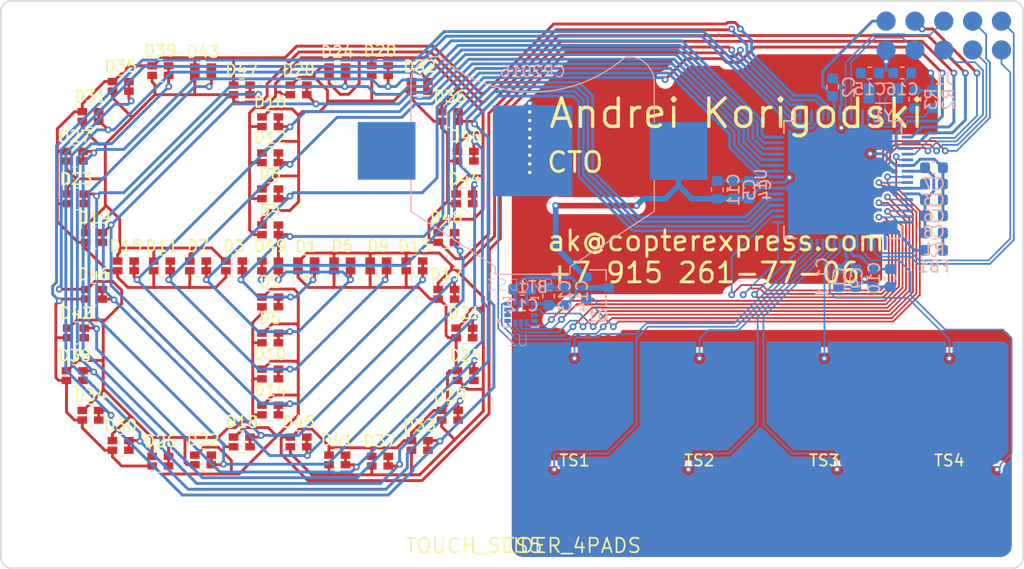
<source format=kicad_pcb>
(kicad_pcb (version 20171130) (host pcbnew 5.0.2+dfsg1-1~bpo9+1)
  (layers (0 F.Cu signal hide) (31 B.Cu signal) (34 B.Paste user hide) (35 F.Paste user hide) (36 B.SilkS user) (37 F.SilkS user) (38 B.Mask user hide) (39 F.Mask user hide) (44 Edge.Cuts user))
  (net 0 "")
  (net 1 LED_K0)
  (net 2 LED_K1)
  (net 3 LED_A0)
  (net 4 LED_K3)
  (net 5 LED_K2)
  (net 6 LED_K4)
  (net 7 LED_K5)
  (net 8 LED_K7)
  (net 9 LED_K6)
  (net 10 LED_K8)
  (net 11 LED_A1)
  (net 12 LED_A2)
  (net 13 LED_A3)
  (net 14 LED_A4)
  (net 15 LED_A5)
  (net 16 LED_A6)
  (net 17 LED_A7)
  (net 18 LED_A8)
  (net 19 VDD)
  (net 20 GND)
  (net 21 N$7)
  (net 22 N$6)
  (net 23 N$13)
  (net 24 N$14)
  (net 25 N$5)
  (net 26 N$19)
  (net 27 N$20)
  (net 28 N$16)
  (net 29 N$15)
  (net 30 N$17)
  (net 31 N$18)
  (net 32 N$12)
  (net 33 N$11)
  (net 34 TOUCH_PAD0)
  (net 35 N$1)
  (net 36 TOUCH_PAD1)
  (net 37 TOUCH_PAD2)
  (net 38 TOUCH_PAD3)
  (net 39 N$21)
  (net 40 N$22)
  (net 41 N$23)
  (net 42 N$8)
  (net 43 N$10)
  (net 44 N$9)
  (net 45 LED_K9)
  (net 46 LED_K10)
  (net 47 LED_K11)
  (net 48 LFXTAL_P)
  (net 49 LFXTAL_N)
  (net 50 IMU_VDD)
  (net 51 N$24)
  (net 52 MCU_AVDD)
  (net 53 N$2)
  (net 54 N$25)
  (module footprints:BatteryHolder_Keystone_3026_1x2016 (layer B.Cu) (at 146.812 93.218)
    (fp_text reference BT1 (at 0 12) (layer B.SilkS) (effects (justify mirror)))
    (fp_text value Battery_Cell)
    (fp_text user CR2016 (at 0 -7) (layer B.SilkS) (effects (font (thickness 0.125)) (justify mirror)))
    (pad 1 smd rect (at -12.85 0) (size 5.08 5.08) (layers B.Cu B.Paste B.Mask))
    (pad 1 smd rect (at 12.85 0) (size 5.08 5.08) (layers B.Cu B.Paste B.Mask) (net 19 VDD))
    (pad 2 smd rect (at 0 0) (size 7 8) (layers B.Cu B.Mask) (net 20 GND))
  )
  (module footprints:LED_DUAL_0606 (layer F.Cu) (at 123.709 103.351)
    (fp_text reference D49 (at 0 -1.75) (layer F.SilkS))
    (fp_text value LED_Dual_AACC)
    (pad 1 smd rect (at -0.725 -0.425) (size 0.85 0.65) (layers F.Cu F.Paste F.Mask) (net 18 LED_A8))
    (pad 2 smd rect (at -0.725 0.425) (size 0.85 0.65) (layers F.Cu F.Paste F.Mask) (net 18 LED_A8))
    (pad 4 smd rect (at 0.725 0.425) (size 0.85 0.65) (layers F.Cu F.Paste F.Mask) (net 2 LED_K1))
    (pad 3 smd rect (at 0.725 -0.425) (size 0.85 0.65) (layers F.Cu F.Paste F.Mask) (net 1 LED_K0))
  )
  (module footprints:LED_DUAL_0606 (layer F.Cu) (at 139.217852 100.851333)
    (fp_text reference D48 (at 0 -1.75) (layer F.SilkS))
    (fp_text value LED_Dual_AACC)
    (pad 1 smd rect (at -0.725 -0.425) (size 0.85 0.65) (layers F.Cu F.Paste F.Mask) (net 17 LED_A7))
    (pad 2 smd rect (at -0.725 0.425) (size 0.85 0.65) (layers F.Cu F.Paste F.Mask) (net 16 LED_A6))
    (pad 4 smd rect (at 0.725 0.425) (size 0.85 0.65) (layers F.Cu F.Paste F.Mask) (net 47 LED_K11))
    (pad 3 smd rect (at 0.725 -0.425) (size 0.85 0.65) (layers F.Cu F.Paste F.Mask) (net 47 LED_K11))
  )
  (module footprints:LED_DUAL_0606 (layer F.Cu) (at 121.209333 87.842147)
    (fp_text reference D47 (at 0 -1.75) (layer F.SilkS))
    (fp_text value LED_Dual_AACC)
    (pad 1 smd rect (at -0.725 -0.425) (size 0.85 0.65) (layers F.Cu F.Paste F.Mask) (net 15 LED_A5))
    (pad 2 smd rect (at -0.725 0.425) (size 0.85 0.65) (layers F.Cu F.Paste F.Mask) (net 14 LED_A4))
    (pad 4 smd rect (at 0.725 0.425) (size 0.85 0.65) (layers F.Cu F.Paste F.Mask) (net 47 LED_K11))
    (pad 3 smd rect (at 0.725 -0.425) (size 0.85 0.65) (layers F.Cu F.Paste F.Mask) (net 47 LED_K11))
  )
  (module footprints:LED_DUAL_0606 (layer F.Cu) (at 108.200147 105.850666)
    (fp_text reference D46 (at 0 -1.75) (layer F.SilkS))
    (fp_text value LED_Dual_AACC)
    (pad 1 smd rect (at -0.725 -0.425) (size 0.85 0.65) (layers F.Cu F.Paste F.Mask) (net 13 LED_A3))
    (pad 2 smd rect (at -0.725 0.425) (size 0.85 0.65) (layers F.Cu F.Paste F.Mask) (net 12 LED_A2))
    (pad 4 smd rect (at 0.725 0.425) (size 0.85 0.65) (layers F.Cu F.Paste F.Mask) (net 47 LED_K11))
    (pad 3 smd rect (at 0.725 -0.425) (size 0.85 0.65) (layers F.Cu F.Paste F.Mask) (net 47 LED_K11))
  )
  (module footprints:LED_DUAL_0606 (layer F.Cu) (at 126.208666 118.859852)
    (fp_text reference D45 (at 0 -1.75) (layer F.SilkS))
    (fp_text value LED_Dual_AACC)
    (pad 1 smd rect (at -0.725 -0.425) (size 0.85 0.65) (layers F.Cu F.Paste F.Mask) (net 11 LED_A1))
    (pad 2 smd rect (at -0.725 0.425) (size 0.85 0.65) (layers F.Cu F.Paste F.Mask) (net 3 LED_A0))
    (pad 4 smd rect (at 0.725 0.425) (size 0.85 0.65) (layers F.Cu F.Paste F.Mask) (net 47 LED_K11))
    (pad 3 smd rect (at 0.725 -0.425) (size 0.85 0.65) (layers F.Cu F.Paste F.Mask) (net 47 LED_K11))
  )
  (module footprints:LED_DUAL_0606 (layer F.Cu) (at 140.806919 97.443568)
    (fp_text reference D44 (at 0 -1.75) (layer F.SilkS))
    (fp_text value LED_Dual_AACC)
    (pad 1 smd rect (at -0.725 -0.425) (size 0.85 0.65) (layers F.Cu F.Paste F.Mask) (net 17 LED_A7))
    (pad 2 smd rect (at -0.725 0.425) (size 0.85 0.65) (layers F.Cu F.Paste F.Mask) (net 16 LED_A6))
    (pad 4 smd rect (at 0.725 0.425) (size 0.85 0.65) (layers F.Cu F.Paste F.Mask) (net 46 LED_K10))
    (pad 3 smd rect (at 0.725 -0.425) (size 0.85 0.65) (layers F.Cu F.Paste F.Mask) (net 46 LED_K10))
  )
  (module footprints:LED_DUAL_0606 (layer F.Cu) (at 117.801568 86.25308)
    (fp_text reference D43 (at 0 -1.75) (layer F.SilkS))
    (fp_text value LED_Dual_AACC)
    (pad 1 smd rect (at -0.725 -0.425) (size 0.85 0.65) (layers F.Cu F.Paste F.Mask) (net 15 LED_A5))
    (pad 2 smd rect (at -0.725 0.425) (size 0.85 0.65) (layers F.Cu F.Paste F.Mask) (net 14 LED_A4))
    (pad 4 smd rect (at 0.725 0.425) (size 0.85 0.65) (layers F.Cu F.Paste F.Mask) (net 46 LED_K10))
    (pad 3 smd rect (at 0.725 -0.425) (size 0.85 0.65) (layers F.Cu F.Paste F.Mask) (net 46 LED_K10))
  )
  (module footprints:LED_DUAL_0606 (layer F.Cu) (at 106.61108 109.258431)
    (fp_text reference D42 (at 0 -1.75) (layer F.SilkS))
    (fp_text value LED_Dual_AACC)
    (pad 1 smd rect (at -0.725 -0.425) (size 0.85 0.65) (layers F.Cu F.Paste F.Mask) (net 13 LED_A3))
    (pad 2 smd rect (at -0.725 0.425) (size 0.85 0.65) (layers F.Cu F.Paste F.Mask) (net 12 LED_A2))
    (pad 4 smd rect (at 0.725 0.425) (size 0.85 0.65) (layers F.Cu F.Paste F.Mask) (net 46 LED_K10))
    (pad 3 smd rect (at 0.725 -0.425) (size 0.85 0.65) (layers F.Cu F.Paste F.Mask) (net 46 LED_K10))
  )
  (module footprints:LED_DUAL_0606 (layer F.Cu) (at 129.616431 120.448919)
    (fp_text reference D41 (at 0 -1.75) (layer F.SilkS))
    (fp_text value LED_Dual_AACC)
    (pad 1 smd rect (at -0.725 -0.425) (size 0.85 0.65) (layers F.Cu F.Paste F.Mask) (net 11 LED_A1))
    (pad 2 smd rect (at -0.725 0.425) (size 0.85 0.65) (layers F.Cu F.Paste F.Mask) (net 3 LED_A0))
    (pad 4 smd rect (at 0.725 0.425) (size 0.85 0.65) (layers F.Cu F.Paste F.Mask) (net 46 LED_K10))
    (pad 3 smd rect (at 0.725 -0.425) (size 0.85 0.65) (layers F.Cu F.Paste F.Mask) (net 46 LED_K10))
  )
  (module footprints:LED_DUAL_0606 (layer F.Cu) (at 140.916279 93.685107)
    (fp_text reference D40 (at 0 -1.75) (layer F.SilkS))
    (fp_text value LED_Dual_AACC)
    (pad 1 smd rect (at -0.725 -0.425) (size 0.85 0.65) (layers F.Cu F.Paste F.Mask) (net 17 LED_A7))
    (pad 2 smd rect (at -0.725 0.425) (size 0.85 0.65) (layers F.Cu F.Paste F.Mask) (net 16 LED_A6))
    (pad 4 smd rect (at 0.725 0.425) (size 0.85 0.65) (layers F.Cu F.Paste F.Mask) (net 45 LED_K9))
    (pad 3 smd rect (at 0.725 -0.425) (size 0.85 0.65) (layers F.Cu F.Paste F.Mask) (net 45 LED_K9))
  )
  (module footprints:LED_DUAL_0606 (layer F.Cu) (at 114.043107 86.14372)
    (fp_text reference D39 (at 0 -1.75) (layer F.SilkS))
    (fp_text value LED_Dual_AACC)
    (pad 1 smd rect (at -0.725 -0.425) (size 0.85 0.65) (layers F.Cu F.Paste F.Mask) (net 15 LED_A5))
    (pad 2 smd rect (at -0.725 0.425) (size 0.85 0.65) (layers F.Cu F.Paste F.Mask) (net 14 LED_A4))
    (pad 4 smd rect (at 0.725 0.425) (size 0.85 0.65) (layers F.Cu F.Paste F.Mask) (net 45 LED_K9))
    (pad 3 smd rect (at 0.725 -0.425) (size 0.85 0.65) (layers F.Cu F.Paste F.Mask) (net 45 LED_K9))
  )
  (module footprints:LED_DUAL_0606 (layer F.Cu) (at 106.50172 113.016892)
    (fp_text reference D38 (at 0 -1.75) (layer F.SilkS))
    (fp_text value LED_Dual_AACC)
    (pad 1 smd rect (at -0.725 -0.425) (size 0.85 0.65) (layers F.Cu F.Paste F.Mask) (net 13 LED_A3))
    (pad 2 smd rect (at -0.725 0.425) (size 0.85 0.65) (layers F.Cu F.Paste F.Mask) (net 12 LED_A2))
    (pad 4 smd rect (at 0.725 0.425) (size 0.85 0.65) (layers F.Cu F.Paste F.Mask) (net 45 LED_K9))
    (pad 3 smd rect (at 0.725 -0.425) (size 0.85 0.65) (layers F.Cu F.Paste F.Mask) (net 45 LED_K9))
  )
  (module footprints:LED_DUAL_0606 (layer F.Cu) (at 133.374892 120.558279)
    (fp_text reference D37 (at 0 -1.75) (layer F.SilkS))
    (fp_text value LED_Dual_AACC)
    (pad 1 smd rect (at -0.725 -0.425) (size 0.85 0.65) (layers F.Cu F.Paste F.Mask) (net 11 LED_A1))
    (pad 2 smd rect (at -0.725 0.425) (size 0.85 0.65) (layers F.Cu F.Paste F.Mask) (net 3 LED_A0))
    (pad 4 smd rect (at 0.725 0.425) (size 0.85 0.65) (layers F.Cu F.Paste F.Mask) (net 45 LED_K9))
    (pad 3 smd rect (at 0.725 -0.425) (size 0.85 0.65) (layers F.Cu F.Paste F.Mask) (net 45 LED_K9))
  )
  (module footprints:LED_DUAL_0606 (layer F.Cu) (at 139.528045 90.190712)
    (fp_text reference D36 (at 0 -1.75) (layer F.SilkS))
    (fp_text value LED_Dual_AACC)
    (pad 1 smd rect (at -0.725 -0.425) (size 0.85 0.65) (layers F.Cu F.Paste F.Mask) (net 17 LED_A7))
    (pad 2 smd rect (at -0.725 0.425) (size 0.85 0.65) (layers F.Cu F.Paste F.Mask) (net 16 LED_A6))
    (pad 4 smd rect (at 0.725 0.425) (size 0.85 0.65) (layers F.Cu F.Paste F.Mask) (net 10 LED_K8))
    (pad 3 smd rect (at 0.725 -0.425) (size 0.85 0.65) (layers F.Cu F.Paste F.Mask) (net 10 LED_K8))
  )
  (module footprints:LED_DUAL_0606 (layer F.Cu) (at 110.548712 87.531954)
    (fp_text reference D35 (at 0 -1.75) (layer F.SilkS))
    (fp_text value LED_Dual_AACC)
    (pad 1 smd rect (at -0.725 -0.425) (size 0.85 0.65) (layers F.Cu F.Paste F.Mask) (net 15 LED_A5))
    (pad 2 smd rect (at -0.725 0.425) (size 0.85 0.65) (layers F.Cu F.Paste F.Mask) (net 14 LED_A4))
    (pad 4 smd rect (at 0.725 0.425) (size 0.85 0.65) (layers F.Cu F.Paste F.Mask) (net 10 LED_K8))
    (pad 3 smd rect (at 0.725 -0.425) (size 0.85 0.65) (layers F.Cu F.Paste F.Mask) (net 10 LED_K8))
  )
  (module footprints:LED_DUAL_0606 (layer F.Cu) (at 107.889954 116.511287)
    (fp_text reference D34 (at 0 -1.75) (layer F.SilkS))
    (fp_text value LED_Dual_AACC)
    (pad 1 smd rect (at -0.725 -0.425) (size 0.85 0.65) (layers F.Cu F.Paste F.Mask) (net 13 LED_A3))
    (pad 2 smd rect (at -0.725 0.425) (size 0.85 0.65) (layers F.Cu F.Paste F.Mask) (net 12 LED_A2))
    (pad 4 smd rect (at 0.725 0.425) (size 0.85 0.65) (layers F.Cu F.Paste F.Mask) (net 10 LED_K8))
    (pad 3 smd rect (at 0.725 -0.425) (size 0.85 0.65) (layers F.Cu F.Paste F.Mask) (net 10 LED_K8))
  )
  (module footprints:LED_DUAL_0606 (layer F.Cu) (at 136.869287 119.170045)
    (fp_text reference D33 (at 0 -1.75) (layer F.SilkS))
    (fp_text value LED_Dual_AACC)
    (pad 1 smd rect (at -0.725 -0.425) (size 0.85 0.65) (layers F.Cu F.Paste F.Mask) (net 11 LED_A1))
    (pad 2 smd rect (at -0.725 0.425) (size 0.85 0.65) (layers F.Cu F.Paste F.Mask) (net 3 LED_A0))
    (pad 4 smd rect (at 0.725 0.425) (size 0.85 0.65) (layers F.Cu F.Paste F.Mask) (net 10 LED_K8))
    (pad 3 smd rect (at 0.725 -0.425) (size 0.85 0.65) (layers F.Cu F.Paste F.Mask) (net 10 LED_K8))
  )
  (module footprints:LED_DUAL_0606 (layer F.Cu) (at 136.869287 87.531954)
    (fp_text reference D32 (at 0 -1.75) (layer F.SilkS))
    (fp_text value LED_Dual_AACC)
    (pad 1 smd rect (at -0.725 -0.425) (size 0.85 0.65) (layers F.Cu F.Paste F.Mask) (net 17 LED_A7))
    (pad 2 smd rect (at -0.725 0.425) (size 0.85 0.65) (layers F.Cu F.Paste F.Mask) (net 16 LED_A6))
    (pad 4 smd rect (at 0.725 0.425) (size 0.85 0.65) (layers F.Cu F.Paste F.Mask) (net 8 LED_K7))
    (pad 3 smd rect (at 0.725 -0.425) (size 0.85 0.65) (layers F.Cu F.Paste F.Mask) (net 8 LED_K7))
  )
  (module footprints:LED_DUAL_0606 (layer F.Cu) (at 107.889954 90.190712)
    (fp_text reference D31 (at 0 -1.75) (layer F.SilkS))
    (fp_text value LED_Dual_AACC)
    (pad 1 smd rect (at -0.725 -0.425) (size 0.85 0.65) (layers F.Cu F.Paste F.Mask) (net 15 LED_A5))
    (pad 2 smd rect (at -0.725 0.425) (size 0.85 0.65) (layers F.Cu F.Paste F.Mask) (net 14 LED_A4))
    (pad 4 smd rect (at 0.725 0.425) (size 0.85 0.65) (layers F.Cu F.Paste F.Mask) (net 8 LED_K7))
    (pad 3 smd rect (at 0.725 -0.425) (size 0.85 0.65) (layers F.Cu F.Paste F.Mask) (net 8 LED_K7))
  )
  (module footprints:LED_DUAL_0606 (layer F.Cu) (at 110.548712 119.170045)
    (fp_text reference D30 (at 0 -1.75) (layer F.SilkS))
    (fp_text value LED_Dual_AACC)
    (pad 1 smd rect (at -0.725 -0.425) (size 0.85 0.65) (layers F.Cu F.Paste F.Mask) (net 13 LED_A3))
    (pad 2 smd rect (at -0.725 0.425) (size 0.85 0.65) (layers F.Cu F.Paste F.Mask) (net 12 LED_A2))
    (pad 4 smd rect (at 0.725 0.425) (size 0.85 0.65) (layers F.Cu F.Paste F.Mask) (net 8 LED_K7))
    (pad 3 smd rect (at 0.725 -0.425) (size 0.85 0.65) (layers F.Cu F.Paste F.Mask) (net 8 LED_K7))
  )
  (module footprints:LED_DUAL_0606 (layer F.Cu) (at 139.528045 116.511287)
    (fp_text reference D29 (at 0 -1.75) (layer F.SilkS))
    (fp_text value LED_Dual_AACC)
    (pad 1 smd rect (at -0.725 -0.425) (size 0.85 0.65) (layers F.Cu F.Paste F.Mask) (net 11 LED_A1))
    (pad 2 smd rect (at -0.725 0.425) (size 0.85 0.65) (layers F.Cu F.Paste F.Mask) (net 3 LED_A0))
    (pad 4 smd rect (at 0.725 0.425) (size 0.85 0.65) (layers F.Cu F.Paste F.Mask) (net 8 LED_K7))
    (pad 3 smd rect (at 0.725 -0.425) (size 0.85 0.65) (layers F.Cu F.Paste F.Mask) (net 8 LED_K7))
  )
  (module footprints:LED_DUAL_0606 (layer F.Cu) (at 133.374892 86.14372)
    (fp_text reference D28 (at 0 -1.75) (layer F.SilkS))
    (fp_text value LED_Dual_AACC)
    (pad 1 smd rect (at -0.725 -0.425) (size 0.85 0.65) (layers F.Cu F.Paste F.Mask) (net 17 LED_A7))
    (pad 2 smd rect (at -0.725 0.425) (size 0.85 0.65) (layers F.Cu F.Paste F.Mask) (net 16 LED_A6))
    (pad 4 smd rect (at 0.725 0.425) (size 0.85 0.65) (layers F.Cu F.Paste F.Mask) (net 9 LED_K6))
    (pad 3 smd rect (at 0.725 -0.425) (size 0.85 0.65) (layers F.Cu F.Paste F.Mask) (net 9 LED_K6))
  )
  (module footprints:LED_DUAL_0606 (layer F.Cu) (at 106.50172 93.685107)
    (fp_text reference D27 (at 0 -1.75) (layer F.SilkS))
    (fp_text value LED_Dual_AACC)
    (pad 1 smd rect (at -0.725 -0.425) (size 0.85 0.65) (layers F.Cu F.Paste F.Mask) (net 15 LED_A5))
    (pad 2 smd rect (at -0.725 0.425) (size 0.85 0.65) (layers F.Cu F.Paste F.Mask) (net 14 LED_A4))
    (pad 4 smd rect (at 0.725 0.425) (size 0.85 0.65) (layers F.Cu F.Paste F.Mask) (net 9 LED_K6))
    (pad 3 smd rect (at 0.725 -0.425) (size 0.85 0.65) (layers F.Cu F.Paste F.Mask) (net 9 LED_K6))
  )
  (module footprints:LED_DUAL_0606 (layer F.Cu) (at 114.043107 120.558279)
    (fp_text reference D26 (at 0 -1.75) (layer F.SilkS))
    (fp_text value LED_Dual_AACC)
    (pad 1 smd rect (at -0.725 -0.425) (size 0.85 0.65) (layers F.Cu F.Paste F.Mask) (net 13 LED_A3))
    (pad 2 smd rect (at -0.725 0.425) (size 0.85 0.65) (layers F.Cu F.Paste F.Mask) (net 12 LED_A2))
    (pad 4 smd rect (at 0.725 0.425) (size 0.85 0.65) (layers F.Cu F.Paste F.Mask) (net 9 LED_K6))
    (pad 3 smd rect (at 0.725 -0.425) (size 0.85 0.65) (layers F.Cu F.Paste F.Mask) (net 9 LED_K6))
  )
  (module footprints:LED_DUAL_0606 (layer F.Cu) (at 140.916279 113.016892)
    (fp_text reference D25 (at 0 -1.75) (layer F.SilkS))
    (fp_text value LED_Dual_AACC)
    (pad 1 smd rect (at -0.725 -0.425) (size 0.85 0.65) (layers F.Cu F.Paste F.Mask) (net 11 LED_A1))
    (pad 2 smd rect (at -0.725 0.425) (size 0.85 0.65) (layers F.Cu F.Paste F.Mask) (net 3 LED_A0))
    (pad 4 smd rect (at 0.725 0.425) (size 0.85 0.65) (layers F.Cu F.Paste F.Mask) (net 9 LED_K6))
    (pad 3 smd rect (at 0.725 -0.425) (size 0.85 0.65) (layers F.Cu F.Paste F.Mask) (net 9 LED_K6))
  )
  (module footprints:LED_DUAL_0606 (layer F.Cu) (at 129.616431 86.25308)
    (fp_text reference D24 (at 0 -1.75) (layer F.SilkS))
    (fp_text value LED_Dual_AACC)
    (pad 1 smd rect (at -0.725 -0.425) (size 0.85 0.65) (layers F.Cu F.Paste F.Mask) (net 16 LED_A6))
    (pad 2 smd rect (at -0.725 0.425) (size 0.85 0.65) (layers F.Cu F.Paste F.Mask) (net 17 LED_A7))
    (pad 4 smd rect (at 0.725 0.425) (size 0.85 0.65) (layers F.Cu F.Paste F.Mask) (net 7 LED_K5))
    (pad 3 smd rect (at 0.725 -0.425) (size 0.85 0.65) (layers F.Cu F.Paste F.Mask) (net 7 LED_K5))
  )
  (module footprints:LED_DUAL_0606 (layer F.Cu) (at 106.61108 97.443568)
    (fp_text reference D23 (at 0 -1.75) (layer F.SilkS))
    (fp_text value LED_Dual_AACC)
    (pad 1 smd rect (at -0.725 -0.425) (size 0.85 0.65) (layers F.Cu F.Paste F.Mask) (net 14 LED_A4))
    (pad 2 smd rect (at -0.725 0.425) (size 0.85 0.65) (layers F.Cu F.Paste F.Mask) (net 15 LED_A5))
    (pad 4 smd rect (at 0.725 0.425) (size 0.85 0.65) (layers F.Cu F.Paste F.Mask) (net 7 LED_K5))
    (pad 3 smd rect (at 0.725 -0.425) (size 0.85 0.65) (layers F.Cu F.Paste F.Mask) (net 7 LED_K5))
  )
  (module footprints:LED_DUAL_0606 (layer F.Cu) (at 117.801568 120.448919)
    (fp_text reference D22 (at 0 -1.75) (layer F.SilkS))
    (fp_text value LED_Dual_AACC)
    (pad 1 smd rect (at -0.725 -0.425) (size 0.85 0.65) (layers F.Cu F.Paste F.Mask) (net 12 LED_A2))
    (pad 2 smd rect (at -0.725 0.425) (size 0.85 0.65) (layers F.Cu F.Paste F.Mask) (net 13 LED_A3))
    (pad 4 smd rect (at 0.725 0.425) (size 0.85 0.65) (layers F.Cu F.Paste F.Mask) (net 7 LED_K5))
    (pad 3 smd rect (at 0.725 -0.425) (size 0.85 0.65) (layers F.Cu F.Paste F.Mask) (net 7 LED_K5))
  )
  (module footprints:LED_DUAL_0606 (layer F.Cu) (at 140.806919 109.258431)
    (fp_text reference D21 (at 0 -1.75) (layer F.SilkS))
    (fp_text value LED_Dual_AACC)
    (pad 1 smd rect (at -0.725 -0.425) (size 0.85 0.65) (layers F.Cu F.Paste F.Mask) (net 3 LED_A0))
    (pad 2 smd rect (at -0.725 0.425) (size 0.85 0.65) (layers F.Cu F.Paste F.Mask) (net 11 LED_A1))
    (pad 4 smd rect (at 0.725 0.425) (size 0.85 0.65) (layers F.Cu F.Paste F.Mask) (net 7 LED_K5))
    (pad 3 smd rect (at 0.725 -0.425) (size 0.85 0.65) (layers F.Cu F.Paste F.Mask) (net 7 LED_K5))
  )
  (module footprints:LED_DUAL_0606 (layer F.Cu) (at 126.208666 87.842147)
    (fp_text reference D20 (at 0 -1.75) (layer F.SilkS))
    (fp_text value LED_Dual_AACC)
    (pad 1 smd rect (at -0.725 -0.425) (size 0.85 0.65) (layers F.Cu F.Paste F.Mask) (net 16 LED_A6))
    (pad 2 smd rect (at -0.725 0.425) (size 0.85 0.65) (layers F.Cu F.Paste F.Mask) (net 17 LED_A7))
    (pad 4 smd rect (at 0.725 0.425) (size 0.85 0.65) (layers F.Cu F.Paste F.Mask) (net 6 LED_K4))
    (pad 3 smd rect (at 0.725 -0.425) (size 0.85 0.65) (layers F.Cu F.Paste F.Mask) (net 6 LED_K4))
  )
  (module footprints:LED_DUAL_0606 (layer F.Cu) (at 108.200147 100.851333)
    (fp_text reference D19 (at 0 -1.75) (layer F.SilkS))
    (fp_text value LED_Dual_AACC)
    (pad 1 smd rect (at -0.725 -0.425) (size 0.85 0.65) (layers F.Cu F.Paste F.Mask) (net 14 LED_A4))
    (pad 2 smd rect (at -0.725 0.425) (size 0.85 0.65) (layers F.Cu F.Paste F.Mask) (net 15 LED_A5))
    (pad 4 smd rect (at 0.725 0.425) (size 0.85 0.65) (layers F.Cu F.Paste F.Mask) (net 6 LED_K4))
    (pad 3 smd rect (at 0.725 -0.425) (size 0.85 0.65) (layers F.Cu F.Paste F.Mask) (net 6 LED_K4))
  )
  (module footprints:LED_DUAL_0606 (layer F.Cu) (at 121.209333 118.859852)
    (fp_text reference D18 (at 0 -1.75) (layer F.SilkS))
    (fp_text value LED_Dual_AACC)
    (pad 1 smd rect (at -0.725 -0.425) (size 0.85 0.65) (layers F.Cu F.Paste F.Mask) (net 12 LED_A2))
    (pad 2 smd rect (at -0.725 0.425) (size 0.85 0.65) (layers F.Cu F.Paste F.Mask) (net 13 LED_A3))
    (pad 4 smd rect (at 0.725 0.425) (size 0.85 0.65) (layers F.Cu F.Paste F.Mask) (net 6 LED_K4))
    (pad 3 smd rect (at 0.725 -0.425) (size 0.85 0.65) (layers F.Cu F.Paste F.Mask) (net 6 LED_K4))
  )
  (module footprints:LED_DUAL_0606 (layer F.Cu) (at 139.217852 105.850666)
    (fp_text reference D17 (at 0 -1.75) (layer F.SilkS))
    (fp_text value LED_Dual_AACC)
    (pad 1 smd rect (at -0.725 -0.425) (size 0.85 0.65) (layers F.Cu F.Paste F.Mask) (net 3 LED_A0))
    (pad 2 smd rect (at -0.725 0.425) (size 0.85 0.65) (layers F.Cu F.Paste F.Mask) (net 11 LED_A1))
    (pad 4 smd rect (at 0.725 0.425) (size 0.85 0.65) (layers F.Cu F.Paste F.Mask) (net 6 LED_K4))
    (pad 3 smd rect (at 0.725 -0.425) (size 0.85 0.65) (layers F.Cu F.Paste F.Mask) (net 6 LED_K4))
  )
  (module footprints:LED_DUAL_0606 (layer F.Cu) (at 123.709 90.651)
    (fp_text reference D16 (at 0 -1.75) (layer F.SilkS))
    (fp_text value LED_Dual_AACC)
    (pad 1 smd rect (at -0.725 -0.425) (size 0.85 0.65) (layers F.Cu F.Paste F.Mask) (net 16 LED_A6))
    (pad 2 smd rect (at -0.725 0.425) (size 0.85 0.65) (layers F.Cu F.Paste F.Mask) (net 17 LED_A7))
    (pad 4 smd rect (at 0.725 0.425) (size 0.85 0.65) (layers F.Cu F.Paste F.Mask) (net 4 LED_K3))
    (pad 3 smd rect (at 0.725 -0.425) (size 0.85 0.65) (layers F.Cu F.Paste F.Mask) (net 4 LED_K3))
  )
  (module footprints:LED_DUAL_0606 (layer F.Cu) (at 111.009 103.351)
    (fp_text reference D15 (at 0 -1.75) (layer F.SilkS))
    (fp_text value LED_Dual_AACC)
    (pad 1 smd rect (at -0.725 -0.425) (size 0.85 0.65) (layers F.Cu F.Paste F.Mask) (net 14 LED_A4))
    (pad 2 smd rect (at -0.725 0.425) (size 0.85 0.65) (layers F.Cu F.Paste F.Mask) (net 15 LED_A5))
    (pad 4 smd rect (at 0.725 0.425) (size 0.85 0.65) (layers F.Cu F.Paste F.Mask) (net 4 LED_K3))
    (pad 3 smd rect (at 0.725 -0.425) (size 0.85 0.65) (layers F.Cu F.Paste F.Mask) (net 4 LED_K3))
  )
  (module footprints:LED_DUAL_0606 (layer F.Cu) (at 123.709 116.051)
    (fp_text reference D14 (at 0 -1.75) (layer F.SilkS))
    (fp_text value LED_Dual_AACC)
    (pad 1 smd rect (at -0.725 -0.425) (size 0.85 0.65) (layers F.Cu F.Paste F.Mask) (net 12 LED_A2))
    (pad 2 smd rect (at -0.725 0.425) (size 0.85 0.65) (layers F.Cu F.Paste F.Mask) (net 13 LED_A3))
    (pad 4 smd rect (at 0.725 0.425) (size 0.85 0.65) (layers F.Cu F.Paste F.Mask) (net 4 LED_K3))
    (pad 3 smd rect (at 0.725 -0.425) (size 0.85 0.65) (layers F.Cu F.Paste F.Mask) (net 4 LED_K3))
  )
  (module footprints:LED_DUAL_0606 (layer F.Cu) (at 136.409 103.351)
    (fp_text reference D13 (at 0 -1.75) (layer F.SilkS))
    (fp_text value LED_Dual_AACC)
    (pad 1 smd rect (at -0.725 -0.425) (size 0.85 0.65) (layers F.Cu F.Paste F.Mask) (net 3 LED_A0))
    (pad 2 smd rect (at -0.725 0.425) (size 0.85 0.65) (layers F.Cu F.Paste F.Mask) (net 11 LED_A1))
    (pad 4 smd rect (at 0.725 0.425) (size 0.85 0.65) (layers F.Cu F.Paste F.Mask) (net 4 LED_K3))
    (pad 3 smd rect (at 0.725 -0.425) (size 0.85 0.65) (layers F.Cu F.Paste F.Mask) (net 4 LED_K3))
  )
  (module footprints:LED_DUAL_0606 (layer F.Cu) (at 123.709 93.826)
    (fp_text reference D12 (at 0 -1.75) (layer F.SilkS))
    (fp_text value LED_Dual_AACC)
    (pad 1 smd rect (at -0.725 -0.425) (size 0.85 0.65) (layers F.Cu F.Paste F.Mask) (net 16 LED_A6))
    (pad 2 smd rect (at -0.725 0.425) (size 0.85 0.65) (layers F.Cu F.Paste F.Mask) (net 17 LED_A7))
    (pad 4 smd rect (at 0.725 0.425) (size 0.85 0.65) (layers F.Cu F.Paste F.Mask) (net 5 LED_K2))
    (pad 3 smd rect (at 0.725 -0.425) (size 0.85 0.65) (layers F.Cu F.Paste F.Mask) (net 5 LED_K2))
  )
  (module footprints:LED_DUAL_0606 (layer F.Cu) (at 114.184 103.351)
    (fp_text reference D11 (at 0 -1.75) (layer F.SilkS))
    (fp_text value LED_Dual_AACC)
    (pad 1 smd rect (at -0.725 -0.425) (size 0.85 0.65) (layers F.Cu F.Paste F.Mask) (net 14 LED_A4))
    (pad 2 smd rect (at -0.725 0.425) (size 0.85 0.65) (layers F.Cu F.Paste F.Mask) (net 15 LED_A5))
    (pad 4 smd rect (at 0.725 0.425) (size 0.85 0.65) (layers F.Cu F.Paste F.Mask) (net 5 LED_K2))
    (pad 3 smd rect (at 0.725 -0.425) (size 0.85 0.65) (layers F.Cu F.Paste F.Mask) (net 5 LED_K2))
  )
  (module footprints:LED_DUAL_0606 (layer F.Cu) (at 123.709 112.875999)
    (fp_text reference D10 (at 0 -1.75) (layer F.SilkS))
    (fp_text value LED_Dual_AACC)
    (pad 1 smd rect (at -0.725 -0.425) (size 0.85 0.65) (layers F.Cu F.Paste F.Mask) (net 12 LED_A2))
    (pad 2 smd rect (at -0.725 0.425) (size 0.85 0.65) (layers F.Cu F.Paste F.Mask) (net 13 LED_A3))
    (pad 4 smd rect (at 0.725 0.425) (size 0.85 0.65) (layers F.Cu F.Paste F.Mask) (net 5 LED_K2))
    (pad 3 smd rect (at 0.725 -0.425) (size 0.85 0.65) (layers F.Cu F.Paste F.Mask) (net 5 LED_K2))
  )
  (module footprints:LED_DUAL_0606 (layer F.Cu) (at 133.234 103.351)
    (fp_text reference D9 (at 0 -1.75) (layer F.SilkS))
    (fp_text value LED_Dual_AACC)
    (pad 1 smd rect (at -0.725 -0.425) (size 0.85 0.65) (layers F.Cu F.Paste F.Mask) (net 3 LED_A0))
    (pad 2 smd rect (at -0.725 0.425) (size 0.85 0.65) (layers F.Cu F.Paste F.Mask) (net 11 LED_A1))
    (pad 4 smd rect (at 0.725 0.425) (size 0.85 0.65) (layers F.Cu F.Paste F.Mask) (net 5 LED_K2))
    (pad 3 smd rect (at 0.725 -0.425) (size 0.85 0.65) (layers F.Cu F.Paste F.Mask) (net 5 LED_K2))
  )
  (module footprints:LED_DUAL_0606 (layer F.Cu) (at 123.709 97.001)
    (fp_text reference D8 (at 0 -1.75) (layer F.SilkS))
    (fp_text value LED_Dual_AACC)
    (pad 1 smd rect (at -0.725 -0.425) (size 0.85 0.65) (layers F.Cu F.Paste F.Mask) (net 16 LED_A6))
    (pad 2 smd rect (at -0.725 0.425) (size 0.85 0.65) (layers F.Cu F.Paste F.Mask) (net 17 LED_A7))
    (pad 4 smd rect (at 0.725 0.425) (size 0.85 0.65) (layers F.Cu F.Paste F.Mask) (net 2 LED_K1))
    (pad 3 smd rect (at 0.725 -0.425) (size 0.85 0.65) (layers F.Cu F.Paste F.Mask) (net 2 LED_K1))
  )
  (module footprints:LED_DUAL_0606 (layer F.Cu) (at 117.359 103.351)
    (fp_text reference D7 (at 0 -1.75) (layer F.SilkS))
    (fp_text value LED_Dual_AACC)
    (pad 1 smd rect (at -0.725 -0.425) (size 0.85 0.65) (layers F.Cu F.Paste F.Mask) (net 14 LED_A4))
    (pad 2 smd rect (at -0.725 0.425) (size 0.85 0.65) (layers F.Cu F.Paste F.Mask) (net 15 LED_A5))
    (pad 4 smd rect (at 0.725 0.425) (size 0.85 0.65) (layers F.Cu F.Paste F.Mask) (net 2 LED_K1))
    (pad 3 smd rect (at 0.725 -0.425) (size 0.85 0.65) (layers F.Cu F.Paste F.Mask) (net 2 LED_K1))
  )
  (module footprints:LED_DUAL_0606 (layer F.Cu) (at 123.709 109.701)
    (fp_text reference D6 (at 0 -1.75) (layer F.SilkS))
    (fp_text value LED_Dual_AACC)
    (pad 1 smd rect (at -0.725 -0.425) (size 0.85 0.65) (layers F.Cu F.Paste F.Mask) (net 12 LED_A2))
    (pad 2 smd rect (at -0.725 0.425) (size 0.85 0.65) (layers F.Cu F.Paste F.Mask) (net 13 LED_A3))
    (pad 4 smd rect (at 0.725 0.425) (size 0.85 0.65) (layers F.Cu F.Paste F.Mask) (net 2 LED_K1))
    (pad 3 smd rect (at 0.725 -0.425) (size 0.85 0.65) (layers F.Cu F.Paste F.Mask) (net 2 LED_K1))
  )
  (module footprints:LED_DUAL_0606 (layer F.Cu) (at 130.059 103.351)
    (fp_text reference D5 (at 0 -1.75) (layer F.SilkS))
    (fp_text value LED_Dual_AACC)
    (pad 1 smd rect (at -0.725 -0.425) (size 0.85 0.65) (layers F.Cu F.Paste F.Mask) (net 3 LED_A0))
    (pad 2 smd rect (at -0.725 0.425) (size 0.85 0.65) (layers F.Cu F.Paste F.Mask) (net 11 LED_A1))
    (pad 4 smd rect (at 0.725 0.425) (size 0.85 0.65) (layers F.Cu F.Paste F.Mask) (net 2 LED_K1))
    (pad 3 smd rect (at 0.725 -0.425) (size 0.85 0.65) (layers F.Cu F.Paste F.Mask) (net 2 LED_K1))
  )
  (module footprints:LED_DUAL_0606 (layer F.Cu) (at 123.709 100.176)
    (fp_text reference D4 (at 0 -1.75) (layer F.SilkS))
    (fp_text value LED_Dual_AACC)
    (pad 1 smd rect (at -0.725 -0.425) (size 0.85 0.65) (layers F.Cu F.Paste F.Mask) (net 16 LED_A6))
    (pad 2 smd rect (at -0.725 0.425) (size 0.85 0.65) (layers F.Cu F.Paste F.Mask) (net 17 LED_A7))
    (pad 4 smd rect (at 0.725 0.425) (size 0.85 0.65) (layers F.Cu F.Paste F.Mask) (net 1 LED_K0))
    (pad 3 smd rect (at 0.725 -0.425) (size 0.85 0.65) (layers F.Cu F.Paste F.Mask) (net 1 LED_K0))
  )
  (module footprints:LED_DUAL_0606 (layer F.Cu) (at 120.534 103.351)
    (fp_text reference D3 (at 0 -1.75) (layer F.SilkS))
    (fp_text value LED_Dual_AACC)
    (pad 1 smd rect (at -0.725 -0.425) (size 0.85 0.65) (layers F.Cu F.Paste F.Mask) (net 14 LED_A4))
    (pad 2 smd rect (at -0.725 0.425) (size 0.85 0.65) (layers F.Cu F.Paste F.Mask) (net 15 LED_A5))
    (pad 4 smd rect (at 0.725 0.425) (size 0.85 0.65) (layers F.Cu F.Paste F.Mask) (net 1 LED_K0))
    (pad 3 smd rect (at 0.725 -0.425) (size 0.85 0.65) (layers F.Cu F.Paste F.Mask) (net 1 LED_K0))
  )
  (module footprints:LED_DUAL_0606 (layer F.Cu) (at 123.709 106.526)
    (fp_text reference D2 (at 0 -1.75) (layer F.SilkS))
    (fp_text value LED_Dual_AACC)
    (pad 1 smd rect (at -0.725 -0.425) (size 0.85 0.65) (layers F.Cu F.Paste F.Mask) (net 12 LED_A2))
    (pad 2 smd rect (at -0.725 0.425) (size 0.85 0.65) (layers F.Cu F.Paste F.Mask) (net 13 LED_A3))
    (pad 4 smd rect (at 0.725 0.425) (size 0.85 0.65) (layers F.Cu F.Paste F.Mask) (net 1 LED_K0))
    (pad 3 smd rect (at 0.725 -0.425) (size 0.85 0.65) (layers F.Cu F.Paste F.Mask) (net 1 LED_K0))
  )
  (module footprints:LED_DUAL_0606 (layer F.Cu) (at 126.884 103.351)
    (fp_text reference D1 (at 0 -1.75) (layer F.SilkS))
    (fp_text value LED_Dual_AACC)
    (pad 1 smd rect (at -0.725 -0.425) (size 0.85 0.65) (layers F.Cu F.Paste F.Mask) (net 3 LED_A0))
    (pad 2 smd rect (at -0.725 0.425) (size 0.85 0.65) (layers F.Cu F.Paste F.Mask) (net 11 LED_A1))
    (pad 4 smd rect (at 0.725 0.425) (size 0.85 0.65) (layers F.Cu F.Paste F.Mask) (net 1 LED_K0))
    (pad 3 smd rect (at 0.725 -0.425) (size 0.85 0.65) (layers F.Cu F.Paste F.Mask) (net 1 LED_K0))
  )
  (module Capacitor_SMD:C_0603_1608Metric (layer B.Cu) (at 173.736 104.4195 270)
    (fp_text reference C1_1 (at 0 1.43 270) (layer B.SilkS) (effects (justify mirror)))
    (fp_text value 10uF)
    (pad 1 smd roundrect (at -0.7875 0 270) (size 0.875 0.95) (layers B.Cu B.Paste B.Mask) (net 35 N$1))
    (pad 2 smd roundrect (at 0.7875 0 270) (size 0.875 0.95) (layers B.Cu B.Paste B.Mask) (net 20 GND))
  )
  (module Resistor_SMD:R_0603_1608Metric (layer B.Cu) (at 180.467 88.6715 90)
    (fp_text reference R3 (at 0 1.43 90) (layer B.SilkS) (effects (justify mirror)))
    (fp_text value 0)
    (pad 1 smd roundrect (at -0.7875 0 90) (size 0.875 0.95) (layers B.Cu B.Paste B.Mask) (net 54 N$25))
    (pad 2 smd roundrect (at 0.7875 0 90) (size 0.875 0.95) (layers B.Cu B.Paste B.Mask) (net 20 GND))
  )
  (module Inductor_SMD:L_0603_1608Metric (layer B.Cu) (at 182.1435 101.981)
    (fp_text reference FB1 (at 0 1.43) (layer B.SilkS) (effects (justify mirror)))
    (fp_text value Ferrite_Bead_Small)
    (pad 1 smd roundrect (at -0.7875 0) (size 0.875 0.95) (layers B.Cu B.Paste B.Mask) (net 19 VDD))
    (pad 2 smd roundrect (at 0.7875 0) (size 0.875 0.95) (layers B.Cu B.Paste B.Mask) (net 53 N$2))
  )
  (module Package_TO_SOT_SMD:SOT-23 (layer B.Cu) (at 152.527 105.283)
    (fp_text reference Q1 (at 0 2.5) (layer B.SilkS) (effects (justify mirror)))
    (fp_text value Q_PMOS_GSD)
    (pad 1 smd rect (at -1 0.95) (size 0.9 0.8) (layers B.Cu B.Paste B.Mask) (net 23 N$13))
    (pad 2 smd rect (at -1 -0.95) (size 0.9 0.8) (layers B.Cu B.Paste B.Mask) (net 19 VDD))
    (pad 3 smd rect (at 1 0) (size 0.9 0.8) (layers B.Cu B.Paste B.Mask) (net 50 IMU_VDD))
  )
  (module Capacitor_SMD:C_0603_1608Metric (layer B.Cu) (at 179.3495 86.36)
    (fp_text reference C16 (at 0 1.43) (layer B.SilkS) (effects (justify mirror)))
    (fp_text value 22pF)
    (pad 2 smd roundrect (at -0.7875 0) (size 0.875 0.95) (layers B.Cu B.Paste B.Mask) (net 20 GND))
    (pad 1 smd roundrect (at 0.7875 0) (size 0.875 0.95) (layers B.Cu B.Paste B.Mask) (net 49 LFXTAL_N))
  )
  (module Capacitor_SMD:C_0603_1608Metric (layer B.Cu) (at 176.5045 86.36)
    (fp_text reference C15 (at 0 1.43) (layer B.SilkS) (effects (justify mirror)))
    (fp_text value 22pF)
    (pad 2 smd roundrect (at 0.7875 0) (size 0.875 0.95) (layers B.Cu B.Paste B.Mask) (net 20 GND))
    (pad 1 smd roundrect (at -0.7875 0) (size 0.875 0.95) (layers B.Cu B.Paste B.Mask) (net 48 LFXTAL_P))
  )
  (module Capacitor_SMD:C_0603_1608Metric (layer B.Cu) (at 149.733 106.0195 90)
    (fp_text reference C14 (at 0 1.43 90) (layer B.SilkS) (effects (justify mirror)))
    (fp_text value 10uF)
    (pad 1 smd roundrect (at -0.7875 0 90) (size 0.875 0.95) (layers B.Cu B.Paste B.Mask) (net 50 IMU_VDD))
    (pad 2 smd roundrect (at 0.7875 0 90) (size 0.875 0.95) (layers B.Cu B.Paste B.Mask) (net 20 GND))
  )
  (module Capacitor_SMD:C_0603_1608Metric (layer B.Cu) (at 173.228 87.6045 90)
    (fp_text reference C2 (at 0 1.43 90) (layer B.SilkS) (effects (justify mirror)))
    (fp_text value 0.1uF)
    (pad 2 smd roundrect (at 0.7875 0 90) (size 0.875 0.95) (layers B.Cu B.Paste B.Mask) (net 20 GND))
    (pad 1 smd roundrect (at -0.7875 0 90) (size 0.875 0.95) (layers B.Cu B.Paste B.Mask) (net 19 VDD))
  )
  (module footprints:TouchSlider-4_42x7mm (layer F.Cu) (at 146 128)
    (fp_text reference TS5 (at 0 0) (layer F.SilkS) (effects (font (size 1.27 1.27))))
    (fp_text value TOUCH_SLIDER_4PADS (at 0 0) (layer F.SilkS) (effects (font (size 1.27 1.27))))
    (pad 1 smd custom (at 1.5 -3.5) (size 2.333333 2.333333) (layers F.Cu) (net 27 N$20) (options (clearance outline) (anchor circle)) (primitives (gr_poly (pts (xy -1.5 -3.5) (xy 1.5 -3.5) (xy 1.5 -3.270579) (xy 11.140237 -2.333333) (xy 1.5 -1.396088) (xy 1.5 -0.937245) (xy 11.140237 0) (xy 1.5 0.937245) (xy 1.5 1.396088) (xy 11.140237 2.333333) (xy 1.5 3.270579) (xy 1.5 3.5) (xy -1.5 3.5)) (width 0))))
    (pad 2 smd custom (at 14.476341 -3.5) (size 2.333333 2.333333) (layers F.Cu) (net 39 N$21) (options (clearance outline) (anchor circle)) (primitives (gr_poly (pts (xy -11.211214 -3.5) (xy -1.570978 -2.562755) (xy -1.570978 -2.103912) (xy -11.211214 -1.166667) (xy -1.570978 -0.229421) (xy -1.570978 0.229421) (xy -11.211214 1.166667) (xy -1.570978 2.103912) (xy -1.570978 2.562755) (xy -11.211214 3.5) (xy 1.570978 3.5) (xy 1.570978 3.270579) (xy 11.211214 2.333333) (xy 1.570978 1.396088) (xy 1.570978 0.937245) (xy 11.211214 0) (xy 1.570978 -0.937245) (xy 1.570978 -1.396088) (xy 11.211214 -2.333333) (xy 1.570978 -3.270579) (xy 1.570978 -3.5)) (width 0))))
    (pad 3 smd custom (at 27.523659 -3.5) (size 2.333333 2.333333) (layers F.Cu) (net 40 N$22) (options (clearance outline) (anchor circle)) (primitives (gr_poly (pts (xy -11.211214 -3.5) (xy -1.570978 -2.562755) (xy -1.570978 -2.103912) (xy -11.211214 -1.166667) (xy -1.570978 -0.229421) (xy -1.570978 0.229421) (xy -11.211214 1.166667) (xy -1.570978 2.103912) (xy -1.570978 2.562755) (xy -11.211214 3.5) (xy 1.570978 3.5) (xy 1.570978 3.270579) (xy 11.211214 2.333333) (xy 1.570978 1.396088) (xy 1.570978 0.937245) (xy 11.211214 0) (xy 1.570978 -0.937245) (xy 1.570978 -1.396088) (xy 11.211214 -2.333333) (xy 1.570978 -3.270579) (xy 1.570978 -3.5)) (width 0))))
    (pad 4 smd custom (at 40.5 -3.5) (size 2.333333 2.333333) (layers F.Cu) (net 41 N$23) (options (clearance outline) (anchor circle)) (primitives (gr_poly (pts (xy -11.140237 -3.5) (xy -1.5 -2.562755) (xy -1.5 -2.103912) (xy -11.140237 -1.166667) (xy -1.5 -0.229421) (xy -1.5 0.229421) (xy -11.140237 1.166667) (xy -1.5 2.103912) (xy -1.5 2.562755) (xy -11.140237 3.5) (xy 1.5 3.5) (xy 1.5 -3.5)) (width 0))))
  )
  (module footprints:TestPoints_2x05_P2.54_D1.7 (layer B.Cu) (at 183.007 83.058)
    (fp_text reference J1 (at 0 3.81) (layer B.SilkS) (effects (justify mirror)))
    (fp_text value POGO_10PADS)
    (pad 5 smd circle (at 0 -1.27) (size 1.7 1.7) (layers B.Cu B.Mask) (net 21 N$7))
    (pad 4 smd circle (at -2.54 1.27) (size 1.7 1.7) (layers B.Cu B.Mask) (net 22 N$6))
    (pad 3 smd circle (at -2.54 -1.27) (size 1.7 1.7) (layers B.Cu B.Mask) (net 25 N$5))
    (pad 2 smd circle (at -5.08 1.27) (size 1.7 1.7) (layers B.Cu B.Mask) (net 20 GND))
    (pad 1 smd circle (at -5.08 -1.27) (size 1.7 1.7) (layers B.Cu B.Mask) (net 19 VDD))
    (pad 10 smd circle (at 5.08 1.27) (size 1.7 1.7) (layers B.Cu B.Mask) (net 32 N$12))
    (pad 9 smd circle (at 5.08 -1.27) (size 1.7 1.7) (layers B.Cu B.Mask) (net 33 N$11))
    (pad 8 smd circle (at 2.54 1.27) (size 1.7 1.7) (layers B.Cu B.Mask) (net 43 N$10))
    (pad 7 smd circle (at 2.54 -1.27) (size 1.7 1.7) (layers B.Cu B.Mask) (net 44 N$9))
    (pad 6 smd circle (at 0 1.27) (size 1.7 1.7) (layers B.Cu B.Mask) (net 42 N$8))
  )
  (module footprints:TouchPad_D8.0mm (layer F.Cu) (at 183.5 115)
    (fp_text reference TS4 (at 0 5.5) (layer F.SilkS))
    (fp_text value TOUCH_PAD)
    (pad 1 smd circle (at 0 0) (size 8 8) (layers F.Cu) (net 38 TOUCH_PAD3))
  )
  (module footprints:TouchPad_D8.0mm (layer F.Cu) (at 172.5 115)
    (fp_text reference TS3 (at 0 5.5) (layer F.SilkS))
    (fp_text value TOUCH_PAD)
    (pad 1 smd circle (at 0 0) (size 8 8) (layers F.Cu) (net 37 TOUCH_PAD2))
  )
  (module footprints:TouchPad_D8.0mm (layer F.Cu) (at 161.5 115)
    (fp_text reference TS2 (at 0 5.5) (layer F.SilkS))
    (fp_text value TOUCH_PAD)
    (pad 1 smd circle (at 0 0) (size 8 8) (layers F.Cu) (net 36 TOUCH_PAD1))
  )
  (module footprints:TouchPad_D8.0mm (layer F.Cu) (at 150.5 115)
    (fp_text reference TS1 (at 0 5.5) (layer F.SilkS))
    (fp_text value TOUCH_PAD)
    (pad 1 smd circle (at 0 0) (size 8 8) (layers F.Cu) (net 34 TOUCH_PAD0))
  )
  (module footprints:LSM6DS3 (layer B.Cu) (at 145.7844 107.4416)
    (fp_text reference U2 (at -0.31031 2.48754) (layer B.SilkS) (effects (font (size 1.00102 1.00102) (thickness 0.05)) (justify mirror)))
    (fp_text value LSM6DS3 (at 0.325055 -2.39047) (layer B.SilkS) (effects (font (size 1.0002 1.0002) (thickness 0.05)) (justify mirror)))
    (pad 4 smd rect (at -1.175 -0.75 180) (size 0.58 0.35) (layers B.Cu B.Paste B.Mask) (net 31 N$18))
    (pad 3 smd rect (at -1.175 -0.25 180) (size 0.58 0.35) (layers B.Cu B.Paste B.Mask) (net 20 GND))
    (pad 2 smd rect (at -1.175 0.25 180) (size 0.58 0.35) (layers B.Cu B.Paste B.Mask) (net 20 GND))
    (pad 1 smd rect (at -1.175 0.75 180) (size 0.58 0.35) (layers B.Cu B.Paste B.Mask) (net 24 N$14))
    (pad 7 smd rect (at 0.5 -0.925 270) (size 0.58 0.35) (layers B.Cu B.Paste B.Mask) (net 20 GND))
    (pad 6 smd rect (at 0 -0.925 270) (size 0.58 0.35) (layers B.Cu B.Paste B.Mask) (net 20 GND))
    (pad 5 smd rect (at -0.5 -0.925 270) (size 0.58 0.35) (layers B.Cu B.Paste B.Mask) (net 50 IMU_VDD))
    (pad 8 smd rect (at 1.175 -0.75 180) (size 0.58 0.35) (layers B.Cu B.Paste B.Mask) (net 50 IMU_VDD))
    (pad 9 smd rect (at 1.175 -0.25 180) (size 0.58 0.35) (layers B.Cu B.Paste B.Mask) (net 26 N$19))
    (pad 10 smd rect (at 1.175 0.25 180) (size 0.58 0.35) (layers B.Cu B.Paste B.Mask))
    (pad 11 smd rect (at 1.175 0.75 180) (size 0.58 0.35) (layers B.Cu B.Paste B.Mask))
    (pad 12 smd rect (at 0.5 0.925 270) (size 0.58 0.35) (layers B.Cu B.Paste B.Mask) (net 30 N$17))
    (pad 13 smd rect (at 0 0.925 270) (size 0.58 0.35) (layers B.Cu B.Paste B.Mask) (net 28 N$16))
    (pad 14 smd rect (at -0.5 0.925 270) (size 0.58 0.35) (layers B.Cu B.Paste B.Mask) (net 29 N$15))
  )
  (module Resistor_SMD:R_0603_1608Metric (layer B.Cu) (at 181.991 88.6715 90)
    (fp_text reference R2 (at 0 1.43 90) (layer B.SilkS) (effects (justify mirror)))
    (fp_text value 0)
    (pad 2 smd roundrect (at 0.7875 0 90) (size 0.875 0.95) (layers B.Cu B.Paste B.Mask) (net 20 GND))
    (pad 1 smd roundrect (at -0.7875 0 90) (size 0.875 0.95) (layers B.Cu B.Paste B.Mask) (net 51 N$24))
  )
  (module Capacitor_SMD:C_0603_1608Metric (layer B.Cu) (at 148.209 106.0195 90)
    (fp_text reference C13 (at 0 1.43 90) (layer B.SilkS) (effects (justify mirror)))
    (fp_text value 0.1uF)
    (pad 2 smd roundrect (at 0.7875 0 90) (size 0.875 0.95) (layers B.Cu B.Paste B.Mask) (net 20 GND))
    (pad 1 smd roundrect (at -0.7875 0 90) (size 0.875 0.95) (layers B.Cu B.Paste B.Mask) (net 50 IMU_VDD))
  )
  (module Capacitor_SMD:C_0603_1608Metric (layer B.Cu) (at 145.8975 105.41)
    (fp_text reference C12 (at 0 1.43) (layer B.SilkS) (effects (justify mirror)))
    (fp_text value 0.1uF)
    (pad 2 smd roundrect (at 0.7875 0) (size 0.875 0.95) (layers B.Cu B.Paste B.Mask) (net 20 GND))
    (pad 1 smd roundrect (at -0.7875 0) (size 0.875 0.95) (layers B.Cu B.Paste B.Mask) (net 50 IMU_VDD))
  )
  (module Capacitor_SMD:C_0603_1608Metric (layer B.Cu) (at 178.308 104.4195 270)
    (fp_text reference C10 (at 0 1.43 270) (layer B.SilkS) (effects (justify mirror)))
    (fp_text value 10uF)
    (pad 2 smd roundrect (at 0.7875 0 270) (size 0.875 0.95) (layers B.Cu B.Paste B.Mask) (net 20 GND))
    (pad 1 smd roundrect (at -0.7875 0 270) (size 0.875 0.95) (layers B.Cu B.Paste B.Mask) (net 19 VDD))
  )
  (module Capacitor_SMD:C_0603_1608Metric (layer B.Cu) (at 176.784 104.4195 270)
    (fp_text reference C9 (at 0 1.43 270) (layer B.SilkS) (effects (justify mirror)))
    (fp_text value 0.1uF)
    (pad 2 smd roundrect (at 0.7875 0 270) (size 0.875 0.95) (layers B.Cu B.Paste B.Mask) (net 20 GND))
    (pad 1 smd roundrect (at -0.7875 0 270) (size 0.875 0.95) (layers B.Cu B.Paste B.Mask) (net 19 VDD))
  )
  (module Capacitor_SMD:C_0603_1608Metric (layer B.Cu) (at 182.1435 98.933)
    (fp_text reference C8 (at 0 1.43) (layer B.SilkS) (effects (justify mirror)))
    (fp_text value 10uF)
    (pad 2 smd roundrect (at 0.7875 0) (size 0.875 0.95) (layers B.Cu B.Paste B.Mask) (net 20 GND))
    (pad 1 smd roundrect (at -0.7875 0) (size 0.875 0.95) (layers B.Cu B.Paste B.Mask) (net 52 MCU_AVDD))
  )
  (module Capacitor_SMD:C_0603_1608Metric (layer B.Cu) (at 182.1435 94.7039)
    (fp_text reference C7 (at 0 1.43) (layer B.SilkS) (effects (justify mirror)))
    (fp_text value 10nF)
    (pad 2 smd roundrect (at 0.7875 0) (size 0.875 0.95) (layers B.Cu B.Paste B.Mask) (net 20 GND))
    (pad 1 smd roundrect (at -0.7875 0) (size 0.875 0.95) (layers B.Cu B.Paste B.Mask) (net 52 MCU_AVDD))
  )
  (module Capacitor_SMD:C_0603_1608Metric (layer B.Cu) (at 182.1435 97.536)
    (fp_text reference C6 (at 0 1.43) (layer B.SilkS) (effects (justify mirror)))
    (fp_text value 10nF)
    (pad 1 smd roundrect (at -0.7875 0) (size 0.875 0.95) (layers B.Cu B.Paste B.Mask) (net 52 MCU_AVDD))
    (pad 2 smd roundrect (at 0.7875 0) (size 0.875 0.95) (layers B.Cu B.Paste B.Mask) (net 20 GND))
  )
  (module Capacitor_SMD:C_0603_1608Metric (layer B.Cu) (at 164.465 96.647 90)
    (fp_text reference C5 (at 0 1.43 90) (layer B.SilkS) (effects (justify mirror)))
    (fp_text value 1uF)
    (pad 2 smd roundrect (at 0.7875 0 90) (size 0.875 0.95) (layers B.Cu B.Paste B.Mask) (net 20 GND))
    (pad 1 smd roundrect (at -0.7875 0 90) (size 0.875 0.95) (layers B.Cu B.Paste B.Mask) (net 19 VDD))
  )
  (module Capacitor_SMD:C_0603_1608Metric (layer B.Cu) (at 165.862 96.647 90)
    (fp_text reference C4 (at 0 1.43 90) (layer B.SilkS) (effects (justify mirror)))
    (fp_text value 0.1uF)
    (pad 2 smd roundrect (at 0.7875 0 90) (size 0.875 0.95) (layers B.Cu B.Paste B.Mask) (net 20 GND))
    (pad 1 smd roundrect (at -0.7875 0 90) (size 0.875 0.95) (layers B.Cu B.Paste B.Mask) (net 19 VDD))
  )
  (module Capacitor_SMD:C_0603_1608Metric (layer B.Cu) (at 182.1435 96.139)
    (fp_text reference C3 (at 0 1.43) (layer B.SilkS) (effects (justify mirror)))
    (fp_text value 0.1uF)
    (pad 2 smd roundrect (at 0.7875 0) (size 0.875 0.95) (layers B.Cu B.Paste B.Mask) (net 20 GND))
    (pad 1 smd roundrect (at -0.7875 0) (size 0.875 0.95) (layers B.Cu B.Paste B.Mask) (net 19 VDD))
  )
  (module Capacitor_SMD:C_0603_1608Metric (layer B.Cu) (at 175.26 104.4195 270)
    (fp_text reference C1 (at 0 1.43 270) (layer B.SilkS) (effects (justify mirror)))
    (fp_text value 1uF)
    (pad 2 smd roundrect (at 0.7875 0 270) (size 0.875 0.95) (layers B.Cu B.Paste B.Mask) (net 20 GND))
    (pad 1 smd roundrect (at -0.7875 0 270) (size 0.875 0.95) (layers B.Cu B.Paste B.Mask) (net 35 N$1))
  )
  (module Crystal:Crystal_SMD_3215-2Pin_3.2x1.5mm (layer B.Cu) (at 177.673 88.138)
    (fp_text reference Y1 (at 0 2) (layer B.SilkS) (effects (justify mirror)))
    (fp_text value 32768Hz)
    (pad 1 smd rect (at -1.25 0) (size 1 1.8) (layers B.Cu B.Paste B.Mask) (net 48 LFXTAL_P))
    (pad 2 smd rect (at 1.25 0) (size 1 1.8) (layers B.Cu B.Paste B.Mask) (net 49 LFXTAL_N))
  )
  (module Package_QFP:LQFP-64_10x10mm_P0.5mm (layer B.Cu) (at 174.10708 95.75756 270)
    (fp_text reference U1 (at 0 7.2 270) (layer B.SilkS) (effects (justify mirror)))
    (fp_text value EFM32LG232F64)
    (pad 64 smd rect (at -3.75 5.7 180) (size 1 0.25) (layers B.Cu B.Paste B.Mask) (net 8 LED_K7))
    (pad 63 smd rect (at -3.25 5.7 180) (size 1 0.25) (layers B.Cu B.Paste B.Mask) (net 9 LED_K6))
    (pad 62 smd rect (at -2.75 5.7 180) (size 1 0.25) (layers B.Cu B.Paste B.Mask) (net 7 LED_K5))
    (pad 61 smd rect (at -2.25 5.7 180) (size 1 0.25) (layers B.Cu B.Paste B.Mask) (net 6 LED_K4))
    (pad 60 smd rect (at -1.75 5.7 180) (size 1 0.25) (layers B.Cu B.Paste B.Mask) (net 4 LED_K3))
    (pad 59 smd rect (at -1.25 5.7 180) (size 1 0.25) (layers B.Cu B.Paste B.Mask) (net 5 LED_K2))
    (pad 58 smd rect (at -0.75 5.7 180) (size 1 0.25) (layers B.Cu B.Paste B.Mask) (net 2 LED_K1))
    (pad 57 smd rect (at -0.25 5.7 180) (size 1 0.25) (layers B.Cu B.Paste B.Mask) (net 1 LED_K0))
    (pad 56 smd rect (at 0.25 5.7 180) (size 1 0.25) (layers B.Cu B.Paste B.Mask) (net 20 GND))
    (pad 55 smd rect (at 0.75 5.7 180) (size 1 0.25) (layers B.Cu B.Paste B.Mask) (net 19 VDD))
    (pad 54 smd rect (at 1.25 5.7 180) (size 1 0.25) (layers B.Cu B.Paste B.Mask) (net 47 LED_K11))
    (pad 53 smd rect (at 1.75 5.7 180) (size 1 0.25) (layers B.Cu B.Paste B.Mask) (net 46 LED_K10))
    (pad 52 smd rect (at 2.25 5.7 180) (size 1 0.25) (layers B.Cu B.Paste B.Mask) (net 45 LED_K9))
    (pad 51 smd rect (at 2.75 5.7 180) (size 1 0.25) (layers B.Cu B.Paste B.Mask) (net 10 LED_K8))
    (pad 50 smd rect (at 3.25 5.7 180) (size 1 0.25) (layers B.Cu B.Paste B.Mask) (net 44 N$9))
    (pad 49 smd rect (at 3.75 5.7 180) (size 1 0.25) (layers B.Cu B.Paste B.Mask) (net 43 N$10))
    (pad 48 smd rect (at 5.7 3.75 270) (size 1 0.25) (layers B.Cu B.Paste B.Mask) (net 42 N$8))
    (pad 47 smd rect (at 5.7 3.25 270) (size 1 0.25) (layers B.Cu B.Paste B.Mask) (net 34 TOUCH_PAD0))
    (pad 46 smd rect (at 5.7 2.75 270) (size 1 0.25) (layers B.Cu B.Paste B.Mask) (net 27 N$20))
    (pad 45 smd rect (at 5.7 2.25 270) (size 1 0.25) (layers B.Cu B.Paste B.Mask) (net 36 TOUCH_PAD1))
    (pad 44 smd rect (at 5.7 1.75 270) (size 1 0.25) (layers B.Cu B.Paste B.Mask) (net 39 N$21))
    (pad 43 smd rect (at 5.7 1.25 270) (size 1 0.25) (layers B.Cu B.Paste B.Mask) (net 40 N$22))
    (pad 42 smd rect (at 5.7 0.75 270) (size 1 0.25) (layers B.Cu B.Paste B.Mask) (net 37 TOUCH_PAD2))
    (pad 41 smd rect (at 5.7 0.25 270) (size 1 0.25) (layers B.Cu B.Paste B.Mask) (net 38 TOUCH_PAD3))
    (pad 40 smd rect (at 5.7 -0.25 270) (size 1 0.25) (layers B.Cu B.Paste B.Mask) (net 35 N$1))
    (pad 39 smd rect (at 5.7 -0.75 270) (size 1 0.25) (layers B.Cu B.Paste B.Mask) (net 19 VDD))
    (pad 38 smd rect (at 5.7 -1.25 270) (size 1 0.25) (layers B.Cu B.Paste B.Mask) (net 19 VDD))
    (pad 37 smd rect (at 5.7 -1.75 270) (size 1 0.25) (layers B.Cu B.Paste B.Mask) (net 41 N$23))
    (pad 36 smd rect (at 5.7 -2.25 270) (size 1 0.25) (layers B.Cu B.Paste B.Mask) (net 19 VDD))
    (pad 35 smd rect (at 5.7 -2.75 270) (size 1 0.25) (layers B.Cu B.Paste B.Mask) (net 33 N$11))
    (pad 34 smd rect (at 5.7 -3.25 270) (size 1 0.25) (layers B.Cu B.Paste B.Mask) (net 32 N$12))
    (pad 33 smd rect (at 5.7 -3.75 270) (size 1 0.25) (layers B.Cu B.Paste B.Mask) (net 19 VDD))
    (pad 32 smd rect (at 3.75 -5.7 180) (size 1 0.25) (layers B.Cu B.Paste B.Mask) (net 19 VDD))
    (pad 31 smd rect (at 3.25 -5.7 180) (size 1 0.25) (layers B.Cu B.Paste B.Mask) (net 30 N$17))
    (pad 30 smd rect (at 2.75 -5.7 180) (size 1 0.25) (layers B.Cu B.Paste B.Mask) (net 28 N$16))
    (pad 29 smd rect (at 2.25 -5.7 180) (size 1 0.25) (layers B.Cu B.Paste B.Mask) (net 24 N$14))
    (pad 28 smd rect (at 1.75 -5.7 180) (size 1 0.25) (layers B.Cu B.Paste B.Mask) (net 29 N$15))
    (pad 27 smd rect (at 1.25 -5.7 180) (size 1 0.25) (layers B.Cu B.Paste B.Mask) (net 52 MCU_AVDD))
    (pad 26 smd rect (at 0.75 -5.7 180) (size 1 0.25) (layers B.Cu B.Paste B.Mask) (net 19 VDD))
    (pad 25 smd rect (at 0.25 -5.7 180) (size 1 0.25) (layers B.Cu B.Paste B.Mask) (net 26 N$19))
    (pad 24 smd rect (at -0.25 -5.7 180) (size 1 0.25) (layers B.Cu B.Paste B.Mask) (net 31 N$18))
    (pad 23 smd rect (at -0.75 -5.7 180) (size 1 0.25) (layers B.Cu B.Paste B.Mask) (net 52 MCU_AVDD))
    (pad 22 smd rect (at -1.25 -5.7 180) (size 1 0.25) (layers B.Cu B.Paste B.Mask) (net 20 GND))
    (pad 21 smd rect (at -1.75 -5.7 180) (size 1 0.25) (layers B.Cu B.Paste B.Mask) (net 23 N$13))
    (pad 20 smd rect (at -2.25 -5.7 180) (size 1 0.25) (layers B.Cu B.Paste B.Mask) (net 25 N$5))
    (pad 19 smd rect (at -2.75 -5.7 180) (size 1 0.25) (layers B.Cu B.Paste B.Mask) (net 18 LED_A8))
    (pad 18 smd rect (at -3.25 -5.7 180) (size 1 0.25) (layers B.Cu B.Paste B.Mask) (net 17 LED_A7))
    (pad 17 smd rect (at -3.75 -5.7 180) (size 1 0.25) (layers B.Cu B.Paste B.Mask) (net 16 LED_A6))
    (pad 16 smd rect (at -5.7 -3.75 270) (size 1 0.25) (layers B.Cu B.Paste B.Mask) (net 49 LFXTAL_N))
    (pad 15 smd rect (at -5.7 -3.25 270) (size 1 0.25) (layers B.Cu B.Paste B.Mask) (net 48 LFXTAL_P))
    (pad 14 smd rect (at -5.7 -2.75 270) (size 1 0.25) (layers B.Cu B.Paste B.Mask) (net 54 N$25))
    (pad 13 smd rect (at -5.7 -2.25 270) (size 1 0.25) (layers B.Cu B.Paste B.Mask) (net 51 N$24))
    (pad 12 smd rect (at -5.7 -1.75 270) (size 1 0.25) (layers B.Cu B.Paste B.Mask) (net 19 VDD))
    (pad 11 smd rect (at -5.7 -1.25 270) (size 1 0.25) (layers B.Cu B.Paste B.Mask) (net 19 VDD))
    (pad 10 smd rect (at -5.7 -0.75 270) (size 1 0.25) (layers B.Cu B.Paste B.Mask) (net 22 N$6))
    (pad 9 smd rect (at -5.7 -0.25 270) (size 1 0.25) (layers B.Cu B.Paste B.Mask) (net 21 N$7))
    (pad 8 smd rect (at -5.7 0.25 270) (size 1 0.25) (layers B.Cu B.Paste B.Mask) (net 20 GND))
    (pad 7 smd rect (at -5.7 0.75 270) (size 1 0.25) (layers B.Cu B.Paste B.Mask) (net 19 VDD))
    (pad 6 smd rect (at -5.7 1.25 270) (size 1 0.25) (layers B.Cu B.Paste B.Mask) (net 15 LED_A5))
    (pad 5 smd rect (at -5.7 1.75 270) (size 1 0.25) (layers B.Cu B.Paste B.Mask) (net 14 LED_A4))
    (pad 4 smd rect (at -5.7 2.25 270) (size 1 0.25) (layers B.Cu B.Paste B.Mask) (net 13 LED_A3))
    (pad 3 smd rect (at -5.7 2.75 270) (size 1 0.25) (layers B.Cu B.Paste B.Mask) (net 12 LED_A2))
    (pad 2 smd rect (at -5.7 3.25 270) (size 1 0.25) (layers B.Cu B.Paste B.Mask) (net 11 LED_A1))
    (pad 1 smd rect (at -5.7 3.75 270) (size 1 0.25) (layers B.Cu B.Paste B.Mask) (net 3 LED_A0))
  )
  (module Resistor_SMD:R_0603_1608Metric (layer B.Cu) (at 182.1435 100.457)
    (fp_text reference R1 (at 0 1.43) (layer B.SilkS) (effects (justify mirror)))
    (fp_text value 1)
    (pad 1 smd roundrect (at 0.7875 0) (size 0.875 0.95) (layers B.Cu B.Paste B.Mask) (net 53 N$2))
    (pad 2 smd roundrect (at -0.7875 0) (size 0.875 0.95) (layers B.Cu B.Paste B.Mask) (net 52 MCU_AVDD))
  )
  (module Capacitor_SMD:C_0603_1608Metric (layer B.Cu) (at 163.068 96.647 90)
    (fp_text reference C11 (at 0 1.43 90) (layer B.SilkS) (effects (justify mirror)))
    (fp_text value 47uF)
    (pad 2 smd roundrect (at 0.7875 0 90) (size 0.875 0.95) (layers B.Cu B.Paste B.Mask) (net 20 GND))
    (pad 1 smd roundrect (at -0.7875 0 90) (size 0.875 0.95) (layers B.Cu B.Paste B.Mask) (net 19 VDD))
  )
  (gr_arc (start 101 129) (end 100 129) (angle -90) (layer Edge.Cuts) (width 0.15))
  (gr_arc (start 101 81) (end 101 80) (angle -90) (layer Edge.Cuts) (width 0.15))
  (gr_arc (start 189 81) (end 190 81) (angle -90) (layer Edge.Cuts) (width 0.15))
  (gr_arc (start 189 129) (end 189 130) (angle -90) (layer Edge.Cuts) (width 0.15))
  (gr_text CTO (at 150.5585 94.234) (layer F.SilkS) (effects (font (size 1.75 1.75) (thickness 0.25))))
  (gr_line (start 100 129) (end 100 81) (layer Edge.Cuts) (width 0.15))
  (gr_line (start 189 130) (end 101 130) (layer Edge.Cuts) (width 0.15))
  (gr_line (start 190 81) (end 190 129) (layer Edge.Cuts) (width 0.15))
  (gr_line (start 101 80) (end 189 80) (layer Edge.Cuts) (width 0.15))
  (gr_text "ak@copterexpress.com\n+7 915 261-77-06" (at 147.955 102.5525) (layer F.SilkS) (effects (font (size 1.75 1.75) (thickness 0.25)) (justify left)))
  (gr_text "Andrei Korigodski" (at 148.082 89.916) (layer F.SilkS) (effects (font (size 2.5 2.5) (thickness 0.3)) (justify left)))
  (segment (start 124.434 99.751) (end 124.434 100.601) (width 0.254) (layer F.Cu) (net 1))
  (segment (start 121.259 102.926) (end 121.259 103.776) (width 0.254) (layer F.Cu) (net 1))
  (segment (start 127.609 102.926) (end 127.609 103.776) (width 0.254) (layer F.Cu) (net 1))
  (segment (start 124.434 106.101) (end 124.434 106.951) (width 0.254) (layer F.Cu) (net 1))
  (segment (start 125.4958 106.101) (end 125.5018 106.095) (width 0.254) (layer F.Cu) (net 1))
  (via (at 125.5018 106.095) (size 0.6) (drill 0.3) (layers F.Cu B.Cu) (net 1))
  (segment (start 124.434 106.101) (end 125.4958 106.101) (width 0.254) (layer F.Cu) (net 1))
  (segment (start 125.291 100.601) (end 125.451 100.761) (width 0.254) (layer F.Cu) (net 1))
  (via (at 125.451 100.761) (size 0.6) (drill 0.3) (layers F.Cu B.Cu) (net 1))
  (segment (start 124.434 100.601) (end 125.291 100.601) (width 0.254) (layer F.Cu) (net 1))
  (via (at 121.133 104.571) (size 0.6) (drill 0.3) (layers F.Cu B.Cu) (net 1))
  (segment (start 121.259 104.445) (end 121.133 104.571) (width 0.254) (layer F.Cu) (net 1))
  (segment (start 121.259 103.776) (end 121.259 104.445) (width 0.254) (layer F.Cu) (net 1))
  (via (at 127.483 104.571) (size 0.6) (drill 0.3) (layers F.Cu B.Cu) (net 1))
  (segment (start 127.609 104.445) (end 127.483 104.571) (width 0.254) (layer F.Cu) (net 1))
  (segment (start 127.609 103.776) (end 127.609 104.445) (width 0.254) (layer F.Cu) (net 1))
  (segment (start 124.434 102.926) (end 124.434 100.601) (width 0.254) (layer F.Cu) (net 1))
  (segment (start 125.959 106.095) (end 127.483 104.571) (width 0.254) (layer B.Cu) (net 1))
  (segment (start 125.5018 106.095) (end 125.959 106.095) (width 0.254) (layer B.Cu) (net 1))
  (segment (start 122.657 106.095) (end 121.133 104.571) (width 0.254) (layer B.Cu) (net 1))
  (segment (start 125.5018 106.095) (end 122.657 106.095) (width 0.254) (layer B.Cu) (net 1))
  (segment (start 124.943 100.761) (end 125.451 100.761) (width 0.254) (layer B.Cu) (net 1))
  (segment (start 121.133 104.571) (end 124.943 100.761) (width 0.254) (layer B.Cu) (net 1))
  (segment (start 168.417 95.508) (end 167.663 95.508) (width 0.254) (layer B.Cu) (net 1))
  (segment (start 167.663 95.508) (end 167.56901 95.41401) (width 0.254) (layer B.Cu) (net 1))
  (segment (start 167.56901 95.41401) (end 166.644722 95.41401) (width 0.254) (layer B.Cu) (net 1))
  (segment (start 166.644722 95.41401) (end 164.15793 92.927218) (width 0.254) (layer B.Cu) (net 1))
  (segment (start 158.76988 86.36195) (end 164.15793 91.75) (width 0.254) (layer B.Cu) (net 1))
  (segment (start 142.120536 86.36195) (end 158.76988 86.36195) (width 0.254) (layer B.Cu) (net 1))
  (segment (start 138.91298 89.569506) (end 142.120536 86.36195) (width 0.254) (layer B.Cu) (net 1))
  (segment (start 138.91298 99.08702) (end 138.91298 89.569506) (width 0.254) (layer B.Cu) (net 1))
  (segment (start 137.239 100.761) (end 138.91298 99.08702) (width 0.254) (layer B.Cu) (net 1))
  (segment (start 125.451 100.761) (end 137.239 100.761) (width 0.254) (layer B.Cu) (net 1))
  (segment (start 164.15793 92.927218) (end 164.15793 91.75) (width 0.254) (layer B.Cu) (net 1))
  (segment (start 130.784 102.926) (end 130.784 103.776) (width 0.254) (layer F.Cu) (net 2))
  (via (at 130.785 104.571) (size 0.6) (drill 0.3) (layers F.Cu B.Cu) (net 2))
  (segment (start 130.784 104.57) (end 130.785 104.571) (width 0.254) (layer F.Cu) (net 2))
  (segment (start 130.784 103.776) (end 130.784 104.57) (width 0.254) (layer F.Cu) (net 2))
  (segment (start 124.434 110.126) (end 124.434 109.276) (width 0.254) (layer F.Cu) (net 2))
  (via (at 125.451 109.143) (size 0.6) (drill 0.3) (layers F.Cu B.Cu) (net 2))
  (segment (start 125.318 109.276) (end 125.451 109.143) (width 0.254) (layer F.Cu) (net 2))
  (segment (start 124.434 109.276) (end 125.318 109.276) (width 0.254) (layer F.Cu) (net 2))
  (segment (start 124.434 96.576) (end 124.434 97.426) (width 0.254) (layer F.Cu) (net 2))
  (segment (start 118.084 102.926) (end 118.084 103.776) (width 0.254) (layer F.Cu) (net 2))
  (via (at 118.085 104.571) (size 0.6) (drill 0.3) (layers F.Cu B.Cu) (net 2))
  (segment (start 118.084 104.57) (end 118.085 104.571) (width 0.254) (layer F.Cu) (net 2))
  (segment (start 118.084 103.776) (end 118.084 104.57) (width 0.254) (layer F.Cu) (net 2))
  (via (at 124.435 104.571) (size 0.6) (drill 0.3) (layers F.Cu B.Cu) (net 2))
  (segment (start 124.434 104.57) (end 124.435 104.571) (width 0.254) (layer F.Cu) (net 2))
  (segment (start 124.434 103.776) (end 124.434 104.57) (width 0.254) (layer F.Cu) (net 2))
  (segment (start 122.657 109.143) (end 125.451 109.143) (width 0.254) (layer B.Cu) (net 2))
  (segment (start 118.085 104.571) (end 122.657 109.143) (width 0.254) (layer B.Cu) (net 2))
  (segment (start 126.213 109.143) (end 130.785 104.571) (width 0.254) (layer B.Cu) (net 2))
  (segment (start 125.451 109.143) (end 126.213 109.143) (width 0.254) (layer B.Cu) (net 2))
  (segment (start 130.485001 104.271001) (end 130.785 104.571) (width 0.254) (layer B.Cu) (net 2))
  (segment (start 130.103999 103.889999) (end 130.485001 104.271001) (width 0.254) (layer B.Cu) (net 2))
  (segment (start 125.116001 103.889999) (end 130.103999 103.889999) (width 0.254) (layer B.Cu) (net 2))
  (segment (start 124.435 104.571) (end 125.116001 103.889999) (width 0.254) (layer B.Cu) (net 2))
  (via (at 125.451 97.205) (size 0.6) (drill 0.3) (layers F.Cu B.Cu) (net 2))
  (segment (start 125.23 97.426) (end 125.451 97.205) (width 0.254) (layer F.Cu) (net 2))
  (segment (start 124.434 97.426) (end 125.23 97.426) (width 0.254) (layer F.Cu) (net 2))
  (segment (start 125.151001 97.504999) (end 118.085 104.571) (width 0.254) (layer B.Cu) (net 2))
  (segment (start 125.451 97.205) (end 125.151001 97.504999) (width 0.254) (layer B.Cu) (net 2))
  (segment (start 166.812896 95.008) (end 164.56394 92.759044) (width 0.254) (layer B.Cu) (net 2))
  (segment (start 168.417 95.008) (end 166.812896 95.008) (width 0.254) (layer B.Cu) (net 2))
  (segment (start 138.40497 95.59503) (end 138.40497 89.359082) (width 0.254) (layer B.Cu) (net 2))
  (segment (start 158.938054 85.95594) (end 164.56394 91.581826) (width 0.254) (layer B.Cu) (net 2))
  (segment (start 138.40497 89.359082) (end 141.808112 85.95594) (width 0.254) (layer B.Cu) (net 2))
  (segment (start 137.094999 96.905001) (end 138.40497 95.59503) (width 0.254) (layer B.Cu) (net 2))
  (segment (start 125.750999 96.905001) (end 137.094999 96.905001) (width 0.254) (layer B.Cu) (net 2))
  (segment (start 125.451 97.205) (end 125.750999 96.905001) (width 0.254) (layer B.Cu) (net 2))
  (segment (start 141.808112 85.95594) (end 158.938054 85.95594) (width 0.254) (layer B.Cu) (net 2))
  (segment (start 164.56394 92.759044) (end 164.56394 92) (width 0.254) (layer B.Cu) (net 2))
  (segment (start 164.56394 91.581826) (end 164.56394 92) (width 0.254) (layer B.Cu) (net 2))
  (segment (start 126.159 102.926) (end 126.259 102.926) (width 0.254) (layer F.Cu) (net 3))
  (segment (start 126.259 102.926) (end 126.965001 102.219999) (width 0.254) (layer F.Cu) (net 3))
  (segment (start 129.461001 102.219999) (end 129.515 102.219999) (width 0.254) (layer F.Cu) (net 3))
  (segment (start 129.334 102.347) (end 129.461001 102.219999) (width 0.254) (layer F.Cu) (net 3))
  (segment (start 132.563 102.293) (end 132.563 102.219999) (width 0.254) (layer F.Cu) (net 3))
  (segment (start 132.509 102.347) (end 132.563 102.293) (width 0.254) (layer F.Cu) (net 3))
  (segment (start 132.381999 102.219999) (end 132.309 102.219999) (width 0.254) (layer F.Cu) (net 3))
  (segment (start 132.509 102.347) (end 132.381999 102.219999) (width 0.254) (layer F.Cu) (net 3))
  (segment (start 129.515 102.219999) (end 132.309 102.219999) (width 0.254) (layer F.Cu) (net 3))
  (segment (start 132.309 102.219999) (end 132.563 102.219999) (width 0.254) (layer F.Cu) (net 3))
  (segment (start 129.206999 102.219999) (end 129.007 102.219999) (width 0.254) (layer F.Cu) (net 3))
  (segment (start 129.334 102.347) (end 129.206999 102.219999) (width 0.254) (layer F.Cu) (net 3))
  (segment (start 126.965001 102.219999) (end 129.007 102.219999) (width 0.254) (layer F.Cu) (net 3))
  (segment (start 129.334 102.926) (end 129.334 102.347) (width 0.254) (layer F.Cu) (net 3))
  (segment (start 129.007 102.219999) (end 129.515 102.219999) (width 0.254) (layer F.Cu) (net 3))
  (segment (start 132.509 102.347) (end 132.636001 102.219999) (width 0.254) (layer F.Cu) (net 3))
  (segment (start 132.509 102.926) (end 132.509 102.347) (width 0.254) (layer F.Cu) (net 3))
  (segment (start 132.563 102.219999) (end 132.817 102.219999) (width 0.254) (layer F.Cu) (net 3))
  (segment (start 132.636001 102.219999) (end 132.817 102.219999) (width 0.254) (layer F.Cu) (net 3))
  (segment (start 135.611 102.274) (end 135.611 102.219999) (width 0.254) (layer F.Cu) (net 3))
  (segment (start 135.684 102.347) (end 135.611 102.274) (width 0.254) (layer F.Cu) (net 3))
  (segment (start 132.817 102.219999) (end 135.611 102.219999) (width 0.254) (layer F.Cu) (net 3))
  (segment (start 135.811001 102.219999) (end 135.865 102.219999) (width 0.254) (layer F.Cu) (net 3))
  (segment (start 135.684 102.347) (end 135.811001 102.219999) (width 0.254) (layer F.Cu) (net 3))
  (segment (start 135.684 102.926) (end 135.684 102.347) (width 0.254) (layer F.Cu) (net 3))
  (segment (start 135.611 102.219999) (end 135.865 102.219999) (width 0.254) (layer F.Cu) (net 3))
  (segment (start 135.865 102.219999) (end 138.585881 102.219999) (width 0.254) (layer F.Cu) (net 3))
  (segment (start 139.784518 103.555) (end 139.920882 103.555) (width 0.254) (layer F.Cu) (net 3))
  (segment (start 138.492852 105.425666) (end 138.492852 104.846666) (width 0.254) (layer F.Cu) (net 3))
  (segment (start 141.023909 107.548209) (end 141.461118 107.111) (width 0.254) (layer F.Cu) (net 3))
  (segment (start 141.023909 107.991441) (end 141.023909 107.548209) (width 0.254) (layer F.Cu) (net 3))
  (segment (start 140.081919 108.833431) (end 140.181919 108.833431) (width 0.254) (layer F.Cu) (net 3))
  (segment (start 140.181919 108.833431) (end 141.023909 107.991441) (width 0.254) (layer F.Cu) (net 3))
  (segment (start 142.215 107.111) (end 142.469 106.857) (width 0.254) (layer F.Cu) (net 3))
  (segment (start 141.961 107.111) (end 142.215 107.111) (width 0.254) (layer F.Cu) (net 3))
  (segment (start 142.469 106.857) (end 142.469 107.111) (width 0.254) (layer F.Cu) (net 3))
  (segment (start 141.461118 107.111) (end 141.961 107.111) (width 0.254) (layer F.Cu) (net 3))
  (segment (start 141.961 107.111) (end 142.469 107.111) (width 0.254) (layer F.Cu) (net 3))
  (segment (start 142.469 106.103118) (end 142.469 106.857) (width 0.254) (layer F.Cu) (net 3))
  (segment (start 142.469 107.365) (end 142.215 107.111) (width 0.254) (layer F.Cu) (net 3))
  (segment (start 142.469 107.111) (end 142.469 107.365) (width 0.254) (layer F.Cu) (net 3))
  (segment (start 139.675 103.664518) (end 139.675 103.309118) (width 0.254) (layer F.Cu) (net 3))
  (segment (start 139.675 103.664518) (end 139.784518 103.555) (width 0.254) (layer F.Cu) (net 3))
  (segment (start 138.492852 104.846666) (end 139.675 103.664518) (width 0.254) (layer F.Cu) (net 3))
  (segment (start 138.585881 102.219999) (end 139.675 103.309118) (width 0.254) (layer F.Cu) (net 3))
  (segment (start 139.675 103.309118) (end 139.920882 103.555) (width 0.254) (layer F.Cu) (net 3))
  (segment (start 140.0304 103.664518) (end 140.183 103.817118) (width 0.254) (layer F.Cu) (net 3))
  (segment (start 139.675 103.664518) (end 140.0304 103.664518) (width 0.254) (layer F.Cu) (net 3))
  (segment (start 140.183 103.817118) (end 142.469 106.103118) (width 0.254) (layer F.Cu) (net 3))
  (segment (start 139.920882 103.555) (end 140.183 103.817118) (width 0.254) (layer F.Cu) (net 3))
  (segment (start 127.381815 121.762001) (end 125.483666 119.863852) (width 0.254) (layer F.Cu) (net 3))
  (segment (start 125.483666 119.863852) (end 125.483666 119.284852) (width 0.254) (layer F.Cu) (net 3))
  (segment (start 141.072387 114.223) (end 142.469 114.223) (width 0.254) (layer F.Cu) (net 3))
  (segment (start 140.291279 113.441892) (end 141.072387 114.223) (width 0.254) (layer F.Cu) (net 3))
  (segment (start 140.191279 113.441892) (end 140.291279 113.441892) (width 0.254) (layer F.Cu) (net 3))
  (segment (start 142.469 107.365) (end 142.469 114.223) (width 0.254) (layer F.Cu) (net 3))
  (segment (start 142.469 114.223) (end 142.469 116.156134) (width 0.254) (layer F.Cu) (net 3))
  (segment (start 139.929 118.641242) (end 139.929 118.696134) (width 0.254) (layer F.Cu) (net 3))
  (segment (start 138.803045 117.515287) (end 139.929 118.641242) (width 0.254) (layer F.Cu) (net 3))
  (segment (start 138.803045 116.936287) (end 138.803045 117.515287) (width 0.254) (layer F.Cu) (net 3))
  (segment (start 139.929 118.696134) (end 136.863133 121.762001) (width 0.254) (layer F.Cu) (net 3))
  (segment (start 142.469 116.156134) (end 139.929 118.696134) (width 0.254) (layer F.Cu) (net 3))
  (segment (start 136.144287 119.595045) (end 136.144287 121.736714) (width 0.254) (layer F.Cu) (net 3))
  (segment (start 136.144287 121.736714) (end 136.119 121.762001) (width 0.254) (layer F.Cu) (net 3))
  (segment (start 136.863133 121.762001) (end 136.119 121.762001) (width 0.254) (layer F.Cu) (net 3))
  (segment (start 132.649892 120.983279) (end 132.649892 121.562279) (width 0.254) (layer F.Cu) (net 3))
  (segment (start 132.649892 121.562279) (end 132.649892 121.594893) (width 0.254) (layer F.Cu) (net 3))
  (segment (start 132.817 121.762001) (end 132.563 121.762001) (width 0.254) (layer F.Cu) (net 3))
  (segment (start 136.119 121.762001) (end 132.817 121.762001) (width 0.254) (layer F.Cu) (net 3))
  (segment (start 132.649892 121.675109) (end 132.563 121.762001) (width 0.254) (layer F.Cu) (net 3))
  (segment (start 132.649892 121.562279) (end 132.649892 121.675109) (width 0.254) (layer F.Cu) (net 3))
  (segment (start 128.891431 121.646432) (end 129.007 121.762001) (width 0.254) (layer F.Cu) (net 3))
  (segment (start 128.891431 120.873919) (end 128.891431 121.646432) (width 0.254) (layer F.Cu) (net 3))
  (segment (start 129.007 121.762001) (end 127.381815 121.762001) (width 0.254) (layer F.Cu) (net 3))
  (segment (start 132.563 121.762001) (end 129.007 121.762001) (width 0.254) (layer F.Cu) (net 3))
  (segment (start 170.35708 90.05756) (end 169.803908 90.05756) (width 0.254) (layer B.Cu) (net 3))
  (segment (start 169.803908 90.05756) (end 164.455497 84.709149) (width 0.254) (layer B.Cu) (net 3))
  (segment (start 164.455497 84.445497) (end 164.338 84.328) (width 0.254) (layer B.Cu) (net 3))
  (via (at 164.338 84.328) (size 0.6) (drill 0.3) (layers F.Cu B.Cu) (net 3))
  (segment (start 164.455497 84.709149) (end 164.455497 84.445497) (width 0.254) (layer B.Cu) (net 3))
  (segment (start 164.33796 84.328) (end 164.338 84.328) (width 0.254) (layer F.Cu) (net 3))
  (segment (start 164.08398 84.07402) (end 164.33796 84.328) (width 0.254) (layer F.Cu) (net 3))
  (segment (start 140.183 103.817118) (end 140.377198 103.817118) (width 0.254) (layer F.Cu) (net 3))
  (segment (start 140.377198 103.817118) (end 143.4633 100.731016) (width 0.254) (layer F.Cu) (net 3))
  (segment (start 143.4633 100.731016) (end 143.4633 90.129568) (width 0.254) (layer F.Cu) (net 3))
  (segment (start 149.518848 84.07402) (end 164.08398 84.07402) (width 0.254) (layer F.Cu) (net 3))
  (segment (start 143.4633 90.129568) (end 149.518848 84.07402) (width 0.254) (layer F.Cu) (net 3))
  (segment (start 137.134 102.926) (end 137.134 103.776) (width 0.254) (layer F.Cu) (net 4))
  (via (at 137.135 104.571) (size 0.6) (drill 0.3) (layers F.Cu B.Cu) (net 4))
  (segment (start 137.134 104.57) (end 137.135 104.571) (width 0.254) (layer F.Cu) (net 4))
  (segment (start 137.134 103.776) (end 137.134 104.57) (width 0.254) (layer F.Cu) (net 4))
  (segment (start 124.434 116.476) (end 124.434 115.626) (width 0.254) (layer F.Cu) (net 4))
  (via (at 125.451 115.493) (size 0.6) (drill 0.3) (layers F.Cu B.Cu) (net 4))
  (segment (start 125.318 115.626) (end 125.451 115.493) (width 0.254) (layer F.Cu) (net 4))
  (segment (start 124.434 115.626) (end 125.318 115.626) (width 0.254) (layer F.Cu) (net 4))
  (segment (start 124.434 90.226) (end 124.434 91.076) (width 0.254) (layer F.Cu) (net 4))
  (segment (start 125.418 91.076) (end 125.451 91.109) (width 0.254) (layer F.Cu) (net 4))
  (via (at 125.451 91.109) (size 0.6) (drill 0.3) (layers F.Cu B.Cu) (net 4))
  (segment (start 124.434 91.076) (end 125.418 91.076) (width 0.254) (layer F.Cu) (net 4))
  (segment (start 111.734 102.926) (end 111.734 103.776) (width 0.254) (layer F.Cu) (net 4))
  (segment (start 126.213 115.493) (end 137.135 104.571) (width 0.254) (layer B.Cu) (net 4))
  (segment (start 125.451 115.493) (end 126.213 115.493) (width 0.254) (layer B.Cu) (net 4))
  (segment (start 111.734 104.316) (end 111.989 104.571) (width 0.254) (layer F.Cu) (net 4))
  (via (at 111.989 104.571) (size 0.6) (drill 0.3) (layers F.Cu B.Cu) (net 4))
  (segment (start 111.734 103.776) (end 111.734 104.316) (width 0.254) (layer F.Cu) (net 4))
  (segment (start 111.989 104.571) (end 125.451 91.109) (width 0.254) (layer B.Cu) (net 4))
  (segment (start 122.911 115.493) (end 111.989 104.571) (width 0.254) (layer B.Cu) (net 4))
  (segment (start 125.451 115.493) (end 122.911 115.493) (width 0.254) (layer B.Cu) (net 4))
  (segment (start 166.961264 94.008) (end 165.37596 92.422696) (width 0.254) (layer B.Cu) (net 4))
  (segment (start 168.417 94.008) (end 166.961264 94.008) (width 0.254) (layer B.Cu) (net 4))
  (segment (start 165.37596 91.245478) (end 165.37596 91.75) (width 0.254) (layer B.Cu) (net 4))
  (segment (start 159.274402 85.14392) (end 165.37596 91.245478) (width 0.254) (layer B.Cu) (net 4))
  (segment (start 137.758166 88.569018) (end 141.183264 85.14392) (width 0.254) (layer B.Cu) (net 4))
  (segment (start 136.285848 88.56902) (end 137.758166 88.569018) (width 0.254) (layer B.Cu) (net 4))
  (segment (start 125.451 91.109) (end 126.801999 89.758001) (width 0.254) (layer B.Cu) (net 4))
  (segment (start 141.183264 85.14392) (end 159.274402 85.14392) (width 0.254) (layer B.Cu) (net 4))
  (segment (start 135.096867 89.758001) (end 136.285848 88.56902) (width 0.254) (layer B.Cu) (net 4))
  (segment (start 126.801999 89.758001) (end 135.096867 89.758001) (width 0.254) (layer B.Cu) (net 4))
  (segment (start 165.37596 92.422696) (end 165.37596 91.75) (width 0.254) (layer B.Cu) (net 4))
  (segment (start 133.959 102.926) (end 133.959 103.776) (width 0.254) (layer F.Cu) (net 5))
  (via (at 133.833 104.571) (size 0.6) (drill 0.3) (layers F.Cu B.Cu) (net 5))
  (segment (start 133.959 104.445) (end 133.833 104.571) (width 0.254) (layer F.Cu) (net 5))
  (segment (start 133.959 103.776) (end 133.959 104.445) (width 0.254) (layer F.Cu) (net 5))
  (segment (start 124.434 113.300999) (end 124.434 112.450999) (width 0.254) (layer F.Cu) (net 5))
  (via (at 125.451 112.445) (size 0.6) (drill 0.3) (layers F.Cu B.Cu) (net 5))
  (segment (start 125.445001 112.450999) (end 125.451 112.445) (width 0.254) (layer F.Cu) (net 5))
  (segment (start 124.434 112.450999) (end 125.445001 112.450999) (width 0.254) (layer F.Cu) (net 5))
  (segment (start 124.434 93.401) (end 124.434 94.251) (width 0.254) (layer F.Cu) (net 5))
  (via (at 125.451 94.411) (size 0.6) (drill 0.3) (layers F.Cu B.Cu) (net 5))
  (segment (start 125.291 94.251) (end 125.451 94.411) (width 0.254) (layer F.Cu) (net 5))
  (segment (start 124.434 94.251) (end 125.291 94.251) (width 0.254) (layer F.Cu) (net 5))
  (segment (start 114.909 102.926) (end 114.909 103.776) (width 0.254) (layer F.Cu) (net 5))
  (via (at 114.783 104.571) (size 0.6) (drill 0.3) (layers F.Cu B.Cu) (net 5))
  (segment (start 114.909 104.445) (end 114.783 104.571) (width 0.254) (layer F.Cu) (net 5))
  (segment (start 114.909 103.776) (end 114.909 104.445) (width 0.254) (layer F.Cu) (net 5))
  (segment (start 125.959 112.445) (end 133.833 104.571) (width 0.254) (layer B.Cu) (net 5))
  (segment (start 125.451 112.445) (end 125.959 112.445) (width 0.254) (layer B.Cu) (net 5))
  (segment (start 122.657 112.445) (end 114.783 104.571) (width 0.254) (layer B.Cu) (net 5))
  (segment (start 125.451 112.445) (end 122.657 112.445) (width 0.254) (layer B.Cu) (net 5))
  (segment (start 124.943 94.411) (end 114.783 104.571) (width 0.254) (layer B.Cu) (net 5))
  (segment (start 125.451 94.411) (end 124.943 94.411) (width 0.254) (layer B.Cu) (net 5))
  (segment (start 166.88708 94.508) (end 164.96995 92.59087) (width 0.254) (layer B.Cu) (net 5))
  (segment (start 168.417 94.508) (end 166.88708 94.508) (width 0.254) (layer B.Cu) (net 5))
  (segment (start 159.106228 85.54993) (end 164.96995 91.413652) (width 0.254) (layer B.Cu) (net 5))
  (segment (start 141.495688 85.54993) (end 159.106228 85.54993) (width 0.254) (layer B.Cu) (net 5))
  (segment (start 137.968588 89.07703) (end 141.495688 85.54993) (width 0.254) (layer B.Cu) (net 5))
  (segment (start 164.96995 91.413652) (end 164.96995 92.25) (width 0.254) (layer B.Cu) (net 5))
  (segment (start 136.496272 89.07703) (end 137.968588 89.07703) (width 0.254) (layer B.Cu) (net 5))
  (segment (start 135.307292 90.26601) (end 136.496272 89.07703) (width 0.254) (layer B.Cu) (net 5))
  (segment (start 129.595989 90.266011) (end 135.307292 90.26601) (width 0.254) (layer B.Cu) (net 5))
  (segment (start 125.451 94.411) (end 129.595989 90.266011) (width 0.254) (layer B.Cu) (net 5))
  (segment (start 164.96995 92.59087) (end 164.96995 92.25) (width 0.254) (layer B.Cu) (net 5))
  (segment (start 139.942852 106.275666) (end 139.942852 105.425666) (width 0.254) (layer F.Cu) (net 6))
  (via (at 139.929 104.571) (size 0.6) (drill 0.3) (layers F.Cu B.Cu) (net 6))
  (segment (start 139.942852 104.584852) (end 139.929 104.571) (width 0.254) (layer F.Cu) (net 6))
  (segment (start 139.942852 105.425666) (end 139.942852 104.584852) (width 0.254) (layer F.Cu) (net 6))
  (segment (start 126.933666 87.417147) (end 126.933666 88.267147) (width 0.254) (layer F.Cu) (net 6))
  (via (at 127.737 89.077) (size 0.6) (drill 0.3) (layers F.Cu B.Cu) (net 6))
  (segment (start 126.933666 88.273666) (end 127.737 89.077) (width 0.254) (layer F.Cu) (net 6))
  (segment (start 126.933666 88.267147) (end 126.933666 88.273666) (width 0.254) (layer F.Cu) (net 6))
  (segment (start 121.934333 118.434852) (end 121.934333 119.284852) (width 0.254) (layer F.Cu) (net 6))
  (segment (start 108.925147 101.276333) (end 108.925147 100.426333) (width 0.254) (layer F.Cu) (net 6))
  (via (at 109.703 99.745) (size 0.6) (drill 0.3) (layers F.Cu B.Cu) (net 6))
  (segment (start 109.021667 100.426333) (end 109.703 99.745) (width 0.254) (layer F.Cu) (net 6))
  (segment (start 108.925147 100.426333) (end 109.021667 100.426333) (width 0.254) (layer F.Cu) (net 6))
  (via (at 122.911 118.287) (size 0.6) (drill 0.3) (layers F.Cu B.Cu) (net 6))
  (segment (start 122.763148 118.434852) (end 122.911 118.287) (width 0.254) (layer F.Cu) (net 6))
  (segment (start 121.934333 118.434852) (end 122.763148 118.434852) (width 0.254) (layer F.Cu) (net 6))
  (segment (start 126.213 118.287) (end 122.911 118.287) (width 0.254) (layer B.Cu) (net 6))
  (segment (start 139.929 104.571) (end 126.213 118.287) (width 0.254) (layer B.Cu) (net 6))
  (segment (start 109.703 105.079) (end 109.703 99.745) (width 0.254) (layer B.Cu) (net 6))
  (segment (start 122.911 118.287) (end 109.703 105.079) (width 0.254) (layer B.Cu) (net 6))
  (segment (start 120.371 89.077) (end 127.737 89.077) (width 0.254) (layer B.Cu) (net 6))
  (segment (start 109.703 99.745) (end 120.371 89.077) (width 0.254) (layer B.Cu) (net 6))
  (segment (start 167.035448 93.508) (end 165.78197 92.254522) (width 0.254) (layer B.Cu) (net 6))
  (segment (start 168.417 93.508) (end 167.035448 93.508) (width 0.254) (layer B.Cu) (net 6))
  (segment (start 159.442576 84.73791) (end 165.78197 91.077304) (width 0.254) (layer B.Cu) (net 6))
  (segment (start 165.78197 91.077304) (end 165.78197 91.5) (width 0.254) (layer B.Cu) (net 6))
  (segment (start 140.87084 84.73791) (end 159.442576 84.73791) (width 0.254) (layer B.Cu) (net 6))
  (segment (start 137.547741 88.061009) (end 140.87084 84.73791) (width 0.254) (layer B.Cu) (net 6))
  (segment (start 135.059434 89.077) (end 136.075424 88.06101) (width 0.254) (layer B.Cu) (net 6))
  (segment (start 136.075424 88.06101) (end 137.547741 88.061009) (width 0.254) (layer B.Cu) (net 6))
  (segment (start 165.78197 92.254522) (end 165.78197 91.5) (width 0.254) (layer B.Cu) (net 6))
  (segment (start 127.737 89.077) (end 135.059434 89.077) (width 0.254) (layer B.Cu) (net 6))
  (segment (start 130.341431 85.82808) (end 130.341431 86.67808) (width 0.254) (layer F.Cu) (net 7))
  (segment (start 141.531919 109.683431) (end 141.531919 108.833431) (width 0.254) (layer F.Cu) (net 7))
  (segment (start 118.526568 120.023919) (end 118.526568 120.873919) (width 0.254) (layer F.Cu) (net 7))
  (segment (start 141.531919 108.048081) (end 141.707 107.873) (width 0.254) (layer F.Cu) (net 7))
  (segment (start 141.531919 108.833431) (end 141.531919 108.048081) (width 0.254) (layer F.Cu) (net 7))
  (via (at 130.277 87.553) (size 0.6) (drill 0.3) (layers F.Cu B.Cu) (net 7))
  (via (at 141.707 107.873) (size 0.6) (drill 0.3) (layers F.Cu B.Cu) (net 7))
  (segment (start 130.341431 87.488569) (end 130.277 87.553) (width 0.254) (layer F.Cu) (net 7))
  (segment (start 130.341431 86.67808) (end 130.341431 87.488569) (width 0.254) (layer F.Cu) (net 7))
  (segment (start 107.33608 97.868568) (end 107.33608 97.018568) (width 0.254) (layer F.Cu) (net 7))
  (via (at 108.433 97.205) (size 0.6) (drill 0.3) (layers F.Cu B.Cu) (net 7))
  (segment (start 108.246568 97.018568) (end 108.433 97.205) (width 0.254) (layer F.Cu) (net 7))
  (segment (start 107.33608 97.018568) (end 108.246568 97.018568) (width 0.254) (layer F.Cu) (net 7))
  (segment (start 119.562081 120.873919) (end 119.609 120.827) (width 0.254) (layer F.Cu) (net 7))
  (via (at 119.609 120.827) (size 0.6) (drill 0.3) (layers F.Cu B.Cu) (net 7))
  (segment (start 118.526568 120.873919) (end 119.562081 120.873919) (width 0.254) (layer F.Cu) (net 7))
  (segment (start 128.753 120.827) (end 119.609 120.827) (width 0.254) (layer B.Cu) (net 7))
  (segment (start 141.707 107.873) (end 128.753 120.827) (width 0.254) (layer B.Cu) (net 7))
  (segment (start 108.433 97.629264) (end 108.433 97.205) (width 0.254) (layer B.Cu) (net 7))
  (segment (start 108.433 107.881118) (end 108.433 97.629264) (width 0.254) (layer B.Cu) (net 7))
  (segment (start 119.609 119.057118) (end 108.433 107.881118) (width 0.254) (layer B.Cu) (net 7))
  (segment (start 119.609 120.827) (end 119.609 119.057118) (width 0.254) (layer B.Cu) (net 7))
  (segment (start 129.852736 87.553) (end 130.277 87.553) (width 0.254) (layer B.Cu) (net 7))
  (segment (start 120.168684 87.553) (end 129.852736 87.553) (width 0.254) (layer B.Cu) (net 7))
  (segment (start 110.816683 96.905001) (end 120.168684 87.553) (width 0.254) (layer B.Cu) (net 7))
  (segment (start 108.732999 96.905001) (end 110.816683 96.905001) (width 0.254) (layer B.Cu) (net 7))
  (segment (start 108.433 97.205) (end 108.732999 96.905001) (width 0.254) (layer B.Cu) (net 7))
  (segment (start 167.109632 93.008) (end 166.18798 92.086348) (width 0.254) (layer B.Cu) (net 7))
  (segment (start 168.417 93.008) (end 167.109632 93.008) (width 0.254) (layer B.Cu) (net 7))
  (segment (start 166.18798 90.90913) (end 166.18798 91.5) (width 0.254) (layer B.Cu) (net 7))
  (segment (start 132.309 87.553) (end 132.990001 88.234001) (width 0.254) (layer B.Cu) (net 7))
  (segment (start 166.18798 92.086348) (end 166.18798 91.5) (width 0.254) (layer B.Cu) (net 7))
  (segment (start 132.990001 88.234001) (end 135.183999 88.234001) (width 0.254) (layer B.Cu) (net 7))
  (segment (start 135.183999 88.234001) (end 135.865 87.553) (width 0.254) (layer B.Cu) (net 7))
  (segment (start 130.277 87.553) (end 132.309 87.553) (width 0.254) (layer B.Cu) (net 7))
  (segment (start 159.61075 84.3319) (end 166.18798 90.90913) (width 0.254) (layer B.Cu) (net 7))
  (segment (start 135.865 87.553) (end 137.337316 87.553) (width 0.254) (layer B.Cu) (net 7))
  (segment (start 137.337316 87.553) (end 140.558416 84.3319) (width 0.254) (layer B.Cu) (net 7))
  (segment (start 140.558416 84.3319) (end 159.61075 84.3319) (width 0.254) (layer B.Cu) (net 7))
  (segment (start 137.594287 87.106954) (end 137.594287 87.956954) (width 0.254) (layer F.Cu) (net 8))
  (segment (start 140.253045 116.936287) (end 140.253045 116.086287) (width 0.254) (layer F.Cu) (net 8))
  (via (at 140.437 115.239) (size 0.6) (drill 0.3) (layers F.Cu B.Cu) (net 8))
  (segment (start 140.253045 115.422955) (end 140.437 115.239) (width 0.254) (layer F.Cu) (net 8))
  (segment (start 140.253045 116.086287) (end 140.253045 115.422955) (width 0.254) (layer F.Cu) (net 8))
  (segment (start 111.273712 118.745045) (end 111.273712 119.595045) (width 0.254) (layer F.Cu) (net 8))
  (via (at 109.449 91.363) (size 0.6) (drill 0.3) (layers F.Cu B.Cu) (net 8))
  (segment (start 108.701712 90.615712) (end 109.449 91.363) (width 0.254) (layer F.Cu) (net 8))
  (segment (start 108.614954 90.615712) (end 108.701712 90.615712) (width 0.254) (layer F.Cu) (net 8))
  (via (at 112.243 118.795) (size 0.6) (drill 0.3) (layers F.Cu B.Cu) (net 8))
  (segment (start 112.193045 118.745045) (end 112.243 118.795) (width 0.254) (layer F.Cu) (net 8))
  (segment (start 111.273712 118.745045) (end 112.193045 118.745045) (width 0.254) (layer F.Cu) (net 8))
  (segment (start 112.542999 119.094999) (end 112.243 118.795) (width 0.254) (layer B.Cu) (net 8))
  (segment (start 116.480031 123.032031) (end 112.542999 119.094999) (width 0.254) (layer B.Cu) (net 8))
  (segment (start 133.905851 123.032031) (end 116.480031 123.032031) (width 0.254) (layer B.Cu) (net 8))
  (segment (start 135.784001 121.153881) (end 133.905851 123.032031) (width 0.254) (layer B.Cu) (net 8))
  (segment (start 135.784001 119.891999) (end 135.784001 121.153881) (width 0.254) (layer B.Cu) (net 8))
  (segment (start 140.437 115.239) (end 135.784001 119.891999) (width 0.254) (layer B.Cu) (net 8))
  (segment (start 109.024736 91.363) (end 109.449 91.363) (width 0.254) (layer B.Cu) (net 8))
  (segment (start 108.484684 91.363) (end 109.024736 91.363) (width 0.254) (layer B.Cu) (net 8))
  (segment (start 106.227971 93.619713) (end 108.484684 91.363) (width 0.254) (layer B.Cu) (net 8))
  (segment (start 106.22797 112.026088) (end 106.227971 93.619713) (width 0.254) (layer B.Cu) (net 8))
  (segment (start 112.243 118.041118) (end 106.22797 112.026088) (width 0.254) (layer B.Cu) (net 8))
  (segment (start 112.243 118.795) (end 112.243 118.041118) (width 0.254) (layer B.Cu) (net 8))
  (via (at 136.881 86.283) (size 0.6) (drill 0.3) (layers F.Cu B.Cu) (net 8))
  (segment (start 137.594287 86.996287) (end 136.881 86.283) (width 0.254) (layer F.Cu) (net 8))
  (segment (start 137.594287 87.106954) (end 137.594287 86.996287) (width 0.254) (layer F.Cu) (net 8))
  (segment (start 109.873264 91.363) (end 109.449 91.363) (width 0.254) (layer B.Cu) (net 8))
  (segment (start 109.948882 91.363) (end 109.873264 91.363) (width 0.254) (layer B.Cu) (net 8))
  (segment (start 115.028882 86.283) (end 109.948882 91.363) (width 0.254) (layer B.Cu) (net 8))
  (segment (start 136.881 86.283) (end 115.028882 86.283) (width 0.254) (layer B.Cu) (net 8))
  (segment (start 108.614954 89.765712) (end 108.614954 90.615712) (width 0.254) (layer F.Cu) (net 8))
  (segment (start 168.417 92.008) (end 167.258 92.008) (width 0.254) (layer B.Cu) (net 8))
  (segment (start 167.258 92.008) (end 167 91.75) (width 0.254) (layer B.Cu) (net 8))
  (segment (start 159.947098 83.51988) (end 167 90.572782) (width 0.254) (layer B.Cu) (net 8))
  (segment (start 167 90.572782) (end 167 91.25) (width 0.254) (layer B.Cu) (net 8))
  (segment (start 139.64412 83.51988) (end 159.947098 83.51988) (width 0.254) (layer B.Cu) (net 8))
  (segment (start 167 91.75) (end 167 91.25) (width 0.254) (layer B.Cu) (net 8))
  (segment (start 136.881 86.283) (end 139.64412 83.51988) (width 0.254) (layer B.Cu) (net 8))
  (segment (start 134.099892 85.71872) (end 134.099892 86.56872) (width 0.254) (layer F.Cu) (net 9))
  (via (at 134.087 87.553) (size 0.6) (drill 0.3) (layers F.Cu B.Cu) (net 9))
  (segment (start 134.099892 87.540108) (end 134.087 87.553) (width 0.254) (layer F.Cu) (net 9))
  (segment (start 134.099892 86.56872) (end 134.099892 87.540108) (width 0.254) (layer F.Cu) (net 9))
  (segment (start 141.641279 113.441892) (end 141.641279 112.591892) (width 0.254) (layer F.Cu) (net 9))
  (via (at 141.707 111.683) (size 0.6) (drill 0.3) (layers F.Cu B.Cu) (net 9))
  (segment (start 141.641279 111.748721) (end 141.707 111.683) (width 0.254) (layer F.Cu) (net 9))
  (segment (start 141.641279 112.591892) (end 141.641279 111.748721) (width 0.254) (layer F.Cu) (net 9))
  (segment (start 114.768107 120.133279) (end 114.768107 120.983279) (width 0.254) (layer F.Cu) (net 9))
  (segment (start 107.22672 94.110107) (end 107.22672 93.260107) (width 0.254) (layer F.Cu) (net 9))
  (segment (start 108.044107 93.260107) (end 108.179 93.395) (width 0.254) (layer F.Cu) (net 9))
  (via (at 108.179 93.395) (size 0.6) (drill 0.3) (layers F.Cu B.Cu) (net 9))
  (segment (start 107.22672 93.260107) (end 108.044107 93.260107) (width 0.254) (layer F.Cu) (net 9))
  (via (at 114.783 119.049) (size 0.6) (drill 0.3) (layers F.Cu B.Cu) (net 9))
  (segment (start 114.768107 119.063893) (end 114.783 119.049) (width 0.254) (layer F.Cu) (net 9))
  (segment (start 114.768107 120.133279) (end 114.768107 119.063893) (width 0.254) (layer F.Cu) (net 9))
  (segment (start 115.082999 119.348999) (end 114.783 119.049) (width 0.254) (layer B.Cu) (net 9))
  (segment (start 117.750011 122.016011) (end 115.082999 119.348999) (width 0.254) (layer B.Cu) (net 9))
  (segment (start 131.373989 122.016011) (end 117.750011 122.016011) (width 0.254) (layer B.Cu) (net 9))
  (segment (start 141.707 111.683) (end 131.373989 122.016011) (width 0.254) (layer B.Cu) (net 9))
  (segment (start 107.879001 93.694999) (end 108.179 93.395) (width 0.254) (layer B.Cu) (net 9))
  (segment (start 107.243989 94.330011) (end 107.879001 93.694999) (width 0.254) (layer B.Cu) (net 9))
  (segment (start 107.243989 110.756107) (end 107.243989 94.330011) (width 0.254) (layer B.Cu) (net 9))
  (segment (start 114.783 118.295118) (end 107.243989 110.756107) (width 0.254) (layer B.Cu) (net 9))
  (segment (start 114.783 119.049) (end 114.783 118.295118) (width 0.254) (layer B.Cu) (net 9))
  (segment (start 167.183816 92.508) (end 166.59399 91.918174) (width 0.254) (layer B.Cu) (net 9))
  (segment (start 168.417 92.508) (end 167.183816 92.508) (width 0.254) (layer B.Cu) (net 9))
  (segment (start 137.207881 86.964001) (end 140.245992 83.92589) (width 0.254) (layer B.Cu) (net 9))
  (segment (start 166.59399 90.740956) (end 166.59399 91.25) (width 0.254) (layer B.Cu) (net 9))
  (segment (start 133.325 87.553) (end 134.768001 87.553) (width 0.254) (layer B.Cu) (net 9))
  (segment (start 166.59399 91.918174) (end 166.59399 91.25) (width 0.254) (layer B.Cu) (net 9))
  (segment (start 132.643999 86.871999) (end 133.325 87.553) (width 0.254) (layer B.Cu) (net 9))
  (segment (start 159.778924 83.92589) (end 166.59399 90.740956) (width 0.254) (layer B.Cu) (net 9))
  (segment (start 108.478999 93.095001) (end 110.816683 93.095001) (width 0.254) (layer B.Cu) (net 9))
  (segment (start 108.179 93.395) (end 108.478999 93.095001) (width 0.254) (layer B.Cu) (net 9))
  (segment (start 110.816683 93.095001) (end 117.039685 86.871999) (width 0.254) (layer B.Cu) (net 9))
  (segment (start 117.039685 86.871999) (end 132.643999 86.871999) (width 0.254) (layer B.Cu) (net 9))
  (segment (start 135.357 86.964001) (end 137.207881 86.964001) (width 0.254) (layer B.Cu) (net 9))
  (segment (start 140.245992 83.92589) (end 159.778924 83.92589) (width 0.254) (layer B.Cu) (net 9))
  (segment (start 134.768001 87.553) (end 135.357 86.964001) (width 0.254) (layer B.Cu) (net 9))
  (segment (start 140.253045 89.765712) (end 140.253045 90.615712) (width 0.254) (layer F.Cu) (net 10))
  (segment (start 137.594287 119.595045) (end 137.594287 118.745045) (width 0.254) (layer F.Cu) (net 10))
  (segment (start 108.614954 116.086287) (end 108.614954 116.936287) (width 0.254) (layer F.Cu) (net 10))
  (segment (start 111.273712 87.106954) (end 111.273712 87.956954) (width 0.254) (layer F.Cu) (net 10))
  (via (at 111.481 88.823) (size 0.6) (drill 0.3) (layers F.Cu B.Cu) (net 10))
  (segment (start 111.273712 88.615712) (end 111.481 88.823) (width 0.254) (layer F.Cu) (net 10))
  (segment (start 111.273712 87.956954) (end 111.273712 88.615712) (width 0.254) (layer F.Cu) (net 10))
  (via (at 138.659 118.795) (size 0.6) (drill 0.3) (layers F.Cu B.Cu) (net 10))
  (segment (start 138.609045 118.745045) (end 138.659 118.795) (width 0.254) (layer F.Cu) (net 10))
  (segment (start 137.594287 118.745045) (end 138.609045 118.745045) (width 0.254) (layer F.Cu) (net 10))
  (via (at 109.703 116.509) (size 0.6) (drill 0.3) (layers F.Cu B.Cu) (net 10))
  (segment (start 109.280287 116.086287) (end 109.703 116.509) (width 0.254) (layer F.Cu) (net 10))
  (segment (start 108.614954 116.086287) (end 109.280287 116.086287) (width 0.254) (layer F.Cu) (net 10))
  (segment (start 109.703 116.933264) (end 109.703 116.509) (width 0.254) (layer B.Cu) (net 10))
  (segment (start 109.703 117.262882) (end 109.703 116.933264) (width 0.254) (layer B.Cu) (net 10))
  (segment (start 115.980159 123.540041) (end 109.703 117.262882) (width 0.254) (layer B.Cu) (net 10))
  (segment (start 109.403001 116.209001) (end 109.703 116.509) (width 0.254) (layer B.Cu) (net 10))
  (segment (start 105.719961 112.525961) (end 109.403001 116.209001) (width 0.254) (layer B.Cu) (net 10))
  (segment (start 105.719961 93.409289) (end 105.719961 112.525961) (width 0.254) (layer B.Cu) (net 10))
  (segment (start 110.006251 89.122999) (end 105.719961 93.409289) (width 0.254) (layer B.Cu) (net 10))
  (segment (start 111.181001 89.122999) (end 110.006251 89.122999) (width 0.254) (layer B.Cu) (net 10))
  (segment (start 111.481 88.823) (end 111.181001 89.122999) (width 0.254) (layer B.Cu) (net 10))
  (segment (start 134.116275 123.540041) (end 115.980159 123.540041) (width 0.254) (layer B.Cu) (net 10))
  (segment (start 136.29201 121.364306) (end 134.116275 123.540041) (width 0.254) (layer B.Cu) (net 10))
  (segment (start 136.292011 121.161989) (end 136.29201 121.364306) (width 0.254) (layer B.Cu) (net 10))
  (segment (start 138.659 118.795) (end 136.292011 121.161989) (width 0.254) (layer B.Cu) (net 10))
  (via (at 141.707 90.855) (size 0.6) (drill 0.3) (layers F.Cu B.Cu) (net 10))
  (segment (start 141.467712 90.615712) (end 141.707 90.855) (width 0.254) (layer F.Cu) (net 10))
  (segment (start 140.253045 90.615712) (end 141.467712 90.615712) (width 0.254) (layer F.Cu) (net 10))
  (segment (start 143.404021 114.049979) (end 143.40402 106.819586) (width 0.254) (layer B.Cu) (net 10))
  (segment (start 138.659 118.795) (end 143.404021 114.049979) (width 0.254) (layer B.Cu) (net 10))
  (segment (start 142.006999 91.154999) (end 141.707 90.855) (width 0.254) (layer B.Cu) (net 10))
  (segment (start 142.896011 92.044011) (end 142.006999 91.154999) (width 0.254) (layer B.Cu) (net 10))
  (segment (start 142.896011 106.311577) (end 142.896011 92.044011) (width 0.254) (layer B.Cu) (net 10))
  (segment (start 143.40402 106.819586) (end 142.896011 106.311577) (width 0.254) (layer B.Cu) (net 10))
  (segment (start 141.707 90.426736) (end 141.707 90.855) (width 0.254) (layer B.Cu) (net 10))
  (segment (start 155.64165 100.26965) (end 150.876 95.504) (width 0.254) (layer B.Cu) (net 10))
  (segment (start 168.417 98.508) (end 167.811368 98.508) (width 0.254) (layer B.Cu) (net 10))
  (segment (start 143.217001 88.938999) (end 143.194737 88.938999) (width 0.254) (layer B.Cu) (net 10))
  (segment (start 150.876 88.9) (end 150.368 88.392) (width 0.254) (layer B.Cu) (net 10))
  (segment (start 167.811368 98.508) (end 166.049718 100.26965) (width 0.254) (layer B.Cu) (net 10))
  (segment (start 150.876 95.504) (end 150.876 88.9) (width 0.254) (layer B.Cu) (net 10))
  (segment (start 143.764 88.392) (end 143.217001 88.938999) (width 0.254) (layer B.Cu) (net 10))
  (segment (start 150.368 88.392) (end 143.764 88.392) (width 0.254) (layer B.Cu) (net 10))
  (segment (start 143.194737 88.938999) (end 141.707 90.426736) (width 0.254) (layer B.Cu) (net 10))
  (segment (start 155.64165 100.26965) (end 166.049718 100.26965) (width 0.254) (layer B.Cu) (net 10))
  (segment (start 126.159 104.355) (end 127.056001 105.252001) (width 0.254) (layer F.Cu) (net 11))
  (segment (start 126.159 103.776) (end 126.159 104.355) (width 0.254) (layer F.Cu) (net 11))
  (segment (start 140.081919 112.482532) (end 140.191279 112.591892) (width 0.254) (layer F.Cu) (net 11))
  (segment (start 140.081919 109.683431) (end 140.081919 112.482532) (width 0.254) (layer F.Cu) (net 11))
  (segment (start 136.790187 105.252001) (end 135.865 105.252001) (width 0.254) (layer F.Cu) (net 11))
  (segment (start 138.492852 106.275666) (end 137.813852 106.275666) (width 0.254) (layer F.Cu) (net 11))
  (segment (start 135.865 105.252001) (end 136.199999 105.252001) (width 0.254) (layer F.Cu) (net 11))
  (segment (start 137.813852 106.275666) (end 136.790187 105.252001) (width 0.254) (layer F.Cu) (net 11))
  (segment (start 136.144287 118.166045) (end 136.144287 118.745045) (width 0.254) (layer F.Cu) (net 11))
  (segment (start 136.144287 118.066045) (end 136.144287 118.166045) (width 0.254) (layer F.Cu) (net 11))
  (segment (start 138.124045 116.086287) (end 136.144287 118.066045) (width 0.254) (layer F.Cu) (net 11))
  (segment (start 138.803045 116.086287) (end 138.124045 116.086287) (width 0.254) (layer F.Cu) (net 11))
  (segment (start 129.334 103.776) (end 129.334 105.179001) (width 0.254) (layer F.Cu) (net 11))
  (segment (start 129.334 105.179001) (end 129.261 105.252001) (width 0.254) (layer F.Cu) (net 11))
  (segment (start 127.056001 105.252001) (end 129.261 105.252001) (width 0.254) (layer F.Cu) (net 11))
  (segment (start 132.509 105.198001) (end 132.563 105.252001) (width 0.254) (layer F.Cu) (net 11))
  (segment (start 132.509 103.776) (end 132.509 105.198001) (width 0.254) (layer F.Cu) (net 11))
  (segment (start 129.261 105.252001) (end 132.563 105.252001) (width 0.254) (layer F.Cu) (net 11))
  (segment (start 135.684 103.776) (end 135.684 105.179001) (width 0.254) (layer F.Cu) (net 11))
  (segment (start 135.611 105.252001) (end 135.865 105.252001) (width 0.254) (layer F.Cu) (net 11))
  (segment (start 135.684 105.179001) (end 135.611 105.252001) (width 0.254) (layer F.Cu) (net 11))
  (segment (start 132.563 105.252001) (end 135.611 105.252001) (width 0.254) (layer F.Cu) (net 11))
  (segment (start 135.509 118.745045) (end 136.144287 118.745045) (width 0.254) (layer F.Cu) (net 11))
  (segment (start 132.649892 119.38) (end 132.649892 120.133279) (width 0.254) (layer F.Cu) (net 11))
  (segment (start 134.874045 119.38) (end 135.382045 118.872) (width 0.254) (layer F.Cu) (net 11))
  (segment (start 135.382045 118.872) (end 135.509 118.745045) (width 0.254) (layer F.Cu) (net 11))
  (segment (start 132.649892 119.38) (end 134.874045 119.38) (width 0.254) (layer F.Cu) (net 11))
  (segment (start 132.649892 119.38) (end 128.891431 119.38) (width 0.254) (layer F.Cu) (net 11))
  (segment (start 128.891431 119.507) (end 128.891431 120.023919) (width 0.254) (layer F.Cu) (net 11))
  (segment (start 128.891431 119.38) (end 128.891431 119.507) (width 0.254) (layer F.Cu) (net 11))
  (segment (start 128.891431 120.023919) (end 128.891431 119.239282) (width 0.254) (layer F.Cu) (net 11))
  (segment (start 127.381 117.728851) (end 126.289667 117.728851) (width 0.254) (layer F.Cu) (net 11))
  (segment (start 128.891431 119.239282) (end 127.381 117.728851) (width 0.254) (layer F.Cu) (net 11))
  (segment (start 125.583666 118.434852) (end 125.483666 118.434852) (width 0.254) (layer F.Cu) (net 11))
  (segment (start 126.289667 117.728851) (end 125.583666 118.434852) (width 0.254) (layer F.Cu) (net 11))
  (segment (start 138.803045 116.086287) (end 138.803045 116.085955) (width 0.254) (layer F.Cu) (net 11))
  (segment (start 138.803045 116.085955) (end 139.319 115.57) (width 0.254) (layer F.Cu) (net 11))
  (segment (start 139.319 112.785171) (end 139.319 115.57) (width 0.254) (layer F.Cu) (net 11))
  (segment (start 139.512279 112.591892) (end 139.319 112.785171) (width 0.254) (layer F.Cu) (net 11))
  (segment (start 140.191279 112.591892) (end 139.512279 112.591892) (width 0.254) (layer F.Cu) (net 11))
  (segment (start 139.402919 109.683431) (end 140.081919 109.683431) (width 0.254) (layer F.Cu) (net 11))
  (segment (start 138.492852 106.275666) (end 138.592852 106.275666) (width 0.254) (layer F.Cu) (net 11))
  (segment (start 139.192 106.874814) (end 139.192 109.472512) (width 0.254) (layer F.Cu) (net 11))
  (segment (start 138.592852 106.275666) (end 139.192 106.874814) (width 0.254) (layer F.Cu) (net 11))
  (segment (start 139.192 109.472512) (end 139.402919 109.683431) (width 0.254) (layer F.Cu) (net 11))
  (segment (start 170.581442 89.154) (end 169.475098 89.154) (width 0.254) (layer B.Cu) (net 11))
  (segment (start 170.85708 89.429638) (end 170.581442 89.154) (width 0.254) (layer B.Cu) (net 11))
  (segment (start 170.85708 90.05756) (end 170.85708 89.429638) (width 0.254) (layer B.Cu) (net 11))
  (via (at 165.1 84.328) (size 0.6) (drill 0.3) (layers F.Cu B.Cu) (net 11))
  (segment (start 165.1 84.328) (end 165.1 84.778902) (width 0.254) (layer B.Cu) (net 11))
  (segment (start 165.1 84.778902) (end 169.475098 89.154) (width 0.254) (layer B.Cu) (net 11))
  (segment (start 165.1 84.423514) (end 165.1 84.328) (width 0.254) (layer F.Cu) (net 11))
  (segment (start 149.729272 84.58203) (end 163.758629 84.58203) (width 0.254) (layer F.Cu) (net 11))
  (segment (start 163.758629 84.58203) (end 164.084 84.907401) (width 0.254) (layer F.Cu) (net 11))
  (segment (start 143.97131 100.94144) (end 143.97131 90.339992) (width 0.254) (layer F.Cu) (net 11))
  (segment (start 124.677665 118.561853) (end 124.677665 119.914653) (width 0.254) (layer F.Cu) (net 11))
  (segment (start 124.804666 118.434852) (end 124.677665 118.561853) (width 0.254) (layer F.Cu) (net 11))
  (segment (start 124.677665 119.914653) (end 127.033023 122.270011) (width 0.254) (layer F.Cu) (net 11))
  (segment (start 125.483666 118.434852) (end 124.804666 118.434852) (width 0.254) (layer F.Cu) (net 11))
  (segment (start 127.033023 122.270011) (end 137.073558 122.27001) (width 0.254) (layer F.Cu) (net 11))
  (segment (start 164.084 84.907401) (end 164.616113 84.907401) (width 0.254) (layer F.Cu) (net 11))
  (segment (start 143.97131 90.339992) (end 149.729272 84.58203) (width 0.254) (layer F.Cu) (net 11))
  (segment (start 137.073558 122.27001) (end 142.97701 116.366558) (width 0.254) (layer F.Cu) (net 11))
  (segment (start 164.616113 84.907401) (end 165.1 84.423514) (width 0.254) (layer F.Cu) (net 11))
  (segment (start 142.97701 116.366558) (end 142.97701 103.86101) (width 0.254) (layer F.Cu) (net 11))
  (segment (start 143.002 101.91075) (end 143.97131 100.94144) (width 0.254) (layer F.Cu) (net 11))
  (segment (start 142.97701 103.86101) (end 143.002 103.83602) (width 0.254) (layer F.Cu) (net 11))
  (segment (start 143.002 103.83602) (end 143.002 101.91075) (width 0.254) (layer F.Cu) (net 11))
  (segment (start 119.609 119.811) (end 119.617118 119.811) (width 0.254) (layer F.Cu) (net 12))
  (segment (start 117.076568 120.023919) (end 117.176568 120.023919) (width 0.254) (layer F.Cu) (net 12))
  (segment (start 117.176568 120.023919) (end 117.882569 119.317918) (width 0.254) (layer F.Cu) (net 12))
  (segment (start 117.882569 119.317918) (end 119.115918 119.317918) (width 0.254) (layer F.Cu) (net 12))
  (segment (start 119.115918 119.317918) (end 119.609 119.811) (width 0.254) (layer F.Cu) (net 12))
  (segment (start 122.984 106.101) (end 123.084 106.101) (width 0.254) (layer F.Cu) (net 12))
  (segment (start 125.809681 105.394999) (end 126.182801 105.768119) (width 0.254) (layer F.Cu) (net 12))
  (segment (start 123.084 106.101) (end 123.790001 105.394999) (width 0.254) (layer F.Cu) (net 12))
  (segment (start 123.790001 105.394999) (end 125.809681 105.394999) (width 0.254) (layer F.Cu) (net 12))
  (segment (start 126.0098 108.461999) (end 126.182801 108.635) (width 0.254) (layer F.Cu) (net 12))
  (segment (start 123.084 109.276) (end 123.898001 108.461999) (width 0.254) (layer F.Cu) (net 12))
  (segment (start 122.984 109.276) (end 123.084 109.276) (width 0.254) (layer F.Cu) (net 12))
  (segment (start 123.898001 108.461999) (end 126.0098 108.461999) (width 0.254) (layer F.Cu) (net 12))
  (segment (start 126.182801 105.768119) (end 126.182801 108.635) (width 0.254) (layer F.Cu) (net 12))
  (segment (start 123.790001 111.744998) (end 125.990799 111.744998) (width 0.254) (layer F.Cu) (net 12))
  (segment (start 123.084 112.450999) (end 123.790001 111.744998) (width 0.254) (layer F.Cu) (net 12))
  (segment (start 125.990799 111.744998) (end 126.182801 111.937) (width 0.254) (layer F.Cu) (net 12))
  (segment (start 126.182801 108.635) (end 126.182801 111.937) (width 0.254) (layer F.Cu) (net 12))
  (segment (start 122.984 112.450999) (end 123.084 112.450999) (width 0.254) (layer F.Cu) (net 12))
  (segment (start 123.084 115.626) (end 123.979 114.731) (width 0.254) (layer F.Cu) (net 12))
  (segment (start 122.984 115.626) (end 123.084 115.626) (width 0.254) (layer F.Cu) (net 12))
  (segment (start 126.182801 111.937) (end 126.182801 114.731) (width 0.254) (layer F.Cu) (net 12))
  (segment (start 123.979 114.731) (end 126.182801 114.731) (width 0.254) (layer F.Cu) (net 12))
  (segment (start 109.144712 119.595045) (end 109.823712 119.595045) (width 0.254) (layer F.Cu) (net 12))
  (segment (start 107.164954 117.615287) (end 109.144712 119.595045) (width 0.254) (layer F.Cu) (net 12))
  (segment (start 107.164954 116.936287) (end 107.164954 117.615287) (width 0.254) (layer F.Cu) (net 12))
  (segment (start 113.418107 120.983279) (end 113.318107 120.983279) (width 0.254) (layer F.Cu) (net 12))
  (segment (start 114.124108 121.68928) (end 113.418107 120.983279) (width 0.254) (layer F.Cu) (net 12))
  (segment (start 109.823712 120.174045) (end 109.823712 119.595045) (width 0.254) (layer F.Cu) (net 12))
  (segment (start 110.632946 120.983279) (end 109.823712 120.174045) (width 0.254) (layer F.Cu) (net 12))
  (segment (start 113.318107 120.983279) (end 110.632946 120.983279) (width 0.254) (layer F.Cu) (net 12))
  (segment (start 120.290001 121.608281) (end 120.371 121.68928) (width 0.254) (layer F.Cu) (net 12))
  (segment (start 119.609 119.811) (end 120.290001 120.492001) (width 0.254) (layer F.Cu) (net 12))
  (segment (start 120.965707 121.68928) (end 120.371 121.68928) (width 0.254) (layer F.Cu) (net 12))
  (segment (start 120.290001 120.492001) (end 120.290001 121.608281) (width 0.254) (layer F.Cu) (net 12))
  (segment (start 120.371 121.68928) (end 114.124108 121.68928) (width 0.254) (layer F.Cu) (net 12))
  (segment (start 105.77672 116.227053) (end 105.77672 114.020892) (width 0.254) (layer F.Cu) (net 12))
  (segment (start 105.77672 114.020892) (end 105.77672 113.441892) (width 0.254) (layer F.Cu) (net 12))
  (segment (start 106.485954 116.936287) (end 105.77672 116.227053) (width 0.254) (layer F.Cu) (net 12))
  (segment (start 107.164954 116.936287) (end 106.485954 116.936287) (width 0.254) (layer F.Cu) (net 12))
  (segment (start 105.09772 113.441892) (end 104.840562 113.184734) (width 0.254) (layer F.Cu) (net 12))
  (segment (start 105.77672 113.441892) (end 105.09772 113.441892) (width 0.254) (layer F.Cu) (net 12))
  (segment (start 104.885131 109.683431) (end 104.840562 109.728) (width 0.254) (layer F.Cu) (net 12))
  (segment (start 105.88608 109.683431) (end 104.885131 109.683431) (width 0.254) (layer F.Cu) (net 12))
  (segment (start 105.290895 106.275666) (end 105.140561 106.426) (width 0.254) (layer F.Cu) (net 12))
  (via (at 105.140561 106.426) (size 0.6) (drill 0.3) (layers F.Cu B.Cu) (net 12))
  (segment (start 107.475147 106.275666) (end 105.290895 106.275666) (width 0.254) (layer F.Cu) (net 12))
  (segment (start 105.140561 106.426) (end 104.840562 106.725999) (width 0.254) (layer F.Cu) (net 12))
  (segment (start 104.840562 106.725999) (end 104.840562 109.982) (width 0.254) (layer F.Cu) (net 12))
  (segment (start 104.840562 109.982) (end 104.840562 109.728) (width 0.254) (layer F.Cu) (net 12))
  (segment (start 104.840562 113.184734) (end 104.840562 109.982) (width 0.254) (layer F.Cu) (net 12))
  (segment (start 171.35708 90.05756) (end 171.35708 90.685482) (width 0.254) (layer B.Cu) (net 12))
  (segment (start 170.008559 90.836961) (end 161.878658 82.70706) (width 0.254) (layer B.Cu) (net 12))
  (segment (start 171.205601 90.836961) (end 170.008559 90.836961) (width 0.254) (layer B.Cu) (net 12))
  (segment (start 161.878658 82.70706) (end 139.02224 82.70706) (width 0.254) (layer B.Cu) (net 12))
  (segment (start 104.56116 105.846599) (end 105.140561 106.426) (width 0.254) (layer B.Cu) (net 12))
  (segment (start 139.02224 82.70706) (end 136.5123 85.217) (width 0.254) (layer B.Cu) (net 12))
  (segment (start 104.902 92.7862) (end 104.902 104.791047) (width 0.254) (layer B.Cu) (net 12))
  (segment (start 171.35708 90.685482) (end 171.205601 90.836961) (width 0.254) (layer B.Cu) (net 12))
  (segment (start 112.4712 85.217) (end 104.902 92.7862) (width 0.254) (layer B.Cu) (net 12))
  (segment (start 104.56116 105.131887) (end 104.56116 105.846599) (width 0.254) (layer B.Cu) (net 12))
  (segment (start 136.5123 85.217) (end 112.4712 85.217) (width 0.254) (layer B.Cu) (net 12))
  (segment (start 104.902 104.791047) (end 104.56116 105.131887) (width 0.254) (layer B.Cu) (net 12))
  (segment (start 123.274987 119.38) (end 120.965707 121.68928) (width 0.254) (layer F.Cu) (net 12))
  (segment (start 123.514715 119.140272) (end 123.274987 119.38) (width 0.254) (layer F.Cu) (net 12))
  (segment (start 126.182801 114.731) (end 126.182801 115.824) (width 0.254) (layer F.Cu) (net 12))
  (segment (start 126.182801 116.472186) (end 126.182801 115.824) (width 0.254) (layer F.Cu) (net 12))
  (segment (start 126.182801 115.824) (end 126.182801 116.299915) (width 0.254) (layer F.Cu) (net 12))
  (segment (start 123.528987 117.602) (end 124.290987 118.364) (width 0.254) (layer F.Cu) (net 12))
  (segment (start 121.417185 117.602) (end 123.528987 117.602) (width 0.254) (layer F.Cu) (net 12))
  (segment (start 123.274987 119.38) (end 124.290987 118.364) (width 0.254) (layer F.Cu) (net 12))
  (segment (start 120.484333 118.434852) (end 120.584333 118.434852) (width 0.254) (layer F.Cu) (net 12))
  (segment (start 124.290987 118.364) (end 126.182801 116.472186) (width 0.254) (layer F.Cu) (net 12))
  (segment (start 120.584333 118.434852) (end 121.417185 117.602) (width 0.254) (layer F.Cu) (net 12))
  (segment (start 136.381118 85.775) (end 136.381118 85.766882) (width 0.254) (layer B.Cu) (net 13))
  (segment (start 135.865 85.775) (end 136.381118 85.775) (width 0.254) (layer B.Cu) (net 13))
  (segment (start 112.635816 85.775) (end 105.31348 93.097336) (width 0.254) (layer B.Cu) (net 13))
  (segment (start 135.865 85.775) (end 112.635816 85.775) (width 0.254) (layer B.Cu) (net 13))
  (segment (start 108.281148 104.719665) (end 109.851665 104.719665) (width 0.254) (layer F.Cu) (net 13))
  (segment (start 107.575147 105.425666) (end 108.281148 104.719665) (width 0.254) (layer F.Cu) (net 13))
  (segment (start 107.475147 105.425666) (end 107.575147 105.425666) (width 0.254) (layer F.Cu) (net 13))
  (segment (start 110.638001 105.506001) (end 110.638001 106.683999) (width 0.254) (layer F.Cu) (net 13))
  (segment (start 109.851665 104.719665) (end 110.638001 105.506001) (width 0.254) (layer F.Cu) (net 13))
  (segment (start 110.638001 106.683999) (end 109.195 108.127) (width 0.254) (layer F.Cu) (net 13))
  (segment (start 105.98608 108.833431) (end 106.692511 108.127) (width 0.254) (layer F.Cu) (net 13))
  (segment (start 105.88608 108.833431) (end 105.98608 108.833431) (width 0.254) (layer F.Cu) (net 13))
  (segment (start 105.87672 112.591892) (end 106.785612 111.683) (width 0.254) (layer F.Cu) (net 13))
  (segment (start 105.77672 112.591892) (end 105.87672 112.591892) (width 0.254) (layer F.Cu) (net 13))
  (segment (start 122.305 113.300999) (end 122.144999 113.461) (width 0.254) (layer F.Cu) (net 13))
  (segment (start 122.984 113.300999) (end 122.305 113.300999) (width 0.254) (layer F.Cu) (net 13))
  (segment (start 113.318107 120.133279) (end 113.318107 118.481893) (width 0.254) (layer F.Cu) (net 13))
  (segment (start 106.692511 108.127) (end 108.839 108.127) (width 0.254) (layer F.Cu) (net 13))
  (segment (start 108.962001 111.683) (end 109.012001 111.633) (width 0.254) (layer F.Cu) (net 13))
  (segment (start 106.785612 111.683) (end 108.962001 111.683) (width 0.254) (layer F.Cu) (net 13))
  (segment (start 109.012001 111.633) (end 109.012001 113.931117) (width 0.254) (layer F.Cu) (net 13))
  (segment (start 109.012001 108.611079) (end 109.012001 111.633) (width 0.254) (layer F.Cu) (net 13))
  (segment (start 109.012001 108.173001) (end 108.966 108.127) (width 0.254) (layer F.Cu) (net 13))
  (segment (start 109.012001 108.611079) (end 109.012001 108.173001) (width 0.254) (layer F.Cu) (net 13))
  (segment (start 108.966 108.127) (end 109.195 108.127) (width 0.254) (layer F.Cu) (net 13))
  (segment (start 108.839 108.127) (end 108.966 108.127) (width 0.254) (layer F.Cu) (net 13))
  (segment (start 122.174 108.34) (end 122.174 110.126) (width 0.254) (layer F.Cu) (net 13))
  (segment (start 122.984 107.53) (end 122.174 108.34) (width 0.254) (layer F.Cu) (net 13))
  (segment (start 122.984 106.951) (end 122.984 107.53) (width 0.254) (layer F.Cu) (net 13))
  (segment (start 122.984 110.126) (end 122.174 110.126) (width 0.254) (layer F.Cu) (net 13))
  (segment (start 122.174 113.431999) (end 122.144999 113.461) (width 0.254) (layer F.Cu) (net 13))
  (segment (start 122.174 110.126) (end 122.174 113.431999) (width 0.254) (layer F.Cu) (net 13))
  (segment (start 122.174 113.431999) (end 122.174 116.476) (width 0.254) (layer F.Cu) (net 13))
  (segment (start 122.984 116.476) (end 122.174 116.476) (width 0.254) (layer F.Cu) (net 13))
  (segment (start 113.318107 118.481893) (end 113.330001 118.469999) (width 0.254) (layer F.Cu) (net 13))
  (segment (start 116.205 120.681351) (end 116.205 118.469999) (width 0.254) (layer F.Cu) (net 13))
  (segment (start 116.397568 120.873919) (end 116.205 120.681351) (width 0.254) (layer F.Cu) (net 13))
  (segment (start 117.076568 120.873919) (end 116.397568 120.873919) (width 0.254) (layer F.Cu) (net 13))
  (segment (start 113.330001 118.469999) (end 116.205 118.469999) (width 0.254) (layer F.Cu) (net 13))
  (segment (start 119.147001 118.469999) (end 116.205 118.469999) (width 0.254) (layer F.Cu) (net 13))
  (segment (start 120.015 117.602) (end 119.147001 118.469999) (width 0.254) (layer F.Cu) (net 13))
  (segment (start 122.174 116.476) (end 122.174 116.84) (width 0.254) (layer F.Cu) (net 13))
  (segment (start 122.174 116.84) (end 121.92 117.094) (width 0.254) (layer F.Cu) (net 13))
  (segment (start 121.92 117.094) (end 121.158 117.094) (width 0.254) (layer F.Cu) (net 13))
  (segment (start 120.65 117.602) (end 120.015 117.602) (width 0.254) (layer F.Cu) (net 13))
  (segment (start 121.158 117.094) (end 120.65 117.602) (width 0.254) (layer F.Cu) (net 13))
  (segment (start 109.012001 114.175787) (end 109.012001 113.931117) (width 0.254) (layer F.Cu) (net 13))
  (segment (start 111.403757 116.586) (end 111.422214 116.586) (width 0.254) (layer F.Cu) (net 13))
  (segment (start 109.823712 118.745045) (end 109.823712 118.166045) (width 0.254) (layer F.Cu) (net 13))
  (segment (start 111.422214 116.586) (end 109.012001 114.175787) (width 0.254) (layer F.Cu) (net 13))
  (segment (start 109.823712 118.166045) (end 111.403757 116.586) (width 0.254) (layer F.Cu) (net 13))
  (segment (start 113.318107 118.481893) (end 111.422214 116.586) (width 0.254) (layer F.Cu) (net 13))
  (segment (start 107.264954 116.086287) (end 107.164954 116.086287) (width 0.254) (layer F.Cu) (net 13))
  (segment (start 109.012001 114.33924) (end 107.264954 116.086287) (width 0.254) (layer F.Cu) (net 13))
  (segment (start 109.012001 114.175787) (end 109.012001 114.33924) (width 0.254) (layer F.Cu) (net 13))
  (segment (start 107.293945 105.244464) (end 107.475147 105.425666) (width 0.254) (layer F.Cu) (net 13))
  (via (at 105.140561 105.41) (size 0.6) (drill 0.3) (layers F.Cu B.Cu) (net 13))
  (segment (start 105.31348 105.237081) (end 105.140561 105.41) (width 0.254) (layer B.Cu) (net 13))
  (segment (start 105.31348 93.097336) (end 105.31348 105.237081) (width 0.254) (layer B.Cu) (net 13))
  (segment (start 107.459481 105.41) (end 107.475147 105.425666) (width 0.254) (layer F.Cu) (net 13))
  (segment (start 105.140561 105.41) (end 107.459481 105.41) (width 0.254) (layer F.Cu) (net 13))
  (segment (start 136.531486 85.775) (end 135.865 85.775) (width 0.254) (layer B.Cu) (net 13))
  (segment (start 139.193016 83.11347) (end 136.531486 85.775) (width 0.254) (layer B.Cu) (net 13))
  (segment (start 161.710318 83.11347) (end 139.193016 83.11347) (width 0.254) (layer B.Cu) (net 13))
  (segment (start 171.85708 90.760232) (end 171.373941 91.243371) (width 0.254) (layer B.Cu) (net 13))
  (segment (start 171.373941 91.243371) (end 169.840219 91.243371) (width 0.254) (layer B.Cu) (net 13))
  (segment (start 171.85708 90.05756) (end 171.85708 90.760232) (width 0.254) (layer B.Cu) (net 13))
  (segment (start 169.840219 91.243371) (end 161.710318 83.11347) (width 0.254) (layer B.Cu) (net 13))
  (segment (start 119.147001 118.62652) (end 119.147001 118.469999) (width 0.254) (layer F.Cu) (net 13))
  (segment (start 119.805333 119.284852) (end 119.147001 118.62652) (width 0.254) (layer F.Cu) (net 13))
  (segment (start 120.484333 119.284852) (end 119.805333 119.284852) (width 0.254) (layer F.Cu) (net 13))
  (segment (start 110.284 102.347) (end 110.284 102.926) (width 0.254) (layer F.Cu) (net 14))
  (segment (start 110.465 102.166) (end 110.284 102.347) (width 0.254) (layer F.Cu) (net 14))
  (segment (start 109.195 97.967) (end 110.465 99.237) (width 0.254) (layer F.Cu) (net 14))
  (segment (start 110.465 99.237) (end 110.465 101.777) (width 0.254) (layer F.Cu) (net 14))
  (segment (start 110.465 101.777) (end 110.465 102.166) (width 0.254) (layer F.Cu) (net 14))
  (segment (start 119.709 102.926) (end 119.809 102.926) (width 0.254) (layer F.Cu) (net 14))
  (segment (start 118.56 101.777) (end 119.709 102.926) (width 0.254) (layer F.Cu) (net 14))
  (segment (start 116.815 102.166) (end 116.815 101.777) (width 0.254) (layer F.Cu) (net 14))
  (segment (start 116.634 102.347) (end 116.815 102.166) (width 0.254) (layer F.Cu) (net 14))
  (segment (start 116.634 102.926) (end 116.634 102.347) (width 0.254) (layer F.Cu) (net 14))
  (segment (start 116.815 101.777) (end 118.56 101.777) (width 0.254) (layer F.Cu) (net 14))
  (segment (start 113.459 101.831) (end 113.513 101.777) (width 0.254) (layer F.Cu) (net 14))
  (segment (start 113.459 102.926) (end 113.459 101.831) (width 0.254) (layer F.Cu) (net 14))
  (segment (start 113.513 101.777) (end 116.815 101.777) (width 0.254) (layer F.Cu) (net 14))
  (segment (start 110.465 101.777) (end 113.513 101.777) (width 0.254) (layer F.Cu) (net 14))
  (segment (start 109.195 98.12748) (end 109.195 97.967) (width 0.254) (layer F.Cu) (net 14))
  (segment (start 107.475147 99.847333) (end 109.195 98.12748) (width 0.254) (layer F.Cu) (net 14))
  (segment (start 107.475147 100.426333) (end 107.475147 99.847333) (width 0.254) (layer F.Cu) (net 14))
  (segment (start 105.88608 96.439568) (end 106.644648 95.681) (width 0.254) (layer F.Cu) (net 14))
  (segment (start 109.195 92.633) (end 109.195 95.681) (width 0.254) (layer F.Cu) (net 14))
  (segment (start 106.644648 95.681) (end 109.195 95.681) (width 0.254) (layer F.Cu) (net 14))
  (segment (start 105.88608 97.018568) (end 105.88608 96.439568) (width 0.254) (layer F.Cu) (net 14))
  (segment (start 109.195 95.681) (end 109.195 97.967) (width 0.254) (layer F.Cu) (net 14))
  (segment (start 105.77672 94.813072) (end 106.644648 95.681) (width 0.254) (layer F.Cu) (net 14))
  (segment (start 105.77672 94.110107) (end 105.77672 94.813072) (width 0.254) (layer F.Cu) (net 14))
  (segment (start 108.603242 92.633) (end 109.195 92.633) (width 0.254) (layer F.Cu) (net 14))
  (segment (start 107.164954 91.194712) (end 108.603242 92.633) (width 0.254) (layer F.Cu) (net 14))
  (segment (start 107.164954 90.615712) (end 107.164954 91.194712) (width 0.254) (layer F.Cu) (net 14))
  (segment (start 111.481 90.193242) (end 111.481 90.347) (width 0.254) (layer F.Cu) (net 14))
  (segment (start 109.823712 88.535954) (end 111.481 90.193242) (width 0.254) (layer F.Cu) (net 14))
  (segment (start 109.823712 87.956954) (end 109.823712 88.535954) (width 0.254) (layer F.Cu) (net 14))
  (segment (start 113.560853 88.267147) (end 111.481 90.347) (width 0.254) (layer F.Cu) (net 14))
  (segment (start 111.481 90.347) (end 109.195 92.633) (width 0.254) (layer F.Cu) (net 14))
  (segment (start 113.560853 87.390466) (end 113.560853 88.267147) (width 0.254) (layer F.Cu) (net 14))
  (segment (start 113.318107 87.14772) (end 113.560853 87.390466) (width 0.254) (layer F.Cu) (net 14))
  (segment (start 113.318107 86.56872) (end 113.318107 87.14772) (width 0.254) (layer F.Cu) (net 14))
  (segment (start 117.069 87.264648) (end 117.069 88.267147) (width 0.254) (layer F.Cu) (net 14))
  (segment (start 117.076568 87.25708) (end 117.069 87.264648) (width 0.254) (layer F.Cu) (net 14))
  (segment (start 117.076568 86.67808) (end 117.076568 87.25708) (width 0.254) (layer F.Cu) (net 14))
  (segment (start 120.484333 88.267147) (end 117.069 88.267147) (width 0.254) (layer F.Cu) (net 14))
  (segment (start 117.069 88.267147) (end 113.560853 88.267147) (width 0.254) (layer F.Cu) (net 14))
  (segment (start 120.557334 88.919148) (end 122.924814 88.919148) (width 0.254) (layer F.Cu) (net 14))
  (segment (start 120.484333 88.846147) (end 120.557334 88.919148) (width 0.254) (layer F.Cu) (net 14))
  (segment (start 122.924814 88.919148) (end 123.444 88.399962) (width 0.254) (layer F.Cu) (net 14))
  (segment (start 120.484333 88.267147) (end 120.484333 88.846147) (width 0.254) (layer F.Cu) (net 14))
  (segment (start 123.444 87.302577) (end 126.241868 84.504709) (width 0.254) (layer F.Cu) (net 14))
  (segment (start 123.444 88.399962) (end 123.444 87.302577) (width 0.254) (layer F.Cu) (net 14))
  (segment (start 148.887566 82.55) (end 163.068 82.55) (width 0.254) (layer F.Cu) (net 14))
  (via (at 164.338 82.4786) (size 0.6) (drill 0.3) (layers F.Cu B.Cu) (net 14))
  (segment (start 164.2666 82.55) (end 164.338 82.4786) (width 0.254) (layer F.Cu) (net 14))
  (segment (start 163.068 82.55) (end 164.2666 82.55) (width 0.254) (layer F.Cu) (net 14))
  (segment (start 165.679401 83.915515) (end 165.679401 84.764599) (width 0.254) (layer B.Cu) (net 14))
  (segment (start 164.338 82.574114) (end 165.679401 83.915515) (width 0.254) (layer B.Cu) (net 14))
  (segment (start 164.338 82.4786) (end 164.338 82.574114) (width 0.254) (layer B.Cu) (net 14))
  (segment (start 165.862 84.947198) (end 165.862 84.966152) (width 0.254) (layer B.Cu) (net 14))
  (segment (start 165.679401 84.764599) (end 165.862 84.947198) (width 0.254) (layer B.Cu) (net 14))
  (segment (start 165.862 84.966152) (end 169.643438 88.74759) (width 0.254) (layer B.Cu) (net 14))
  (segment (start 171.675032 88.74759) (end 169.643438 88.74759) (width 0.254) (layer B.Cu) (net 14))
  (segment (start 172.35708 89.429638) (end 171.675032 88.74759) (width 0.254) (layer B.Cu) (net 14))
  (segment (start 172.35708 90.05756) (end 172.35708 89.429638) (width 0.254) (layer B.Cu) (net 14))
  (segment (start 147.109566 84.328) (end 148.887566 82.55) (width 0.254) (layer F.Cu) (net 14))
  (segment (start 146.932857 84.504709) (end 147.109566 84.328) (width 0.254) (layer F.Cu) (net 14))
  (segment (start 136.147356 84.501353) (end 136.144 84.504709) (width 0.254) (layer F.Cu) (net 14))
  (segment (start 137.841669 84.501353) (end 136.147356 84.501353) (width 0.254) (layer F.Cu) (net 14))
  (segment (start 126.241868 84.504709) (end 136.144 84.504709) (width 0.254) (layer F.Cu) (net 14))
  (segment (start 142.53725 88.899684) (end 142.537566 88.9) (width 0.254) (layer F.Cu) (net 14))
  (segment (start 142.24 88.899684) (end 142.53725 88.899684) (width 0.254) (layer F.Cu) (net 14))
  (segment (start 142.24 88.899684) (end 137.841669 84.501353) (width 0.254) (layer F.Cu) (net 14))
  (segment (start 142.537566 88.9) (end 147.109566 84.328) (width 0.254) (layer F.Cu) (net 14))
  (segment (start 119.809 104.355) (end 119.809 103.776) (width 0.254) (layer F.Cu) (net 15))
  (segment (start 118.911999 105.252001) (end 119.809 104.355) (width 0.254) (layer F.Cu) (net 15))
  (segment (start 110.284 104.355) (end 111.181001 105.252001) (width 0.254) (layer F.Cu) (net 15))
  (segment (start 110.284 103.776) (end 110.284 104.355) (width 0.254) (layer F.Cu) (net 15))
  (segment (start 116.634 105.179001) (end 116.561 105.252001) (width 0.254) (layer F.Cu) (net 15))
  (segment (start 116.634 103.776) (end 116.634 105.179001) (width 0.254) (layer F.Cu) (net 15))
  (segment (start 116.561 105.252001) (end 118.911999 105.252001) (width 0.254) (layer F.Cu) (net 15))
  (segment (start 113.459 105.198001) (end 113.513 105.252001) (width 0.254) (layer F.Cu) (net 15))
  (segment (start 113.459 103.776) (end 113.459 105.198001) (width 0.254) (layer F.Cu) (net 15))
  (segment (start 113.513 105.252001) (end 116.561 105.252001) (width 0.254) (layer F.Cu) (net 15))
  (segment (start 111.181001 105.252001) (end 113.513 105.252001) (width 0.254) (layer F.Cu) (net 15))
  (segment (start 109.605 103.776) (end 110.284 103.776) (width 0.254) (layer F.Cu) (net 15))
  (segment (start 109.395814 103.776) (end 109.605 103.776) (width 0.254) (layer F.Cu) (net 15))
  (segment (start 107.475147 101.855333) (end 109.395814 103.776) (width 0.254) (layer F.Cu) (net 15))
  (segment (start 107.475147 101.276333) (end 107.475147 101.855333) (width 0.254) (layer F.Cu) (net 15))
  (segment (start 109.144712 87.106954) (end 109.823712 87.106954) (width 0.254) (layer F.Cu) (net 15))
  (segment (start 107.164954 89.086712) (end 109.144712 87.106954) (width 0.254) (layer F.Cu) (net 15))
  (segment (start 107.164954 89.765712) (end 107.164954 89.086712) (width 0.254) (layer F.Cu) (net 15))
  (segment (start 112.639107 85.71872) (end 113.318107 85.71872) (width 0.254) (layer F.Cu) (net 15))
  (segment (start 111.311946 85.71872) (end 112.639107 85.71872) (width 0.254) (layer F.Cu) (net 15))
  (segment (start 109.923712 87.106954) (end 111.311946 85.71872) (width 0.254) (layer F.Cu) (net 15))
  (segment (start 109.823712 87.106954) (end 109.923712 87.106954) (width 0.254) (layer F.Cu) (net 15))
  (segment (start 113.418107 85.71872) (end 114.124108 85.012719) (width 0.254) (layer F.Cu) (net 15))
  (segment (start 113.318107 85.71872) (end 113.418107 85.71872) (width 0.254) (layer F.Cu) (net 15))
  (segment (start 117.076568 85.82808) (end 117.076568 85.020287) (width 0.254) (layer F.Cu) (net 15))
  (segment (start 117.076568 85.020287) (end 117.069 85.012719) (width 0.254) (layer F.Cu) (net 15))
  (segment (start 117.069 85.012719) (end 119.147009 85.012719) (width 0.254) (layer F.Cu) (net 15))
  (segment (start 114.124108 85.012719) (end 117.069 85.012719) (width 0.254) (layer F.Cu) (net 15))
  (segment (start 106.796147 101.276333) (end 107.475147 101.276333) (width 0.254) (layer F.Cu) (net 15))
  (segment (start 104.970719 99.450905) (end 106.796147 101.276333) (width 0.254) (layer F.Cu) (net 15))
  (segment (start 106.485954 89.765712) (end 104.970719 91.280947) (width 0.254) (layer F.Cu) (net 15))
  (segment (start 107.164954 89.765712) (end 106.485954 89.765712) (width 0.254) (layer F.Cu) (net 15))
  (segment (start 104.978613 93.141) (end 104.970719 93.141) (width 0.254) (layer F.Cu) (net 15))
  (segment (start 105.09772 93.260107) (end 104.978613 93.141) (width 0.254) (layer F.Cu) (net 15))
  (segment (start 105.77672 93.260107) (end 105.09772 93.260107) (width 0.254) (layer F.Cu) (net 15))
  (segment (start 104.970719 91.280947) (end 104.970719 93.141) (width 0.254) (layer F.Cu) (net 15))
  (segment (start 104.970719 93.395) (end 104.970719 93.387108) (width 0.254) (layer F.Cu) (net 15))
  (segment (start 104.970719 93.141) (end 104.970719 93.395) (width 0.254) (layer F.Cu) (net 15))
  (segment (start 104.970719 93.387108) (end 105.09772 93.260107) (width 0.254) (layer F.Cu) (net 15))
  (segment (start 104.970719 97.632207) (end 104.970719 97.459) (width 0.254) (layer F.Cu) (net 15))
  (segment (start 104.970719 93.395) (end 104.970719 97.459) (width 0.254) (layer F.Cu) (net 15))
  (segment (start 105.069151 97.868568) (end 104.970719 97.967) (width 0.254) (layer F.Cu) (net 15))
  (segment (start 105.385 97.868568) (end 105.20708 97.868568) (width 0.254) (layer F.Cu) (net 15))
  (segment (start 105.88608 97.868568) (end 105.385 97.868568) (width 0.254) (layer F.Cu) (net 15))
  (segment (start 104.970719 97.459) (end 104.970719 97.967) (width 0.254) (layer F.Cu) (net 15))
  (segment (start 105.385 97.868568) (end 105.069151 97.868568) (width 0.254) (layer F.Cu) (net 15))
  (segment (start 104.970719 97.967) (end 104.970719 99.450905) (width 0.254) (layer F.Cu) (net 15))
  (segment (start 120.484333 85.101052) (end 120.396 85.012719) (width 0.254) (layer F.Cu) (net 15))
  (segment (start 120.484333 87.417147) (end 120.484333 85.101052) (width 0.254) (layer F.Cu) (net 15))
  (segment (start 120.396 85.012719) (end 119.147009 85.012719) (width 0.254) (layer F.Cu) (net 15))
  (via (at 165.1 82.4786) (size 0.6) (drill 0.3) (layers F.Cu B.Cu) (net 15))
  (segment (start 164.616113 81.899199) (end 163.972801 81.899199) (width 0.254) (layer F.Cu) (net 15))
  (segment (start 163.972801 81.899199) (end 163.83001 82.04199) (width 0.254) (layer F.Cu) (net 15))
  (segment (start 163.83001 82.04199) (end 148.66621 82.04199) (width 0.254) (layer F.Cu) (net 15))
  (segment (start 164.917401 82.367401) (end 164.917401 82.200487) (width 0.254) (layer F.Cu) (net 15))
  (segment (start 165.0286 82.4786) (end 164.917401 82.367401) (width 0.254) (layer F.Cu) (net 15))
  (segment (start 164.917401 82.200487) (end 164.616113 81.899199) (width 0.254) (layer F.Cu) (net 15))
  (segment (start 165.1 82.4786) (end 165.0286 82.4786) (width 0.254) (layer F.Cu) (net 15))
  (segment (start 172.85708 89.354888) (end 172.85708 90.05756) (width 0.254) (layer B.Cu) (net 15))
  (segment (start 171.843372 88.34118) (end 172.85708 89.354888) (width 0.254) (layer B.Cu) (net 15))
  (segment (start 169.811778 88.34118) (end 171.843372 88.34118) (width 0.254) (layer B.Cu) (net 15))
  (segment (start 166.26841 84.797812) (end 169.811778 88.34118) (width 0.254) (layer B.Cu) (net 15))
  (segment (start 165.1 82.4786) (end 166.085811 83.464411) (width 0.254) (layer B.Cu) (net 15))
  (segment (start 166.085811 83.464411) (end 166.085811 84.596259) (width 0.254) (layer B.Cu) (net 15))
  (segment (start 166.085811 84.596259) (end 166.26841 84.778858) (width 0.254) (layer B.Cu) (net 15))
  (segment (start 166.26841 84.778858) (end 166.26841 84.797812) (width 0.254) (layer B.Cu) (net 15))
  (segment (start 147.1422 83.566) (end 146.711501 83.996699) (width 0.254) (layer F.Cu) (net 15))
  (segment (start 148.66621 82.04199) (end 147.1422 83.566) (width 0.254) (layer F.Cu) (net 15))
  (segment (start 146.711501 83.996699) (end 146.635301 83.996699) (width 0.254) (layer F.Cu) (net 15))
  (segment (start 142.5702 88.138) (end 147.1422 83.566) (width 0.254) (layer F.Cu) (net 15))
  (segment (start 138.063025 83.993343) (end 142.207682 88.138) (width 0.254) (layer F.Cu) (net 15))
  (segment (start 142.207682 88.138) (end 142.5702 88.138) (width 0.254) (layer F.Cu) (net 15))
  (segment (start 126.0348 83.993343) (end 138.063025 83.993343) (width 0.254) (layer F.Cu) (net 15))
  (segment (start 125.015424 85.012719) (end 126.0348 83.993343) (width 0.254) (layer F.Cu) (net 15))
  (segment (start 120.396 85.012719) (end 125.015424 85.012719) (width 0.254) (layer F.Cu) (net 15))
  (segment (start 122.984 99.172) (end 123.681 98.475) (width 0.254) (layer F.Cu) (net 16))
  (segment (start 122.984 99.751) (end 122.984 99.172) (width 0.254) (layer F.Cu) (net 16))
  (segment (start 125.442882 98.475) (end 126.213 97.704882) (width 0.254) (layer F.Cu) (net 16))
  (segment (start 123.681 98.475) (end 125.442882 98.475) (width 0.254) (layer F.Cu) (net 16))
  (segment (start 124.233 95.427) (end 126.213 95.427) (width 0.254) (layer F.Cu) (net 16))
  (segment (start 122.984 96.576) (end 123.084 96.576) (width 0.254) (layer F.Cu) (net 16))
  (segment (start 126.213 97.704882) (end 126.213 95.427) (width 0.254) (layer F.Cu) (net 16))
  (segment (start 123.084 96.576) (end 124.233 95.427) (width 0.254) (layer F.Cu) (net 16))
  (segment (start 124.106 92.379) (end 126.213 92.379) (width 0.254) (layer F.Cu) (net 16))
  (segment (start 123.084 93.401) (end 124.106 92.379) (width 0.254) (layer F.Cu) (net 16))
  (segment (start 122.984 93.401) (end 123.084 93.401) (width 0.254) (layer F.Cu) (net 16))
  (segment (start 126.213 95.427) (end 126.213 92.379) (width 0.254) (layer F.Cu) (net 16))
  (segment (start 123.790001 89.519999) (end 125.639999 89.519999) (width 0.254) (layer F.Cu) (net 16))
  (segment (start 123.084 90.226) (end 123.790001 89.519999) (width 0.254) (layer F.Cu) (net 16))
  (segment (start 122.984 90.226) (end 123.084 90.226) (width 0.254) (layer F.Cu) (net 16))
  (segment (start 126.213 90.093) (end 126.213 91.617) (width 0.254) (layer F.Cu) (net 16))
  (segment (start 125.639999 89.519999) (end 126.213 90.093) (width 0.254) (layer F.Cu) (net 16))
  (segment (start 126.213 91.617) (end 126.213 91.363) (width 0.254) (layer F.Cu) (net 16))
  (segment (start 126.213 92.379) (end 126.213 91.617) (width 0.254) (layer F.Cu) (net 16))
  (segment (start 127.572065 86.711146) (end 128.753 87.892081) (width 0.254) (layer F.Cu) (net 16))
  (segment (start 126.289667 86.711146) (end 127.572065 86.711146) (width 0.254) (layer F.Cu) (net 16))
  (segment (start 125.583666 87.417147) (end 126.289667 86.711146) (width 0.254) (layer F.Cu) (net 16))
  (segment (start 125.483666 87.417147) (end 125.583666 87.417147) (width 0.254) (layer F.Cu) (net 16))
  (segment (start 128.063881 89.758001) (end 128.753 89.068882) (width 0.254) (layer F.Cu) (net 16))
  (segment (start 126.547999 89.758001) (end 128.063881 89.758001) (width 0.254) (layer F.Cu) (net 16))
  (segment (start 126.213 90.093) (end 126.547999 89.758001) (width 0.254) (layer F.Cu) (net 16))
  (segment (start 127.572065 86.468446) (end 127.572065 86.711146) (width 0.254) (layer F.Cu) (net 16))
  (segment (start 128.212431 85.82808) (end 127.572065 86.468446) (width 0.254) (layer F.Cu) (net 16))
  (segment (start 128.891431 85.82808) (end 128.212431 85.82808) (width 0.254) (layer F.Cu) (net 16))
  (segment (start 135.465287 87.956954) (end 136.144287 87.956954) (width 0.254) (layer F.Cu) (net 16))
  (segment (start 134.599241 88.823) (end 135.465287 87.956954) (width 0.254) (layer F.Cu) (net 16))
  (segment (start 128.753 88.823) (end 128.753 87.892081) (width 0.254) (layer F.Cu) (net 16))
  (segment (start 128.753 89.068882) (end 128.753 88.823) (width 0.254) (layer F.Cu) (net 16))
  (segment (start 132.649892 88.736108) (end 132.563 88.823) (width 0.254) (layer F.Cu) (net 16))
  (segment (start 132.649892 86.56872) (end 132.649892 88.736108) (width 0.254) (layer F.Cu) (net 16))
  (segment (start 132.563 88.823) (end 134.599241 88.823) (width 0.254) (layer F.Cu) (net 16))
  (segment (start 128.753 88.823) (end 132.563 88.823) (width 0.254) (layer F.Cu) (net 16))
  (segment (start 138.124045 90.615712) (end 138.803045 90.615712) (width 0.254) (layer F.Cu) (net 16))
  (segment (start 136.144287 88.635954) (end 138.124045 90.615712) (width 0.254) (layer F.Cu) (net 16))
  (segment (start 136.144287 87.956954) (end 136.144287 88.635954) (width 0.254) (layer F.Cu) (net 16))
  (segment (start 137.813852 101.276333) (end 138.492852 101.276333) (width 0.254) (layer F.Cu) (net 16))
  (segment (start 137.686851 101.149332) (end 137.813852 101.276333) (width 0.254) (layer F.Cu) (net 16))
  (segment (start 137.686851 99.447149) (end 137.686851 101.149332) (width 0.254) (layer F.Cu) (net 16))
  (segment (start 138.492852 101.276333) (end 138.492852 101.408536) (width 0.254) (layer F.Cu) (net 16))
  (segment (start 138.803045 91.194712) (end 138.803045 90.615712) (width 0.254) (layer F.Cu) (net 16))
  (segment (start 139.319 91.710667) (end 138.803045 91.194712) (width 0.254) (layer F.Cu) (net 16))
  (segment (start 139.319 93.916828) (end 139.319 91.710667) (width 0.254) (layer F.Cu) (net 16))
  (segment (start 139.322107 94.110107) (end 139.319 94.107) (width 0.254) (layer F.Cu) (net 16))
  (segment (start 140.191279 94.110107) (end 139.322107 94.110107) (width 0.254) (layer F.Cu) (net 16))
  (segment (start 139.319 94.107) (end 139.319 93.916828) (width 0.254) (layer F.Cu) (net 16))
  (segment (start 137.686851 99.447149) (end 137.686851 99.416798) (width 0.254) (layer F.Cu) (net 16))
  (segment (start 139.319 97.663) (end 139.319 94.107) (width 0.254) (layer F.Cu) (net 16))
  (segment (start 139.524568 97.868568) (end 139.319 97.663) (width 0.254) (layer F.Cu) (net 16))
  (segment (start 140.081919 97.868568) (end 139.524568 97.868568) (width 0.254) (layer F.Cu) (net 16))
  (segment (start 137.686851 99.295149) (end 139.319 97.663) (width 0.254) (layer F.Cu) (net 16))
  (segment (start 137.686851 99.447149) (end 137.686851 99.295149) (width 0.254) (layer F.Cu) (net 16))
  (segment (start 138.492852 101.276333) (end 138.592852 101.276333) (width 0.254) (layer F.Cu) (net 16))
  (segment (start 142.95529 100.520592) (end 142.95529 89.919144) (width 0.254) (layer F.Cu) (net 16))
  (segment (start 138.592852 101.276333) (end 140.02852 102.712001) (width 0.254) (layer F.Cu) (net 16))
  (segment (start 140.02852 102.712001) (end 140.763881 102.712001) (width 0.254) (layer F.Cu) (net 16))
  (segment (start 140.763881 102.712001) (end 142.95529 100.520592) (width 0.254) (layer F.Cu) (net 16))
  (segment (start 142.95529 89.919144) (end 149.308424 83.56601) (width 0.254) (layer F.Cu) (net 16))
  (segment (start 149.308424 83.56601) (end 162.81401 83.56601) (width 0.254) (layer F.Cu) (net 16))
  (segment (start 162.81401 83.56601) (end 178.81601 83.56601) (width 0.254) (layer F.Cu) (net 16))
  (via (at 183.896 86.36) (size 0.6) (drill 0.3) (layers F.Cu B.Cu) (net 16))
  (segment (start 183.887882 86.36) (end 183.896 86.36) (width 0.254) (layer F.Cu) (net 16))
  (segment (start 181.093892 83.56601) (end 183.887882 86.36) (width 0.254) (layer F.Cu) (net 16))
  (segment (start 178.81601 83.56601) (end 181.093892 83.56601) (width 0.254) (layer F.Cu) (net 16))
  (segment (start 180.18208 92.00756) (end 179.80708 92.00756) (width 0.254) (layer B.Cu) (net 16))
  (segment (start 183.896 86.36) (end 183.896 90.678) (width 0.254) (layer B.Cu) (net 16))
  (segment (start 181.075081 91.114559) (end 180.18208 92.00756) (width 0.254) (layer B.Cu) (net 16))
  (segment (start 183.896 90.678) (end 183.459441 91.114559) (width 0.254) (layer B.Cu) (net 16))
  (segment (start 183.459441 91.114559) (end 181.075081 91.114559) (width 0.254) (layer B.Cu) (net 16))
  (segment (start 138.492852 99.847333) (end 138.492852 100.426333) (width 0.254) (layer F.Cu) (net 17))
  (segment (start 141.599289 99.237) (end 139.103185 99.237) (width 0.254) (layer F.Cu) (net 17))
  (segment (start 122.305 100.601) (end 121.895 100.191) (width 0.254) (layer F.Cu) (net 17))
  (segment (start 122.984 100.601) (end 122.305 100.601) (width 0.254) (layer F.Cu) (net 17))
  (segment (start 139.103185 99.237) (end 138.492852 99.847333) (width 0.254) (layer F.Cu) (net 17))
  (segment (start 124.181 88.052882) (end 124.181 87.284011) (width 0.254) (layer F.Cu) (net 17))
  (segment (start 124.181 87.284011) (end 126.452292 85.012719) (width 0.254) (layer F.Cu) (net 17))
  (segment (start 124.590401 88.052882) (end 124.181 88.052882) (width 0.254) (layer F.Cu) (net 17))
  (segment (start 124.804666 88.267147) (end 124.590401 88.052882) (width 0.254) (layer F.Cu) (net 17))
  (segment (start 125.483666 88.267147) (end 124.804666 88.267147) (width 0.254) (layer F.Cu) (net 17))
  (segment (start 131.547 87.290882) (end 131.547 85.012719) (width 0.254) (layer F.Cu) (net 17))
  (segment (start 130.603881 88.234001) (end 131.547 87.290882) (width 0.254) (layer F.Cu) (net 17))
  (segment (start 129.868352 88.234001) (end 130.603881 88.234001) (width 0.254) (layer F.Cu) (net 17))
  (segment (start 128.891431 87.25708) (end 129.868352 88.234001) (width 0.254) (layer F.Cu) (net 17))
  (segment (start 128.891431 86.67808) (end 128.891431 87.25708) (width 0.254) (layer F.Cu) (net 17))
  (segment (start 126.452292 85.012719) (end 131.547 85.012719) (width 0.254) (layer F.Cu) (net 17))
  (segment (start 132.649892 85.71872) (end 132.649892 85.099611) (width 0.254) (layer F.Cu) (net 17))
  (segment (start 132.649892 85.099611) (end 132.563 85.012719) (width 0.254) (layer F.Cu) (net 17))
  (segment (start 131.547 85.012719) (end 132.563 85.012719) (width 0.254) (layer F.Cu) (net 17))
  (segment (start 140.191279 92.681107) (end 141.255386 91.617) (width 0.254) (layer F.Cu) (net 17))
  (segment (start 140.191279 93.260107) (end 140.191279 92.681107) (width 0.254) (layer F.Cu) (net 17))
  (segment (start 140.081919 96.439568) (end 141.094487 95.427) (width 0.254) (layer F.Cu) (net 17))
  (segment (start 140.081919 97.018568) (end 140.081919 96.439568) (width 0.254) (layer F.Cu) (net 17))
  (segment (start 122.984 91.076) (end 121.928 91.076) (width 0.254) (layer F.Cu) (net 17))
  (segment (start 121.928 91.076) (end 121.895 91.109) (width 0.254) (layer F.Cu) (net 17))
  (segment (start 121.928 97.426) (end 121.895 97.459) (width 0.254) (layer F.Cu) (net 17))
  (segment (start 122.984 97.426) (end 121.928 97.426) (width 0.254) (layer F.Cu) (net 17))
  (segment (start 121.895 100.191) (end 121.895 97.459) (width 0.254) (layer F.Cu) (net 17))
  (segment (start 136.144287 87.106954) (end 136.144287 85.038006) (width 0.254) (layer F.Cu) (net 17))
  (segment (start 136.119 85.012719) (end 137.634601 85.012719) (width 0.254) (layer F.Cu) (net 17))
  (segment (start 136.144287 85.038006) (end 136.119 85.012719) (width 0.254) (layer F.Cu) (net 17))
  (segment (start 132.563 85.012719) (end 136.119 85.012719) (width 0.254) (layer F.Cu) (net 17))
  (segment (start 140.183 87.806757) (end 140.183 87.561118) (width 0.254) (layer F.Cu) (net 17))
  (segment (start 138.803045 89.186712) (end 140.183 87.806757) (width 0.254) (layer F.Cu) (net 17))
  (segment (start 138.803045 89.765712) (end 138.803045 89.186712) (width 0.254) (layer F.Cu) (net 17))
  (segment (start 140.183 87.806757) (end 140.428639 87.806757) (width 0.254) (layer F.Cu) (net 17))
  (segment (start 140.428639 87.806757) (end 140.428882 87.807) (width 0.254) (layer F.Cu) (net 17))
  (segment (start 140.183 87.561118) (end 140.428882 87.807) (width 0.254) (layer F.Cu) (net 17))
  (segment (start 122.984 94.251) (end 121.989 94.251) (width 0.254) (layer F.Cu) (net 17))
  (segment (start 121.895 94.157) (end 121.895 91.109) (width 0.254) (layer F.Cu) (net 17))
  (segment (start 121.989 94.251) (end 121.895 94.157) (width 0.254) (layer F.Cu) (net 17))
  (segment (start 121.895 97.459) (end 121.895 94.157) (width 0.254) (layer F.Cu) (net 17))
  (segment (start 142.44728 98.389009) (end 141.599289 99.237) (width 0.254) (layer F.Cu) (net 17))
  (segment (start 139.929 87.307118) (end 142.44728 89.825398) (width 0.254) (layer F.Cu) (net 17))
  (segment (start 139.929 87.307118) (end 140.183 87.561118) (width 0.254) (layer F.Cu) (net 17))
  (segment (start 137.634601 85.012719) (end 139.929 87.307118) (width 0.254) (layer F.Cu) (net 17))
  (segment (start 141.094487 95.427) (end 142.44728 95.427) (width 0.254) (layer F.Cu) (net 17))
  (segment (start 142.44728 95.427) (end 142.44728 98.389009) (width 0.254) (layer F.Cu) (net 17))
  (segment (start 141.255386 91.617) (end 142.44728 91.617) (width 0.254) (layer F.Cu) (net 17))
  (segment (start 142.44728 91.617) (end 142.44728 95.427) (width 0.254) (layer F.Cu) (net 17))
  (segment (start 142.44728 89.825398) (end 142.44728 91.617) (width 0.254) (layer F.Cu) (net 17))
  (segment (start 121.895 91.109) (end 121.895 90.17) (width 0.254) (layer F.Cu) (net 17))
  (segment (start 121.895 89.879198) (end 122.366198 89.408) (width 0.254) (layer F.Cu) (net 17))
  (segment (start 121.895 90.17) (end 121.895 89.879198) (width 0.254) (layer F.Cu) (net 17))
  (segment (start 122.366198 89.408) (end 123.183566 89.408) (width 0.254) (layer F.Cu) (net 17))
  (segment (start 124.181 88.410566) (end 123.183566 89.408) (width 0.254) (layer F.Cu) (net 17))
  (segment (start 124.181 88.052882) (end 124.181 88.410566) (width 0.254) (layer F.Cu) (net 17))
  (segment (start 163.068 83.058) (end 178.816 83.058) (width 0.254) (layer F.Cu) (net 17))
  (segment (start 181.61 83.058) (end 184.912 86.36) (width 0.254) (layer F.Cu) (net 17))
  (segment (start 178.816 83.058) (end 181.61 83.058) (width 0.254) (layer F.Cu) (net 17))
  (segment (start 149.098 83.058) (end 163.068 83.058) (width 0.254) (layer F.Cu) (net 17))
  (segment (start 142.44728 89.70872) (end 149.098 83.058) (width 0.254) (layer F.Cu) (net 17))
  (segment (start 142.44728 89.825398) (end 142.44728 89.70872) (width 0.254) (layer F.Cu) (net 17))
  (via (at 184.912 86.36) (size 0.6) (drill 0.3) (layers F.Cu B.Cu) (net 17))
  (segment (start 184.912 86.36) (end 184.912 90.489342) (width 0.254) (layer B.Cu) (net 17))
  (segment (start 184.912 90.489342) (end 183.778773 91.622569) (width 0.254) (layer B.Cu) (net 17))
  (segment (start 183.778773 91.622569) (end 181.681431 91.622569) (width 0.254) (layer B.Cu) (net 17))
  (segment (start 181.681431 91.622569) (end 181.102 92.202) (width 0.254) (layer B.Cu) (net 17))
  (segment (start 180.79644 92.50756) (end 181.681431 91.622569) (width 0.254) (layer B.Cu) (net 17))
  (segment (start 179.80708 92.50756) (end 180.79644 92.50756) (width 0.254) (layer B.Cu) (net 17))
  (segment (start 122.984 102.926) (end 122.984 103.776) (width 0.254) (layer F.Cu) (net 18))
  (via (at 122.911 104.571) (size 0.6) (drill 0.3) (layers F.Cu B.Cu) (net 18))
  (segment (start 122.984 104.498) (end 122.911 104.571) (width 0.254) (layer F.Cu) (net 18))
  (segment (start 122.984 103.776) (end 122.984 104.498) (width 0.254) (layer F.Cu) (net 18))
  (segment (start 122.911 104.571) (end 124.181 103.301) (width 0.254) (layer B.Cu) (net 18))
  (segment (start 124.181 103.301) (end 135.611 103.301) (width 0.254) (layer B.Cu) (net 18))
  (segment (start 139.42099 99.49101) (end 139.42099 89.83901) (width 0.254) (layer B.Cu) (net 18))
  (segment (start 135.611 103.301) (end 139.42099 99.49101) (width 0.254) (layer B.Cu) (net 18))
  (segment (start 139.42099 89.83901) (end 142.469 86.791) (width 0.254) (layer B.Cu) (net 18))
  (segment (start 142.49204 86.76796) (end 151.53796 86.76796) (width 0.254) (layer B.Cu) (net 18))
  (segment (start 142.469 86.791) (end 142.49204 86.76796) (width 0.254) (layer B.Cu) (net 18))
  (via (at 158.47655 86.94095) (size 0.6) (drill 0.3) (layers F.Cu B.Cu) (net 18))
  (segment (start 158.30356 86.76796) (end 158.47655 86.94095) (width 0.254) (layer B.Cu) (net 18))
  (segment (start 151.53796 86.76796) (end 158.30356 86.76796) (width 0.254) (layer B.Cu) (net 18))
  (segment (start 166.361862 84.07402) (end 166.37 84.07402) (width 0.254) (layer F.Cu) (net 18))
  (segment (start 165.020471 85.415411) (end 166.361862 84.07402) (width 0.254) (layer F.Cu) (net 18))
  (segment (start 163.873576 85.415411) (end 165.020471 85.415411) (width 0.254) (layer F.Cu) (net 18))
  (segment (start 166.37 84.07402) (end 178.816 84.07402) (width 0.254) (layer F.Cu) (net 18))
  (segment (start 163.548205 85.09004) (end 163.873576 85.415411) (width 0.254) (layer F.Cu) (net 18))
  (segment (start 160.32746 85.09004) (end 163.548205 85.09004) (width 0.254) (layer F.Cu) (net 18))
  (segment (start 158.47655 86.94095) (end 160.32746 85.09004) (width 0.254) (layer F.Cu) (net 18))
  (via (at 182.88 86.36) (size 0.6) (drill 0.3) (layers F.Cu B.Cu) (net 18))
  (segment (start 180.59402 84.07402) (end 182.88 86.36) (width 0.254) (layer F.Cu) (net 18))
  (segment (start 178.816 84.07402) (end 180.59402 84.07402) (width 0.254) (layer F.Cu) (net 18))
  (segment (start 179.05308 93.00756) (end 179.80708 93.00756) (width 0.254) (layer B.Cu) (net 18))
  (segment (start 178.816 92.77048) (end 179.05308 93.00756) (width 0.254) (layer B.Cu) (net 18))
  (segment (start 182.88 86.36) (end 182.88 89.916) (width 0.254) (layer B.Cu) (net 18))
  (segment (start 182.88 86.36) (end 182.88 90.17) (width 0.254) (layer B.Cu) (net 18))
  (segment (start 182.88 90.17) (end 182.443451 90.606549) (width 0.254) (layer B.Cu) (net 18))
  (segment (start 178.816 91.687838) (end 178.816 91.948) (width 0.254) (layer B.Cu) (net 18))
  (segment (start 179.897289 90.606549) (end 178.816 91.687838) (width 0.254) (layer B.Cu) (net 18))
  (segment (start 182.443451 90.606549) (end 179.897289 90.606549) (width 0.254) (layer B.Cu) (net 18))
  (segment (start 178.816 91.694) (end 178.816 91.948) (width 0.254) (layer B.Cu) (net 18))
  (segment (start 178.816 91.948) (end 178.816 92.77048) (width 0.254) (layer B.Cu) (net 18))
  (segment (start 163.068 97.4345) (end 164.465 97.4345) (width 0.508) (layer B.Cu) (net 19))
  (segment (start 164.465 97.4345) (end 165.862 97.4345) (width 0.508) (layer B.Cu) (net 19))
  (segment (start 162.493 97.4345) (end 163.068 97.4345) (width 0.508) (layer B.Cu) (net 19))
  (segment (start 160.8305 97.4345) (end 162.493 97.4345) (width 0.508) (layer B.Cu) (net 19))
  (segment (start 159.662 96.266) (end 160.8305 97.4345) (width 0.508) (layer B.Cu) (net 19))
  (segment (start 166.78894 96.50756) (end 165.862 97.4345) (width 0.254) (layer B.Cu) (net 19))
  (segment (start 168.40708 96.50756) (end 166.78894 96.50756) (width 0.254) (layer B.Cu) (net 19))
  (segment (start 169.16108 96.50756) (end 169.17352 96.52) (width 0.254) (layer B.Cu) (net 19))
  (segment (start 169.17352 96.52) (end 170.434 96.52) (width 0.254) (layer B.Cu) (net 19))
  (segment (start 168.91 96.50756) (end 169.034282 96.50756) (width 0.254) (layer B.Cu) (net 19))
  (segment (start 168.40708 96.50756) (end 168.91 96.50756) (width 0.254) (layer B.Cu) (net 19))
  (segment (start 168.91 96.50756) (end 169.16108 96.50756) (width 0.254) (layer B.Cu) (net 19))
  (segment (start 168.91 96.50756) (end 169.04944 96.50756) (width 0.254) (layer B.Cu) (net 19))
  (segment (start 174.85708 101.45756) (end 174.85708 100.35192) (width 0.254) (layer B.Cu) (net 19))
  (segment (start 175.85708 90.05756) (end 175.85708 91.35092) (width 0.254) (layer B.Cu) (net 19))
  (segment (start 175.35708 90.05756) (end 175.35708 91.35928) (width 0.254) (layer B.Cu) (net 19))
  (segment (start 173.35708 90.05756) (end 173.35708 91.94592) (width 0.254) (layer B.Cu) (net 19))
  (segment (start 173.35708 88.52108) (end 173.35708 90.05756) (width 0.254) (layer B.Cu) (net 19))
  (segment (start 173.228 88.392) (end 173.35708 88.52108) (width 0.254) (layer B.Cu) (net 19))
  (segment (start 176.724919 81.788) (end 172.339 86.173919) (width 0.254) (layer B.Cu) (net 19))
  (segment (start 177.927 81.788) (end 176.724919 81.788) (width 0.254) (layer B.Cu) (net 19))
  (segment (start 172.339 87.503) (end 173.228 88.392) (width 0.254) (layer B.Cu) (net 19))
  (segment (start 172.339 86.173919) (end 172.339 87.503) (width 0.254) (layer B.Cu) (net 19))
  (segment (start 175.35708 101.45756) (end 175.35708 99.59792) (width 0.254) (layer B.Cu) (net 19))
  (via (at 155.956691 98.043309) (size 0.6) (drill 0.3) (layers F.Cu B.Cu) (net 19))
  (segment (start 155.956691 98.043309) (end 148.844691 98.043309) (width 0.508) (layer F.Cu) (net 19))
  (via (at 148.844 98.044) (size 0.6) (drill 0.3) (layers F.Cu B.Cu) (net 19))
  (segment (start 148.844691 98.043309) (end 148.844 98.044) (width 0.508) (layer F.Cu) (net 19))
  (segment (start 179.80708 96.50756) (end 178.82844 96.50756) (width 0.254) (layer B.Cu) (net 19))
  (segment (start 176.35708 101.45756) (end 176.35708 100.37592) (width 0.254) (layer B.Cu) (net 19))
  (segment (start 168.40708 96.50756) (end 169.17644 96.50756) (width 0.254) (layer B.Cu) (net 19))
  (segment (start 169.17644 96.50756) (end 169.418 96.266) (width 0.254) (layer B.Cu) (net 19))
  (segment (start 180.98744 96.50756) (end 181.356 96.139) (width 0.254) (layer B.Cu) (net 19))
  (segment (start 179.80708 96.50756) (end 180.98744 96.50756) (width 0.254) (layer B.Cu) (net 19))
  (segment (start 148.844 101.7) (end 151.477 104.333) (width 0.508) (layer B.Cu) (net 19))
  (segment (start 151.477 104.333) (end 151.527 104.333) (width 0.508) (layer B.Cu) (net 19))
  (segment (start 148.844 98.044) (end 148.844 101.7) (width 0.508) (layer B.Cu) (net 19))
  (segment (start 169.05948 96.50756) (end 169.42804 96.139) (width 0.1524) (layer B.Cu) (net 19))
  (segment (start 168.40708 96.50756) (end 169.05948 96.50756) (width 0.1524) (layer B.Cu) (net 19))
  (segment (start 169.05948 96.50756) (end 169.418 96.86608) (width 0.1524) (layer B.Cu) (net 19))
  (segment (start 179.80708 99.50756) (end 178.62244 99.50756) (width 0.254) (layer B.Cu) (net 19))
  (segment (start 181.356 101.981) (end 180.467 101.981) (width 0.254) (layer B.Cu) (net 19))
  (segment (start 180.467 101.981) (end 178.816 100.33) (width 0.254) (layer B.Cu) (net 19))
  (segment (start 177.85708 101.45756) (end 177.85708 100.38708) (width 0.254) (layer B.Cu) (net 19))
  (segment (start 178.308 103.632) (end 176.784 103.632) (width 0.254) (layer B.Cu) (net 19))
  (segment (start 174.85708 102.235) (end 174.85708 101.45756) (width 0.254) (layer B.Cu) (net 19))
  (segment (start 175.08916 102.46708) (end 174.85708 102.235) (width 0.254) (layer B.Cu) (net 19))
  (segment (start 175.61908 102.46708) (end 175.08916 102.46708) (width 0.254) (layer B.Cu) (net 19))
  (segment (start 176.784 103.632) (end 175.61908 102.46708) (width 0.254) (layer B.Cu) (net 19))
  (segment (start 159.662 96.266) (end 159.662 93.218) (width 0.508) (layer B.Cu) (net 19))
  (segment (start 158.4935 97.4345) (end 159.662 96.266) (width 0.508) (layer B.Cu) (net 19))
  (segment (start 156.5655 97.4345) (end 158.4935 97.4345) (width 0.508) (layer B.Cu) (net 19))
  (segment (start 155.956691 98.043309) (end 156.5655 97.4345) (width 0.508) (layer B.Cu) (net 19))
  (via (at 146.558 95.123) (size 0.6) (drill 0.3) (layers F.Cu B.Cu) (net 20))
  (via (at 146.558 93.599) (size 0.6) (drill 0.3) (layers F.Cu B.Cu) (net 20))
  (via (at 146.558 92.075) (size 0.6) (drill 0.3) (layers F.Cu B.Cu) (net 20))
  (via (at 146.558 90.551) (size 0.6) (drill 0.3) (layers F.Cu B.Cu) (net 20))
  (via (at 146.558 89.027) (size 0.6) (drill 0.3) (layers F.Cu B.Cu) (net 20))
  (segment (start 145.7844 106.5166) (end 146.2844 106.5166) (width 0.254) (layer B.Cu) (net 20))
  (segment (start 144.6094 107.6916) (end 144.6094 107.1916) (width 0.254) (layer B.Cu) (net 20))
  (segment (start 167.588376 96.00756) (end 168.40708 96.00756) (width 0.254) (layer B.Cu) (net 20))
  (segment (start 167.440316 95.8595) (end 167.588376 96.00756) (width 0.254) (layer B.Cu) (net 20))
  (segment (start 165.862 95.8595) (end 167.440316 95.8595) (width 0.254) (layer B.Cu) (net 20))
  (segment (start 165.862 95.8595) (end 164.465 95.8595) (width 0.254) (layer B.Cu) (net 20))
  (segment (start 164.465 95.8595) (end 163.068 95.8595) (width 0.254) (layer B.Cu) (net 20))
  (segment (start 177.927 86.106) (end 178.435 86.106) (width 0.254) (layer B.Cu) (net 20))
  (segment (start 177.927 86.106) (end 177.419 86.106) (width 0.254) (layer B.Cu) (net 20))
  (via (at 173.99 91.186) (size 0.6) (drill 0.3) (layers F.Cu B.Cu) (net 20))
  (segment (start 173.85708 89.30356) (end 173.85708 90.05756) (width 0.254) (layer B.Cu) (net 20))
  (segment (start 173.998219 89.162421) (end 173.85708 89.30356) (width 0.254) (layer B.Cu) (net 20))
  (segment (start 173.998219 87.587219) (end 173.998219 89.162421) (width 0.254) (layer B.Cu) (net 20))
  (segment (start 173.228 86.817) (end 173.998219 87.587219) (width 0.254) (layer B.Cu) (net 20))
  (segment (start 149.733 105.232) (end 148.209 105.232) (width 0.254) (layer B.Cu) (net 20))
  (segment (start 146.863 105.232) (end 146.685 105.41) (width 0.254) (layer B.Cu) (net 20))
  (segment (start 148.209 105.232) (end 146.863 105.232) (width 0.254) (layer B.Cu) (net 20))
  (segment (start 146.2844 105.8106) (end 146.2844 106.5166) (width 0.254) (layer B.Cu) (net 20))
  (segment (start 146.685 105.41) (end 146.2844 105.8106) (width 0.254) (layer B.Cu) (net 20))
  (via (at 169.418 95.56) (size 0.6) (drill 0.3) (layers F.Cu B.Cu) (net 20))
  (segment (start 168.97044 96.00756) (end 169.418 95.56) (width 0.254) (layer B.Cu) (net 20))
  (segment (start 168.40708 96.00756) (end 168.97044 96.00756) (width 0.254) (layer B.Cu) (net 20))
  (via (at 145.7325 107.188) (size 0.6) (drill 0.3) (layers F.Cu B.Cu) (net 20))
  (segment (start 145.7289 107.1916) (end 145.7325 107.188) (width 0.254) (layer B.Cu) (net 20))
  (segment (start 144.6094 107.1916) (end 145.7289 107.1916) (width 0.254) (layer B.Cu) (net 20))
  (segment (start 145.7844 107.1361) (end 145.7844 106.5166) (width 0.254) (layer B.Cu) (net 20))
  (segment (start 145.7325 107.188) (end 145.7844 107.1361) (width 0.254) (layer B.Cu) (net 20))
  (segment (start 182.469387 94.242287) (end 182.931 94.7039) (width 0.254) (layer B.Cu) (net 20))
  (segment (start 182.17699 93.94989) (end 182.469387 94.242287) (width 0.254) (layer B.Cu) (net 20))
  (segment (start 180.931068 93.94989) (end 182.17699 93.94989) (width 0.254) (layer B.Cu) (net 20))
  (segment (start 180.373398 94.50756) (end 180.931068 93.94989) (width 0.254) (layer B.Cu) (net 20))
  (segment (start 179.80708 94.50756) (end 180.373398 94.50756) (width 0.254) (layer B.Cu) (net 20))
  (segment (start 143.78679 108.73479) (end 143.78679 96.24321) (width 0.1524) (layer B.Cu) (net 20))
  (segment (start 143.78679 96.24321) (end 146.812 93.218) (width 0.1524) (layer B.Cu) (net 20))
  (segment (start 173.85708 90.05756) (end 173.85708 91.05308) (width 0.1524) (layer B.Cu) (net 20))
  (segment (start 173.85708 91.05308) (end 173.99 91.186) (width 0.1524) (layer B.Cu) (net 20))
  (via (at 177.927 85.344) (size 0.6) (drill 0.3) (layers F.Cu B.Cu) (net 20))
  (segment (start 177.927 85.530081) (end 177.927 86.106) (width 0.254) (layer B.Cu) (net 20))
  (segment (start 177.927 84.328) (end 177.927 85.530081) (width 0.254) (layer B.Cu) (net 20))
  (segment (start 177.927 84.328) (end 177.927 85.344) (width 0.508) (layer B.Cu) (net 20))
  (via (at 176.53 93.472) (size 0.6) (drill 0.3) (layers F.Cu B.Cu) (net 20))
  (segment (start 178.740638 94.50756) (end 179.80708 94.50756) (width 0.254) (layer B.Cu) (net 20))
  (segment (start 177.705078 93.472) (end 178.740638 94.50756) (width 0.254) (layer B.Cu) (net 20))
  (segment (start 176.53 93.472) (end 177.705078 93.472) (width 0.254) (layer B.Cu) (net 20))
  (segment (start 182.931 94.7039) (end 182.931 98.933) (width 0.254) (layer B.Cu) (net 20))
  (segment (start 180.467 87.884) (end 181.991 87.884) (width 0.254) (layer B.Cu) (net 20))
  (via (at 181.864 86.36) (size 0.6) (drill 0.3) (layers F.Cu B.Cu) (net 20))
  (segment (start 181.991 86.487) (end 181.864 86.36) (width 0.254) (layer B.Cu) (net 20))
  (segment (start 181.991 87.884) (end 181.991 86.487) (width 0.254) (layer B.Cu) (net 20))
  (segment (start 143.78679 108.73479) (end 143.78679 108.86179) (width 0.1524) (layer B.Cu) (net 20))
  (segment (start 144.9705 110.0455) (end 145.0975 110.0455) (width 0.1524) (layer B.Cu) (net 20))
  (segment (start 143.78679 108.86179) (end 144.9705 110.0455) (width 0.1524) (layer B.Cu) (net 20))
  (segment (start 144.9705 110.0455) (end 145.542 110.617) (width 0.1524) (layer B.Cu) (net 20))
  (segment (start 145.0975 110.0455) (end 145.288 110.236) (width 0.1524) (layer B.Cu) (net 20))
  (segment (start 147.32 89.789) (end 147.32 89.916) (width 0.508) (layer B.Cu) (net 20))
  (segment (start 146.558 89.027) (end 147.32 89.789) (width 0.508) (layer B.Cu) (net 20))
  (segment (start 145.796 89.789) (end 145.796 89.916) (width 0.508) (layer B.Cu) (net 20))
  (segment (start 146.558 89.027) (end 145.796 89.789) (width 0.508) (layer B.Cu) (net 20))
  (segment (start 173.736 105.207) (end 175.26 105.207) (width 0.254) (layer B.Cu) (net 20))
  (segment (start 175.26 105.207) (end 175.463 105.207) (width 0.254) (layer B.Cu) (net 20))
  (segment (start 176.784 105.207) (end 176.581 105.207) (width 0.254) (layer B.Cu) (net 20))
  (segment (start 178.308 105.207) (end 176.784 105.207) (width 0.254) (layer B.Cu) (net 20))
  (via (at 176.022 104.521) (size 0.6) (drill 0.3) (layers F.Cu B.Cu) (net 20))
  (segment (start 175.336 105.207) (end 176.022 104.521) (width 0.254) (layer B.Cu) (net 20))
  (segment (start 175.26 105.207) (end 175.336 105.207) (width 0.254) (layer B.Cu) (net 20))
  (segment (start 176.708 105.207) (end 176.022 104.521) (width 0.254) (layer B.Cu) (net 20))
  (segment (start 176.784 105.207) (end 176.708 105.207) (width 0.254) (layer B.Cu) (net 20))
  (via (at 146.558 94.361) (size 0.6) (drill 0.3) (layers F.Cu B.Cu) (net 20))
  (via (at 146.558 92.837) (size 0.6) (drill 0.3) (layers F.Cu B.Cu) (net 20))
  (via (at 146.558 91.313) (size 0.6) (drill 0.3) (layers F.Cu B.Cu) (net 20))
  (via (at 146.558 89.789) (size 0.6) (drill 0.3) (layers F.Cu B.Cu) (net 20))
  (segment (start 183.007 81.788) (end 181.787799 83.007201) (width 0.1524) (layer B.Cu) (net 21))
  (segment (start 176.862373 82.945389) (end 174.35708 85.450682) (width 0.1524) (layer B.Cu) (net 21))
  (segment (start 174.35708 85.450682) (end 174.35708 90.05756) (width 0.1524) (layer B.Cu) (net 21))
  (segment (start 179.515055 82.944989) (end 176.862373 82.945389) (width 0.1524) (layer B.Cu) (net 21))
  (segment (start 181.787799 83.007201) (end 179.640212 83.007201) (width 0.1524) (layer B.Cu) (net 21))
  (segment (start 179.578 82.944989) (end 179.515055 82.944989) (width 0.1524) (layer B.Cu) (net 21))
  (segment (start 179.578 82.944989) (end 179.640212 83.007201) (width 0.1524) (layer B.Cu) (net 21))
  (segment (start 179.617001 83.478001) (end 180.467 84.328) (width 0.1524) (layer B.Cu) (net 22))
  (segment (start 179.388799 83.249799) (end 179.617001 83.478001) (width 0.1524) (layer B.Cu) (net 22))
  (segment (start 176.988463 83.249799) (end 179.388799 83.249799) (width 0.1524) (layer B.Cu) (net 22))
  (segment (start 174.85708 85.381182) (end 176.988463 83.249799) (width 0.1524) (layer B.Cu) (net 22))
  (segment (start 174.85708 90.05756) (end 174.85708 85.381182) (width 0.1524) (layer B.Cu) (net 22))
  (via (at 178.816 93.726) (size 0.6) (drill 0.3) (layers F.Cu B.Cu) (net 23))
  (segment (start 179.09756 94.00756) (end 178.816 93.726) (width 0.1524) (layer B.Cu) (net 23))
  (segment (start 179.80708 94.00756) (end 179.09756 94.00756) (width 0.1524) (layer B.Cu) (net 23))
  (segment (start 180.896454 98.501454) (end 180.896454 105.912546) (width 0.1524) (layer F.Cu) (net 23))
  (segment (start 178.816 93.726) (end 178.816 96.421) (width 0.1524) (layer F.Cu) (net 23))
  (segment (start 178.816 96.421) (end 180.896454 98.501454) (width 0.1524) (layer F.Cu) (net 23))
  (segment (start 180.896454 105.912546) (end 178.55459 108.25441) (width 0.1524) (layer F.Cu) (net 23))
  (via (at 153.924 108.712) (size 0.6) (drill 0.3) (layers F.Cu B.Cu) (net 23))
  (segment (start 154.38159 108.25441) (end 154.432 108.25441) (width 0.1524) (layer F.Cu) (net 23))
  (segment (start 153.924 108.712) (end 154.38159 108.25441) (width 0.1524) (layer F.Cu) (net 23))
  (segment (start 178.55459 108.25441) (end 154.432 108.25441) (width 0.1524) (layer F.Cu) (net 23))
  (segment (start 153.924 108.58) (end 153.924 108.712) (width 0.1524) (layer B.Cu) (net 23))
  (segment (start 151.527 106.233) (end 151.577 106.233) (width 0.1524) (layer B.Cu) (net 23))
  (segment (start 152.1294 106.233) (end 152.4494 106.553) (width 0.1524) (layer B.Cu) (net 23))
  (segment (start 151.527 106.233) (end 152.1294 106.233) (width 0.1524) (layer B.Cu) (net 23))
  (segment (start 152.4494 107.2374) (end 153.924 108.712) (width 0.1524) (layer B.Cu) (net 23))
  (segment (start 152.4494 106.553) (end 152.4494 107.2374) (width 0.1524) (layer B.Cu) (net 23))
  (via (at 177.292 97.79) (size 0.6) (drill 0.3) (layers F.Cu B.Cu) (net 24))
  (segment (start 178.074601 97.810601) (end 177.566601 97.810601) (width 0.1524) (layer F.Cu) (net 24))
  (segment (start 178.074601 97.810601) (end 179.678819 99.414819) (width 0.1524) (layer F.Cu) (net 24))
  (segment (start 179.678819 99.414819) (end 179.678818 105.408182) (width 0.1524) (layer F.Cu) (net 24))
  (segment (start 179.678818 105.408182) (end 178.05218 107.03482) (width 0.1524) (layer F.Cu) (net 24))
  (via (at 150.368 108.712) (size 0.6) (drill 0.3) (layers F.Cu B.Cu) (net 24))
  (segment (start 177.50956 98.00756) (end 177.292 97.79) (width 0.1524) (layer B.Cu) (net 24))
  (segment (start 179.80708 98.00756) (end 177.50956 98.00756) (width 0.1524) (layer B.Cu) (net 24))
  (segment (start 150.368 108.712) (end 152.04518 107.03482) (width 0.1524) (layer F.Cu) (net 24))
  (segment (start 152.04518 107.03482) (end 152.4 107.03482) (width 0.1524) (layer F.Cu) (net 24))
  (segment (start 178.05218 107.03482) (end 152.4 107.03482) (width 0.1524) (layer F.Cu) (net 24))
  (segment (start 145.622431 109.508031) (end 149.571969 109.508031) (width 0.1524) (layer B.Cu) (net 24))
  (segment (start 149.571969 109.508031) (end 150.368 108.712) (width 0.1524) (layer B.Cu) (net 24))
  (segment (start 144.6094 108.495) (end 145.622431 109.508031) (width 0.1524) (layer B.Cu) (net 24))
  (segment (start 144.6094 108.1916) (end 144.6094 108.495) (width 0.1524) (layer B.Cu) (net 24))
  (via (at 185.928 86.36) (size 0.6) (drill 0.3) (layers F.Cu B.Cu) (net 25))
  (via (at 181.102 82.4786) (size 0.6) (drill 0.3) (layers F.Cu B.Cu) (net 25))
  (segment (start 182.0466 82.4786) (end 181.102 82.4786) (width 0.254) (layer F.Cu) (net 25))
  (segment (start 185.928 86.36) (end 182.0466 82.4786) (width 0.254) (layer F.Cu) (net 25))
  (segment (start 180.467 81.8436) (end 181.102 82.4786) (width 0.1524) (layer B.Cu) (net 25))
  (segment (start 180.467 81.788) (end 180.467 81.8436) (width 0.1524) (layer B.Cu) (net 25))
  (segment (start 185.928 86.36) (end 185.928 90.119934) (width 0.1524) (layer B.Cu) (net 25))
  (segment (start 185.928 90.119934) (end 183.968155 92.079779) (width 0.1524) (layer B.Cu) (net 25))
  (segment (start 180.45948 93.50756) (end 181.887261 92.079779) (width 0.1524) (layer B.Cu) (net 25))
  (segment (start 181.887261 92.079779) (end 183.968155 92.079779) (width 0.1524) (layer B.Cu) (net 25))
  (segment (start 179.80708 93.50756) (end 180.45948 93.50756) (width 0.1524) (layer B.Cu) (net 25))
  (via (at 177.292 96.012) (size 0.6) (drill 0.3) (layers F.Cu B.Cu) (net 26))
  (segment (start 179.80708 96.00756) (end 178.332178 96.00756) (width 0.1524) (layer B.Cu) (net 26))
  (segment (start 178.332178 96.00756) (end 178.307537 96.032201) (width 0.1524) (layer B.Cu) (net 26))
  (segment (start 178.307537 96.032201) (end 177.312201 96.032201) (width 0.1524) (layer B.Cu) (net 26))
  (segment (start 177.312201 96.032201) (end 177.292 96.012) (width 0.1524) (layer B.Cu) (net 26))
  (via (at 152.146 108.712) (size 0.6) (drill 0.3) (layers F.Cu B.Cu) (net 26))
  (segment (start 147.4139 107.1916) (end 146.9594 107.1916) (width 0.1524) (layer B.Cu) (net 26))
  (segment (start 147.73251 107.51021) (end 147.4139 107.1916) (width 0.1524) (layer B.Cu) (net 26))
  (segment (start 180.287637 98.753637) (end 180.287636 105.660364) (width 0.1524) (layer F.Cu) (net 26))
  (segment (start 180.287636 105.660364) (end 178.30436 107.64364) (width 0.1524) (layer F.Cu) (net 26))
  (segment (start 177.591999 96.311999) (end 177.845433 96.311999) (width 0.1524) (layer F.Cu) (net 26))
  (segment (start 177.292 96.012) (end 177.591999 96.311999) (width 0.1524) (layer F.Cu) (net 26))
  (segment (start 177.845433 96.311999) (end 180.287637 98.753637) (width 0.1524) (layer F.Cu) (net 26))
  (segment (start 152.146 108.712) (end 153.21436 107.64364) (width 0.1524) (layer F.Cu) (net 26))
  (segment (start 153.21436 107.64364) (end 153.416 107.64364) (width 0.1524) (layer F.Cu) (net 26))
  (segment (start 178.30436 107.64364) (end 153.416 107.64364) (width 0.1524) (layer F.Cu) (net 26))
  (segment (start 147.758999 107.548799) (end 147.4018 107.1916) (width 0.1524) (layer B.Cu) (net 26))
  (segment (start 147.4018 107.1916) (end 146.9594 107.1916) (width 0.1524) (layer B.Cu) (net 26))
  (segment (start 150.982799 107.548799) (end 147.758999 107.548799) (width 0.1524) (layer B.Cu) (net 26))
  (segment (start 152.146 108.712) (end 150.982799 107.548799) (width 0.1524) (layer B.Cu) (net 26))
  (segment (start 153.416 119.888) (end 155.956 117.348) (width 0.1524) (layer B.Cu) (net 27))
  (segment (start 148.844 119.888) (end 153.416 119.888) (width 0.1524) (layer B.Cu) (net 27))
  (segment (start 148.717 120.015) (end 148.844 119.888) (width 0.1524) (layer B.Cu) (net 27))
  (segment (start 148.717 120.904) (end 148.717 120.015) (width 0.1524) (layer B.Cu) (net 27))
  (segment (start 148.717 121.285) (end 148.717 120.904) (width 0.1524) (layer B.Cu) (net 27))
  (via (at 148.717 121.285) (size 0.6) (drill 0.3) (layers F.Cu B.Cu) (net 27))
  (segment (start 155.956 117.348) (end 155.956 109.728) (width 0.1524) (layer B.Cu) (net 27))
  (segment (start 171.35708 102.10996) (end 171.35708 101.45756) (width 0.1524) (layer B.Cu) (net 27))
  (segment (start 164.75504 108.712) (end 171.35708 102.10996) (width 0.1524) (layer B.Cu) (net 27))
  (segment (start 156.972 108.712) (end 164.75504 108.712) (width 0.1524) (layer B.Cu) (net 27))
  (segment (start 155.956 109.728) (end 156.972 108.712) (width 0.1524) (layer B.Cu) (net 27))
  (segment (start 178.09844 98.50756) (end 178.054 98.552) (width 0.1524) (layer B.Cu) (net 28))
  (via (at 178.054 98.552) (size 0.6) (drill 0.3) (layers F.Cu B.Cu) (net 28))
  (segment (start 179.80708 98.50756) (end 178.09844 98.50756) (width 0.1524) (layer B.Cu) (net 28))
  (via (at 149.352 108.077) (size 0.6) (drill 0.3) (layers F.Cu B.Cu) (net 28))
  (segment (start 148.529789 108.899211) (end 149.352 108.077) (width 0.1524) (layer B.Cu) (net 28))
  (segment (start 145.874611 108.899211) (end 148.529789 108.899211) (width 0.1524) (layer B.Cu) (net 28))
  (segment (start 145.7844 108.809) (end 145.874611 108.899211) (width 0.1524) (layer B.Cu) (net 28))
  (segment (start 145.7844 108.3666) (end 145.7844 108.809) (width 0.1524) (layer B.Cu) (net 28))
  (segment (start 178.054 98.552) (end 179.37441 99.87241) (width 0.1524) (layer F.Cu) (net 28))
  (segment (start 179.37441 99.87241) (end 179.374409 105.282091) (width 0.1524) (layer F.Cu) (net 28))
  (segment (start 179.374409 105.282091) (end 177.92609 106.73041) (width 0.1524) (layer F.Cu) (net 28))
  (segment (start 150.69859 106.73041) (end 149.352 108.077) (width 0.1524) (layer F.Cu) (net 28))
  (segment (start 177.92609 106.73041) (end 150.69859 106.73041) (width 0.1524) (layer F.Cu) (net 28))
  (via (at 178.054 97.282) (size 0.6) (drill 0.3) (layers F.Cu B.Cu) (net 29))
  (segment (start 178.27956 97.50756) (end 178.054 97.282) (width 0.1524) (layer B.Cu) (net 29))
  (segment (start 179.80708 97.50756) (end 178.27956 97.50756) (width 0.1524) (layer B.Cu) (net 29))
  (via (at 151.257 108.712) (size 0.6) (drill 0.3) (layers F.Cu B.Cu) (net 29))
  (segment (start 179.983227 99.211227) (end 179.983227 105.534273) (width 0.1524) (layer F.Cu) (net 29))
  (segment (start 178.054 97.282) (end 179.983227 99.211227) (width 0.1524) (layer F.Cu) (net 29))
  (segment (start 179.983227 105.534273) (end 178.17827 107.33923) (width 0.1524) (layer F.Cu) (net 29))
  (segment (start 152.62977 107.33923) (end 153.035 107.33923) (width 0.1524) (layer F.Cu) (net 29))
  (segment (start 151.257 108.712) (end 152.62977 107.33923) (width 0.1524) (layer F.Cu) (net 29))
  (segment (start 178.17827 107.33923) (end 153.035 107.33923) (width 0.1524) (layer F.Cu) (net 29))
  (segment (start 150.957001 108.412001) (end 151.257 108.712) (width 0.1524) (layer B.Cu) (net 29))
  (segment (start 150.728799 108.183799) (end 150.957001 108.412001) (width 0.1524) (layer B.Cu) (net 29))
  (segment (start 150.114463 108.183799) (end 150.728799 108.183799) (width 0.1524) (layer B.Cu) (net 29))
  (segment (start 149.094642 109.20362) (end 150.114463 108.183799) (width 0.1524) (layer B.Cu) (net 29))
  (segment (start 145.748521 109.203621) (end 149.094642 109.20362) (width 0.1524) (layer B.Cu) (net 29))
  (segment (start 145.2844 108.7395) (end 145.748521 109.203621) (width 0.1524) (layer B.Cu) (net 29))
  (segment (start 145.2844 108.3666) (end 145.2844 108.7395) (width 0.1524) (layer B.Cu) (net 29))
  (via (at 177.292 99.06) (size 0.6) (drill 0.3) (layers F.Cu B.Cu) (net 30))
  (segment (start 179.80708 99.00756) (end 178.380178 99.00756) (width 0.1524) (layer B.Cu) (net 30))
  (segment (start 178.380178 99.00756) (end 178.307537 99.080201) (width 0.1524) (layer B.Cu) (net 30))
  (segment (start 178.307537 99.080201) (end 177.312201 99.080201) (width 0.1524) (layer B.Cu) (net 30))
  (segment (start 177.312201 99.080201) (end 177.292 99.06) (width 0.1524) (layer B.Cu) (net 30))
  (via (at 148.463 108.077) (size 0.6) (drill 0.3) (layers F.Cu B.Cu) (net 30))
  (segment (start 146.2844 108.392362) (end 146.486839 108.594801) (width 0.1524) (layer B.Cu) (net 30))
  (segment (start 146.2844 108.3666) (end 146.2844 108.392362) (width 0.1524) (layer B.Cu) (net 30))
  (segment (start 146.512601 108.594801) (end 146.2844 108.3666) (width 0.1524) (layer B.Cu) (net 30))
  (segment (start 147.945199 108.594801) (end 146.512601 108.594801) (width 0.1524) (layer B.Cu) (net 30))
  (segment (start 148.463 108.077) (end 147.945199 108.594801) (width 0.1524) (layer B.Cu) (net 30))
  (segment (start 177.292 99.06) (end 177.780262 99.06) (width 0.1524) (layer F.Cu) (net 30))
  (segment (start 150.114 106.426) (end 148.463 108.077) (width 0.1524) (layer F.Cu) (net 30))
  (segment (start 177.780262 99.06) (end 179.07 100.349738) (width 0.1524) (layer F.Cu) (net 30))
  (segment (start 179.07 105.156) (end 177.8 106.426) (width 0.1524) (layer F.Cu) (net 30))
  (segment (start 177.8 106.426) (end 150.114 106.426) (width 0.1524) (layer F.Cu) (net 30))
  (segment (start 179.07 100.349738) (end 179.07 105.156) (width 0.1524) (layer F.Cu) (net 30))
  (via (at 178.054 95.504) (size 0.6) (drill 0.3) (layers F.Cu B.Cu) (net 31))
  (segment (start 178.05756 95.50756) (end 178.054 95.504) (width 0.1524) (layer B.Cu) (net 31))
  (segment (start 179.80708 95.50756) (end 178.05756 95.50756) (width 0.1524) (layer B.Cu) (net 31))
  (via (at 153.035 108.712) (size 0.6) (drill 0.3) (layers F.Cu B.Cu) (net 31))
  (segment (start 178.054 96.0895) (end 178.054 95.504) (width 0.1524) (layer F.Cu) (net 31))
  (segment (start 180.592045 98.627545) (end 178.054 96.0895) (width 0.1524) (layer F.Cu) (net 31))
  (segment (start 153.035 108.712) (end 153.797 107.95) (width 0.1524) (layer F.Cu) (net 31))
  (segment (start 153.797 107.95) (end 178.4285 107.95) (width 0.1524) (layer F.Cu) (net 31))
  (segment (start 178.4285 107.95) (end 180.592045 105.786455) (width 0.1524) (layer F.Cu) (net 31))
  (segment (start 180.592045 105.786455) (end 180.592045 98.627545) (width 0.1524) (layer F.Cu) (net 31))
  (segment (start 150.049297 109.812441) (end 150.514738 109.347) (width 0.1524) (layer B.Cu) (net 31))
  (segment (start 152.4 109.347) (end 153.035 108.712) (width 0.1524) (layer B.Cu) (net 31))
  (segment (start 145.354479 109.812441) (end 150.049297 109.812441) (width 0.1524) (layer B.Cu) (net 31))
  (segment (start 150.514738 109.347) (end 152.4 109.347) (width 0.1524) (layer B.Cu) (net 31))
  (segment (start 144.6094 106.6916) (end 144.167 106.6916) (width 0.1524) (layer B.Cu) (net 31))
  (segment (start 144.167 106.6916) (end 144.091199 106.767401) (width 0.1524) (layer B.Cu) (net 31))
  (segment (start 144.091199 106.767401) (end 144.091199 108.549161) (width 0.1524) (layer B.Cu) (net 31))
  (segment (start 144.091199 108.549161) (end 145.354479 109.812441) (width 0.1524) (layer B.Cu) (net 31))
  (segment (start 177.47679 102.22967) (end 180.20767 102.22967) (width 0.1524) (layer B.Cu) (net 32))
  (segment (start 177.35708 102.10996) (end 177.47679 102.22967) (width 0.1524) (layer B.Cu) (net 32))
  (segment (start 177.35708 101.45756) (end 177.35708 102.10996) (width 0.1524) (layer B.Cu) (net 32))
  (segment (start 180.20767 102.22967) (end 180.848 102.87) (width 0.1524) (layer B.Cu) (net 32))
  (segment (start 186.944 102.87) (end 188.087 101.727) (width 0.1524) (layer B.Cu) (net 32))
  (segment (start 180.848 102.87) (end 186.944 102.87) (width 0.1524) (layer B.Cu) (net 32))
  (segment (start 188.087 101.727) (end 187.628805 102.185195) (width 0.1524) (layer B.Cu) (net 32))
  (segment (start 188.087 85.530081) (end 188.860791 86.303872) (width 0.1524) (layer B.Cu) (net 32))
  (segment (start 188.087 84.328) (end 188.087 85.530081) (width 0.1524) (layer B.Cu) (net 32))
  (segment (start 188.860791 86.303872) (end 188.860791 100.953209) (width 0.1524) (layer B.Cu) (net 32))
  (segment (start 188.860791 100.953209) (end 188.214 101.6) (width 0.1524) (layer B.Cu) (net 32))
  (segment (start 188.214 101.6) (end 188.087 101.727) (width 0.1524) (layer B.Cu) (net 32))
  (segment (start 188.722 101.092) (end 188.214 101.6) (width 0.1524) (layer B.Cu) (net 32))
  (segment (start 188.087 81.788) (end 189.165601 82.866601) (width 0.1524) (layer B.Cu) (net 33))
  (segment (start 189.153066 101.092) (end 187.070256 103.17481) (width 0.1524) (layer B.Cu) (net 33))
  (segment (start 176.85708 102.10996) (end 176.85708 101.45756) (width 0.1524) (layer B.Cu) (net 33))
  (segment (start 177.2816 102.53448) (end 176.85708 102.10996) (width 0.1524) (layer B.Cu) (net 33))
  (segment (start 180.081414 102.53448) (end 177.2816 102.53448) (width 0.1524) (layer B.Cu) (net 33))
  (segment (start 180.721744 103.17481) (end 180.081414 102.53448) (width 0.1524) (layer B.Cu) (net 33))
  (segment (start 189.165601 101.079465) (end 187.070256 103.17481) (width 0.1524) (layer B.Cu) (net 33))
  (segment (start 189.165601 100.711) (end 189.165601 101.079465) (width 0.1524) (layer B.Cu) (net 33))
  (segment (start 189.165601 82.866601) (end 189.165601 100.711) (width 0.1524) (layer B.Cu) (net 33))
  (segment (start 187.070256 103.17481) (end 180.721744 103.17481) (width 0.1524) (layer B.Cu) (net 33))
  (segment (start 189.165601 100.711) (end 189.165601 101.092) (width 0.1524) (layer B.Cu) (net 33))
  (via (at 150.5 111.5) (size 0.6) (drill 0.3) (layers F.Cu B.Cu) (net 34))
  (segment (start 150.5 109.85) (end 150.5 111.5) (width 0.1524) (layer B.Cu) (net 34))
  (segment (start 170.85708 101.45756) (end 170.85708 102.10996) (width 0.1524) (layer B.Cu) (net 34))
  (segment (start 170.85708 102.10996) (end 164.55945 108.40759) (width 0.1524) (layer B.Cu) (net 34))
  (segment (start 150.5 109.85) (end 150.69859 109.65141) (width 0.1524) (layer B.Cu) (net 34))
  (segment (start 150.69859 109.65141) (end 152.526091 109.651409) (width 0.1524) (layer B.Cu) (net 34))
  (segment (start 152.526091 109.651409) (end 152.8305 109.347) (width 0.1524) (layer B.Cu) (net 34))
  (segment (start 155.90559 109.347) (end 156.845 108.40759) (width 0.1524) (layer B.Cu) (net 34))
  (segment (start 152.8305 109.347) (end 155.90559 109.347) (width 0.1524) (layer B.Cu) (net 34))
  (segment (start 164.55945 108.40759) (end 156.845 108.40759) (width 0.1524) (layer B.Cu) (net 34))
  (segment (start 173.736 103.632) (end 174.498 102.87) (width 0.254) (layer B.Cu) (net 35))
  (segment (start 174.498 102.87) (end 175.26 103.632) (width 0.254) (layer B.Cu) (net 35))
  (segment (start 174.35708 102.489) (end 174.35708 101.45756) (width 0.254) (layer B.Cu) (net 35))
  (segment (start 174.48408 102.616) (end 174.35708 102.489) (width 0.254) (layer B.Cu) (net 35))
  (segment (start 174.48408 102.85608) (end 174.498 102.87) (width 0.254) (layer B.Cu) (net 35))
  (segment (start 174.48408 102.616) (end 174.48408 102.85608) (width 0.254) (layer B.Cu) (net 35))
  (via (at 161.5 111.5) (size 0.6) (drill 0.3) (layers F.Cu B.Cu) (net 36))
  (segment (start 171.85708 102.10996) (end 171.85708 101.45756) (width 0.1524) (layer B.Cu) (net 36))
  (segment (start 161.5 111.5) (end 161.5 109.772) (width 0.1524) (layer B.Cu) (net 36))
  (segment (start 161.5 109.772) (end 162.25559 109.01641) (width 0.1524) (layer B.Cu) (net 36))
  (segment (start 162.25559 109.01641) (end 164.95063 109.01641) (width 0.1524) (layer B.Cu) (net 36))
  (segment (start 164.95063 109.01641) (end 171.85708 102.10996) (width 0.1524) (layer B.Cu) (net 36))
  (via (at 172.5 111.5) (size 0.6) (drill 0.3) (layers F.Cu B.Cu) (net 37))
  (segment (start 173.35708 102.04046) (end 173.35708 101.45756) (width 0.1524) (layer B.Cu) (net 37))
  (segment (start 172.5 102.89754) (end 173.35708 102.04046) (width 0.1524) (layer B.Cu) (net 37))
  (segment (start 172.5 111.5) (end 172.5 102.89754) (width 0.1524) (layer B.Cu) (net 37))
  (via (at 183.5 111.5) (size 0.6) (drill 0.3) (layers F.Cu B.Cu) (net 38))
  (segment (start 183.5 109.84) (end 183.5 111.5) (width 0.1524) (layer B.Cu) (net 38))
  (segment (start 179.832 106.172) (end 183.5 109.84) (width 0.1524) (layer B.Cu) (net 38))
  (segment (start 172.974 105.664) (end 173.482 106.172) (width 0.1524) (layer B.Cu) (net 38))
  (segment (start 173.482 106.172) (end 179.832 106.172) (width 0.1524) (layer B.Cu) (net 38))
  (segment (start 172.974 102.99304) (end 172.974 105.664) (width 0.1524) (layer B.Cu) (net 38))
  (segment (start 173.85708 102.10996) (end 172.974 102.99304) (width 0.1524) (layer B.Cu) (net 38))
  (segment (start 173.85708 101.45756) (end 173.85708 102.10996) (width 0.1524) (layer B.Cu) (net 38))
  (via (at 160.528 121.285) (size 0.6) (drill 0.3) (layers F.Cu B.Cu) (net 39))
  (segment (start 172.35708 102.10996) (end 172.35708 101.45756) (width 0.1524) (layer B.Cu) (net 39))
  (segment (start 164.084 119.888) (end 166.624 117.348) (width 0.1524) (layer B.Cu) (net 39))
  (segment (start 166.624 117.348) (end 166.624 107.84304) (width 0.1524) (layer B.Cu) (net 39))
  (segment (start 166.624 107.84304) (end 172.35708 102.10996) (width 0.1524) (layer B.Cu) (net 39))
  (segment (start 160.528 120.396) (end 161.036 119.888) (width 0.1524) (layer B.Cu) (net 39))
  (segment (start 160.528 121.285) (end 160.528 120.396) (width 0.1524) (layer B.Cu) (net 39))
  (segment (start 161.036 119.888) (end 164.084 119.888) (width 0.1524) (layer B.Cu) (net 39))
  (via (at 173.609 121.285) (size 0.6) (drill 0.3) (layers F.Cu B.Cu) (net 40))
  (segment (start 172.85708 102.10996) (end 172.85708 101.45756) (width 0.1524) (layer B.Cu) (net 40))
  (segment (start 167.132 107.83504) (end 172.85708 102.10996) (width 0.1524) (layer B.Cu) (net 40))
  (segment (start 173.609 121.285) (end 173.609 120.269) (width 0.1524) (layer B.Cu) (net 40))
  (segment (start 173.609 120.269) (end 173.228 119.888) (width 0.1524) (layer B.Cu) (net 40))
  (segment (start 167.132 117.348) (end 169.672 119.888) (width 0.1524) (layer B.Cu) (net 40))
  (segment (start 167.132 117.348) (end 167.132 107.83504) (width 0.1524) (layer B.Cu) (net 40))
  (segment (start 173.228 119.888) (end 169.672 119.888) (width 0.1524) (layer B.Cu) (net 40))
  (via (at 187.706 121.285) (size 0.6) (drill 0.3) (layers F.Cu B.Cu) (net 41))
  (segment (start 188.005999 120.985001) (end 187.706 121.285) (width 0.1524) (layer B.Cu) (net 41))
  (segment (start 188.005999 120.858001) (end 188.005999 120.985001) (width 0.1524) (layer B.Cu) (net 41))
  (segment (start 175.85708 102.10996) (end 176.58641 102.83929) (width 0.1524) (layer B.Cu) (net 41))
  (segment (start 188.214 108.966) (end 188.976 109.728) (width 0.1524) (layer B.Cu) (net 41))
  (segment (start 179.03929 102.83929) (end 180.086 103.886) (width 0.1524) (layer B.Cu) (net 41))
  (segment (start 176.58641 102.83929) (end 179.03929 102.83929) (width 0.1524) (layer B.Cu) (net 41))
  (segment (start 175.85708 101.45756) (end 175.85708 102.10996) (width 0.1524) (layer B.Cu) (net 41))
  (segment (start 180.086 103.886) (end 180.086 105.918) (width 0.1524) (layer B.Cu) (net 41))
  (segment (start 180.086 105.918) (end 183.134 108.966) (width 0.1524) (layer B.Cu) (net 41))
  (segment (start 183.134 108.966) (end 188.214 108.966) (width 0.1524) (layer B.Cu) (net 41))
  (segment (start 188.976 109.728) (end 188.976 119.888) (width 0.1524) (layer B.Cu) (net 41))
  (segment (start 188.976 119.888) (end 188.005999 120.858001) (width 0.1524) (layer B.Cu) (net 41))
  (via (at 166.346043 105.873443) (size 0.6) (drill 0.3) (layers F.Cu B.Cu) (net 42))
  (segment (start 166.346043 105.843597) (end 166.346043 105.873443) (width 0.1524) (layer B.Cu) (net 42))
  (segment (start 170.35708 101.83256) (end 166.346043 105.843597) (width 0.1524) (layer B.Cu) (net 42))
  (segment (start 170.35708 101.45756) (end 170.35708 101.83256) (width 0.1524) (layer B.Cu) (net 42))
  (segment (start 177.877797 99.588601) (end 178.76519 100.475994) (width 0.1524) (layer F.Cu) (net 42))
  (segment (start 166.346043 105.894043) (end 166.346043 105.873443) (width 0.1524) (layer F.Cu) (net 42))
  (segment (start 178.816 92.964) (end 178.287399 93.492601) (width 0.1524) (layer F.Cu) (net 42))
  (segment (start 178.76519 100.475994) (end 178.76519 105.029744) (width 0.1524) (layer F.Cu) (net 42))
  (segment (start 177.673744 106.12119) (end 166.57319 106.12119) (width 0.1524) (layer F.Cu) (net 42))
  (segment (start 166.57319 106.12119) (end 166.346043 105.894043) (width 0.1524) (layer F.Cu) (net 42))
  (segment (start 178.76519 105.029744) (end 177.673744 106.12119) (width 0.1524) (layer F.Cu) (net 42))
  (segment (start 177.27167 95.25) (end 176.763399 95.758271) (width 0.1524) (layer F.Cu) (net 42))
  (segment (start 177.038271 99.588601) (end 177.877797 99.588601) (width 0.1524) (layer F.Cu) (net 42))
  (segment (start 176.763399 99.313729) (end 177.038271 99.588601) (width 0.1524) (layer F.Cu) (net 42))
  (segment (start 176.763399 95.758271) (end 176.763399 99.313729) (width 0.1524) (layer F.Cu) (net 42))
  (segment (start 177.27167 95.249729) (end 178.287399 94.234) (width 0.1524) (layer F.Cu) (net 42))
  (segment (start 177.27167 95.25) (end 177.27167 95.249729) (width 0.1524) (layer F.Cu) (net 42))
  (segment (start 178.287399 93.492601) (end 178.287399 94.234) (width 0.1524) (layer F.Cu) (net 42))
  (via (at 181.61 93.218) (size 0.6) (drill 0.3) (layers F.Cu B.Cu) (net 42))
  (segment (start 181.356 92.964) (end 178.816 92.964) (width 0.1524) (layer F.Cu) (net 42))
  (segment (start 181.61 93.218) (end 181.356 92.964) (width 0.1524) (layer F.Cu) (net 42))
  (segment (start 185.756931 85.406601) (end 186.456601 86.106271) (width 0.1524) (layer B.Cu) (net 42))
  (segment (start 184.085601 85.406601) (end 185.756931 85.406601) (width 0.1524) (layer B.Cu) (net 42))
  (segment (start 183.007 84.328) (end 184.085601 85.406601) (width 0.1524) (layer B.Cu) (net 42))
  (segment (start 181.61 93.218) (end 182.443411 92.384589) (width 0.1524) (layer B.Cu) (net 42))
  (segment (start 182.443411 92.384589) (end 184.094411 92.384589) (width 0.1524) (layer B.Cu) (net 42))
  (segment (start 186.456601 90.022399) (end 186.456601 86.106271) (width 0.1524) (layer B.Cu) (net 42))
  (segment (start 184.094411 92.384589) (end 186.456601 90.022399) (width 0.1524) (layer B.Cu) (net 42))
  (via (at 165.354 105.8974) (size 0.6) (drill 0.3) (layers F.Cu B.Cu) (net 43))
  (segment (start 168.40708 102.84432) (end 165.354 105.8974) (width 0.1524) (layer B.Cu) (net 43))
  (segment (start 168.40708 99.50756) (end 168.40708 102.84432) (width 0.1524) (layer B.Cu) (net 43))
  (segment (start 178.308 93.040934) (end 178.689744 92.65919) (width 0.1524) (layer F.Cu) (net 43))
  (segment (start 178.689744 92.65919) (end 179.07 92.65919) (width 0.1524) (layer F.Cu) (net 43))
  (segment (start 179.07 92.65919) (end 181.81319 92.65919) (width 0.1524) (layer F.Cu) (net 43))
  (segment (start 176.458589 95.631744) (end 177.98259 94.107743) (width 0.1524) (layer F.Cu) (net 43))
  (segment (start 176.458589 99.439985) (end 176.458589 95.631744) (width 0.1524) (layer F.Cu) (net 43))
  (segment (start 166.812842 105.344842) (end 167.28438 105.81638) (width 0.1524) (layer F.Cu) (net 43))
  (segment (start 177.98259 94.107743) (end 177.98259 93.366344) (width 0.1524) (layer F.Cu) (net 43))
  (segment (start 165.906558 105.344842) (end 166.812842 105.344842) (width 0.1524) (layer F.Cu) (net 43))
  (segment (start 165.354 105.8974) (end 165.906558 105.344842) (width 0.1524) (layer F.Cu) (net 43))
  (segment (start 167.28438 105.81638) (end 177.547488 105.81638) (width 0.1524) (layer F.Cu) (net 43))
  (segment (start 177.547488 105.81638) (end 177.547488 105.814892) (width 0.1524) (layer F.Cu) (net 43))
  (segment (start 178.46038 100.60225) (end 177.751541 99.893411) (width 0.1524) (layer F.Cu) (net 43))
  (segment (start 177.98259 93.366344) (end 178.689744 92.65919) (width 0.1524) (layer F.Cu) (net 43))
  (segment (start 177.547488 105.814892) (end 178.46038 104.902) (width 0.1524) (layer F.Cu) (net 43))
  (segment (start 177.751541 99.893411) (end 176.912015 99.893411) (width 0.1524) (layer F.Cu) (net 43))
  (segment (start 176.912015 99.893411) (end 176.458589 99.439985) (width 0.1524) (layer F.Cu) (net 43))
  (segment (start 178.46038 104.902) (end 178.46038 100.60225) (width 0.1524) (layer F.Cu) (net 43))
  (via (at 182.372 93.218) (size 0.6) (drill 0.3) (layers F.Cu B.Cu) (net 43))
  (segment (start 182.372 93.218) (end 181.81319 92.65919) (width 0.1524) (layer F.Cu) (net 43))
  (segment (start 186.76141 85.54241) (end 185.547 84.328) (width 0.1524) (layer B.Cu) (net 43))
  (segment (start 182.372 93.218) (end 182.900601 92.689399) (width 0.1524) (layer B.Cu) (net 43))
  (segment (start 182.900601 92.689399) (end 184.247535 92.689399) (width 0.1524) (layer B.Cu) (net 43))
  (segment (start 184.247535 92.689399) (end 186.76141 90.175524) (width 0.1524) (layer B.Cu) (net 43))
  (segment (start 186.76141 90.175524) (end 186.76141 85.54241) (width 0.1524) (layer B.Cu) (net 43))
  (via (at 164.338 105.8974) (size 0.6) (drill 0.3) (layers F.Cu B.Cu) (net 44))
  (segment (start 165.195368 105.040032) (end 164.338 105.8974) (width 0.1524) (layer F.Cu) (net 44))
  (segment (start 167.016032 105.040032) (end 165.195368 105.040032) (width 0.1524) (layer F.Cu) (net 44))
  (segment (start 167.48757 105.51157) (end 167.016032 105.040032) (width 0.1524) (layer F.Cu) (net 44))
  (segment (start 177.419744 105.51157) (end 167.48757 105.51157) (width 0.1524) (layer F.Cu) (net 44))
  (segment (start 178.15557 100.728506) (end 178.15557 104.775744) (width 0.1524) (layer F.Cu) (net 44))
  (segment (start 176.153779 95.504) (end 176.153779 99.566241) (width 0.1524) (layer F.Cu) (net 44))
  (segment (start 176.153779 99.566241) (end 176.785759 100.198221) (width 0.1524) (layer F.Cu) (net 44))
  (segment (start 178.15557 104.775744) (end 177.419744 105.51157) (width 0.1524) (layer F.Cu) (net 44))
  (segment (start 177.657178 94.000601) (end 176.153779 95.504) (width 0.1524) (layer F.Cu) (net 44))
  (segment (start 176.785759 100.198221) (end 177.625285 100.198221) (width 0.1524) (layer F.Cu) (net 44))
  (segment (start 177.625285 100.198221) (end 178.15557 100.728506) (width 0.1524) (layer F.Cu) (net 44))
  (segment (start 177.657178 93.26069) (end 178.308 92.609868) (width 0.1524) (layer F.Cu) (net 44))
  (segment (start 177.657178 94.000601) (end 177.657178 93.26069) (width 0.1524) (layer F.Cu) (net 44))
  (segment (start 178.308 92.60838) (end 178.562 92.35438) (width 0.1524) (layer F.Cu) (net 44))
  (segment (start 178.308 92.609868) (end 178.308 92.60838) (width 0.1524) (layer F.Cu) (net 44))
  (via (at 183.134 93.218) (size 0.6) (drill 0.3) (layers F.Cu B.Cu) (net 44))
  (segment (start 182.27038 92.35438) (end 181.864 92.35438) (width 0.1524) (layer F.Cu) (net 44))
  (segment (start 183.134 93.218) (end 182.27038 92.35438) (width 0.1524) (layer F.Cu) (net 44))
  (segment (start 181.864 92.35438) (end 178.562 92.35438) (width 0.1524) (layer F.Cu) (net 44))
  (segment (start 181.939446 92.35438) (end 181.864 92.35438) (width 0.1524) (layer F.Cu) (net 44))
  (segment (start 186.740066 85.09) (end 186.740066 82.981066) (width 0.1524) (layer B.Cu) (net 44))
  (segment (start 183.134 93.218) (end 184.15 93.218) (width 0.1524) (layer B.Cu) (net 44))
  (segment (start 184.15 93.218) (end 187.066219 90.301781) (width 0.1524) (layer B.Cu) (net 44))
  (segment (start 186.740066 82.981066) (end 185.547 81.788) (width 0.1524) (layer B.Cu) (net 44))
  (segment (start 187.06622 85.416154) (end 186.740066 85.09) (width 0.1524) (layer B.Cu) (net 44))
  (segment (start 187.066219 90.301781) (end 187.06622 85.416154) (width 0.1524) (layer B.Cu) (net 44))
  (segment (start 167.870598 99.00756) (end 164.338 102.540158) (width 0.1524) (layer B.Cu) (net 44))
  (segment (start 168.40708 99.00756) (end 167.870598 99.00756) (width 0.1524) (layer B.Cu) (net 44))
  (segment (start 164.338 102.540158) (end 164.338 105.8974) (width 0.1524) (layer B.Cu) (net 44))
  (segment (start 141.641279 93.260107) (end 141.641279 94.110107) (width 0.254) (layer F.Cu) (net 45))
  (segment (start 141.641279 92.444721) (end 141.707 92.379) (width 0.254) (layer F.Cu) (net 45))
  (via (at 141.707 92.379) (size 0.6) (drill 0.3) (layers F.Cu B.Cu) (net 45))
  (segment (start 141.641279 93.260107) (end 141.641279 92.444721) (width 0.254) (layer F.Cu) (net 45))
  (segment (start 134.099892 120.133279) (end 134.099892 120.983279) (width 0.254) (layer F.Cu) (net 45))
  (segment (start 107.22672 113.441892) (end 107.22672 112.591892) (width 0.254) (layer F.Cu) (net 45))
  (via (at 108.179 112.699) (size 0.6) (drill 0.3) (layers F.Cu B.Cu) (net 45))
  (segment (start 108.071892 112.591892) (end 108.179 112.699) (width 0.254) (layer F.Cu) (net 45))
  (segment (start 107.22672 112.591892) (end 108.071892 112.591892) (width 0.254) (layer F.Cu) (net 45))
  (segment (start 114.768107 85.71872) (end 114.768107 86.56872) (width 0.254) (layer F.Cu) (net 45))
  (via (at 114.783 87.553) (size 0.6) (drill 0.3) (layers F.Cu B.Cu) (net 45))
  (segment (start 114.768107 87.538107) (end 114.783 87.553) (width 0.254) (layer F.Cu) (net 45))
  (segment (start 114.768107 86.56872) (end 114.768107 87.538107) (width 0.254) (layer F.Cu) (net 45))
  (via (at 135.103 120.827) (size 0.6) (drill 0.3) (layers F.Cu B.Cu) (net 45))
  (segment (start 134.946721 120.983279) (end 135.103 120.827) (width 0.254) (layer F.Cu) (net 45))
  (segment (start 134.099892 120.983279) (end 134.946721 120.983279) (width 0.254) (layer F.Cu) (net 45))
  (segment (start 142.388001 93.060001) (end 142.388001 106.522001) (width 0.254) (layer B.Cu) (net 45))
  (segment (start 141.707 92.379) (end 142.388001 93.060001) (width 0.254) (layer B.Cu) (net 45))
  (segment (start 135.103 120.402736) (end 135.103 120.827) (width 0.254) (layer B.Cu) (net 45))
  (segment (start 135.103 119.565118) (end 135.103 120.402736) (width 0.254) (layer B.Cu) (net 45))
  (segment (start 142.896011 111.772107) (end 135.103 119.565118) (width 0.254) (layer B.Cu) (net 45))
  (segment (start 142.896011 107.030011) (end 142.896011 111.772107) (width 0.254) (layer B.Cu) (net 45))
  (segment (start 142.388001 106.522001) (end 142.896011 107.030011) (width 0.254) (layer B.Cu) (net 45))
  (segment (start 107.879001 112.399001) (end 108.179 112.699) (width 0.254) (layer B.Cu) (net 45))
  (segment (start 106.73598 111.25598) (end 107.879001 112.399001) (width 0.254) (layer B.Cu) (net 45))
  (segment (start 106.73598 93.830138) (end 106.73598 111.25598) (width 0.254) (layer B.Cu) (net 45))
  (segment (start 107.979127 92.586991) (end 106.73598 93.830138) (width 0.254) (layer B.Cu) (net 45))
  (segment (start 109.749009 92.586991) (end 107.979127 92.586991) (width 0.254) (layer B.Cu) (net 45))
  (segment (start 114.783 87.553) (end 109.749009 92.586991) (width 0.254) (layer B.Cu) (net 45))
  (segment (start 133.405979 122.524021) (end 135.103 120.827) (width 0.254) (layer B.Cu) (net 45))
  (segment (start 108.179 112.699) (end 114.101999 118.621999) (width 0.254) (layer B.Cu) (net 45))
  (segment (start 114.101999 118.621999) (end 114.101999 119.375881) (width 0.254) (layer B.Cu) (net 45))
  (segment (start 114.101999 119.375881) (end 117.250139 122.524021) (width 0.254) (layer B.Cu) (net 45))
  (segment (start 117.250139 122.524021) (end 133.405979 122.524021) (width 0.254) (layer B.Cu) (net 45))
  (segment (start 155.809824 99.86364) (end 151.28201 95.335826) (width 0.254) (layer B.Cu) (net 45))
  (segment (start 141.025999 90.389303) (end 141.025999 91.273735) (width 0.254) (layer B.Cu) (net 45))
  (segment (start 141.707 91.954736) (end 141.707 92.379) (width 0.254) (layer B.Cu) (net 45))
  (segment (start 151.28201 88.731826) (end 150.536174 87.98599) (width 0.254) (layer B.Cu) (net 45))
  (segment (start 141.025999 91.273735) (end 141.707 91.954736) (width 0.254) (layer B.Cu) (net 45))
  (segment (start 143.429312 87.98599) (end 141.025999 90.389303) (width 0.254) (layer B.Cu) (net 45))
  (segment (start 168.417 98.008) (end 167.737184 98.008) (width 0.254) (layer B.Cu) (net 45))
  (segment (start 167.737184 98.008) (end 165.881544 99.86364) (width 0.254) (layer B.Cu) (net 45))
  (segment (start 151.28201 95.335826) (end 151.28201 88.731826) (width 0.254) (layer B.Cu) (net 45))
  (segment (start 150.536174 87.98599) (end 143.429312 87.98599) (width 0.254) (layer B.Cu) (net 45))
  (segment (start 165.881544 99.86364) (end 155.809824 99.86364) (width 0.254) (layer B.Cu) (net 45))
  (segment (start 141.531919 97.018568) (end 141.531919 97.868568) (width 0.254) (layer F.Cu) (net 46))
  (via (at 141.707 96.189) (size 0.6) (drill 0.3) (layers F.Cu B.Cu) (net 46))
  (segment (start 141.531919 96.364081) (end 141.707 96.189) (width 0.254) (layer F.Cu) (net 46))
  (segment (start 141.531919 97.018568) (end 141.531919 96.364081) (width 0.254) (layer F.Cu) (net 46))
  (segment (start 130.341431 120.023919) (end 130.341431 120.873919) (width 0.254) (layer F.Cu) (net 46))
  (segment (start 107.33608 109.683431) (end 107.33608 108.833431) (width 0.254) (layer F.Cu) (net 46))
  (via (at 108.433 108.889) (size 0.6) (drill 0.3) (layers F.Cu B.Cu) (net 46))
  (segment (start 108.377431 108.833431) (end 108.433 108.889) (width 0.254) (layer F.Cu) (net 46))
  (segment (start 107.33608 108.833431) (end 108.377431 108.833431) (width 0.254) (layer F.Cu) (net 46))
  (segment (start 118.526568 85.82808) (end 118.526568 86.67808) (width 0.254) (layer F.Cu) (net 46))
  (via (at 118.339 87.553) (size 0.6) (drill 0.3) (layers F.Cu B.Cu) (net 46))
  (segment (start 118.526568 87.365432) (end 118.339 87.553) (width 0.254) (layer F.Cu) (net 46))
  (segment (start 118.526568 86.67808) (end 118.526568 87.365432) (width 0.254) (layer F.Cu) (net 46))
  (via (at 131.293 121.081) (size 0.6) (drill 0.3) (layers F.Cu B.Cu) (net 46))
  (segment (start 131.085919 120.873919) (end 131.293 121.081) (width 0.254) (layer F.Cu) (net 46))
  (segment (start 130.341431 120.873919) (end 131.085919 120.873919) (width 0.254) (layer F.Cu) (net 46))
  (segment (start 131.592999 120.781001) (end 131.293 121.081) (width 0.254) (layer B.Cu) (net 46))
  (segment (start 142.388001 109.985999) (end 131.592999 120.781001) (width 0.254) (layer B.Cu) (net 46))
  (segment (start 142.388001 107.546119) (end 142.388001 109.985999) (width 0.254) (layer B.Cu) (net 46))
  (segment (start 141.707 106.865118) (end 142.388001 107.546119) (width 0.254) (layer B.Cu) (net 46))
  (segment (start 141.707 96.189) (end 141.707 106.865118) (width 0.254) (layer B.Cu) (net 46))
  (segment (start 130.993001 121.380999) (end 131.293 121.081) (width 0.254) (layer B.Cu) (net 46))
  (segment (start 130.865999 121.508001) (end 130.993001 121.380999) (width 0.254) (layer B.Cu) (net 46))
  (segment (start 119.282119 121.508001) (end 130.865999 121.508001) (width 0.254) (layer B.Cu) (net 46))
  (segment (start 108.433 110.658882) (end 119.282119 121.508001) (width 0.254) (layer B.Cu) (net 46))
  (segment (start 108.433 108.889) (end 108.433 110.658882) (width 0.254) (layer B.Cu) (net 46))
  (segment (start 117.914736 87.553) (end 118.339 87.553) (width 0.254) (layer B.Cu) (net 46))
  (segment (start 117.077118 87.553) (end 117.914736 87.553) (width 0.254) (layer B.Cu) (net 46))
  (segment (start 107.751999 96.878119) (end 117.077118 87.553) (width 0.254) (layer B.Cu) (net 46))
  (segment (start 107.751999 108.207999) (end 107.751999 96.878119) (width 0.254) (layer B.Cu) (net 46))
  (segment (start 108.433 108.889) (end 107.751999 108.207999) (width 0.254) (layer B.Cu) (net 46))
  (segment (start 141.707 95.764736) (end 141.707 96.189) (width 0.254) (layer B.Cu) (net 46))
  (segment (start 140.437 90.259868) (end 140.437 94.494736) (width 0.254) (layer B.Cu) (net 46))
  (segment (start 143.116888 87.57998) (end 140.437 90.259868) (width 0.254) (layer B.Cu) (net 46))
  (segment (start 167.663 97.508) (end 165.71337 99.45763) (width 0.254) (layer B.Cu) (net 46))
  (segment (start 168.417 97.508) (end 167.663 97.508) (width 0.254) (layer B.Cu) (net 46))
  (segment (start 150.704348 87.57998) (end 143.116888 87.57998) (width 0.254) (layer B.Cu) (net 46))
  (segment (start 151.68802 95.167652) (end 151.68802 88.563652) (width 0.254) (layer B.Cu) (net 46))
  (segment (start 140.437 94.494736) (end 141.707 95.764736) (width 0.254) (layer B.Cu) (net 46))
  (segment (start 155.977998 99.45763) (end 151.68802 95.167652) (width 0.254) (layer B.Cu) (net 46))
  (segment (start 151.68802 88.563652) (end 150.704348 87.57998) (width 0.254) (layer B.Cu) (net 46))
  (segment (start 155.977998 99.45763) (end 165.71337 99.45763) (width 0.254) (layer B.Cu) (net 46))
  (segment (start 139.942852 100.426333) (end 139.942852 101.276333) (width 0.254) (layer F.Cu) (net 47))
  (segment (start 126.933666 118.434852) (end 126.933666 119.284852) (width 0.254) (layer F.Cu) (net 47))
  (segment (start 108.925147 105.425666) (end 108.925147 106.275666) (width 0.254) (layer F.Cu) (net 47))
  (via (at 109.957 106.349) (size 0.6) (drill 0.3) (layers F.Cu B.Cu) (net 47))
  (segment (start 109.883666 106.275666) (end 109.957 106.349) (width 0.254) (layer F.Cu) (net 47))
  (segment (start 108.925147 106.275666) (end 109.883666 106.275666) (width 0.254) (layer F.Cu) (net 47))
  (segment (start 121.934333 88.267147) (end 121.934333 87.417147) (width 0.254) (layer F.Cu) (net 47))
  (via (at 126.975 120.065) (size 0.6) (drill 0.3) (layers F.Cu B.Cu) (net 47))
  (segment (start 126.933666 120.023666) (end 126.975 120.065) (width 0.254) (layer F.Cu) (net 47))
  (segment (start 126.933666 119.284852) (end 126.933666 120.023666) (width 0.254) (layer F.Cu) (net 47))
  (segment (start 123.673 120.065) (end 109.957 106.349) (width 0.254) (layer B.Cu) (net 47))
  (segment (start 126.975 120.065) (end 123.673 120.065) (width 0.254) (layer B.Cu) (net 47))
  (segment (start 139.929 90.347) (end 139.929 90.049434) (width 0.254) (layer B.Cu) (net 47))
  (segment (start 139.929 90.347) (end 139.929 90.18825) (width 0.254) (layer B.Cu) (net 47))
  (via (at 140.437 102.031) (size 0.6) (drill 0.3) (layers F.Cu B.Cu) (net 47))
  (segment (start 139.942852 101.536852) (end 140.437 102.031) (width 0.254) (layer F.Cu) (net 47))
  (segment (start 139.942852 101.276333) (end 139.942852 101.536852) (width 0.254) (layer F.Cu) (net 47))
  (segment (start 140.437 102.455264) (end 140.437 102.031) (width 0.254) (layer B.Cu) (net 47))
  (segment (start 140.691 102.709264) (end 140.437 102.455264) (width 0.254) (layer B.Cu) (net 47))
  (segment (start 140.691 106.349) (end 140.691 102.709264) (width 0.254) (layer B.Cu) (net 47))
  (segment (start 126.975 120.065) (end 140.691 106.349) (width 0.254) (layer B.Cu) (net 47))
  (segment (start 139.92899 90.049444) (end 139.929 90.049434) (width 0.254) (layer B.Cu) (net 47))
  (segment (start 139.92899 101.52299) (end 139.92899 90.049444) (width 0.254) (layer B.Cu) (net 47))
  (segment (start 140.437 102.031) (end 139.92899 101.52299) (width 0.254) (layer B.Cu) (net 47))
  (segment (start 152.09403 94.999478) (end 152.09403 88.395478) (width 0.254) (layer B.Cu) (net 47))
  (segment (start 150.872522 87.17397) (end 142.804464 87.17397) (width 0.254) (layer B.Cu) (net 47))
  (segment (start 168.417 97.008) (end 167.588816 97.008) (width 0.254) (layer B.Cu) (net 47))
  (segment (start 142.804464 87.17397) (end 141.558217 88.420217) (width 0.254) (layer B.Cu) (net 47))
  (segment (start 152.09403 88.395478) (end 150.872522 87.17397) (width 0.254) (layer B.Cu) (net 47))
  (segment (start 167.588816 97.008) (end 165.545196 99.05162) (width 0.254) (layer B.Cu) (net 47))
  (segment (start 141.558217 88.420217) (end 139.929 90.049434) (width 0.254) (layer B.Cu) (net 47))
  (segment (start 156.146172 99.05162) (end 152.09403 94.999478) (width 0.254) (layer B.Cu) (net 47))
  (segment (start 165.545196 99.05162) (end 156.21838 99.05162) (width 0.254) (layer B.Cu) (net 47))
  (via (at 122.682 88.234) (size 0.6) (drill 0.3) (layers F.Cu B.Cu) (net 47))
  (segment (start 122.648853 88.267147) (end 122.682 88.234) (width 0.254) (layer F.Cu) (net 47))
  (segment (start 121.934333 88.267147) (end 122.648853 88.267147) (width 0.254) (layer F.Cu) (net 47))
  (segment (start 109.021999 105.413999) (end 109.021999 99.418119) (width 0.254) (layer B.Cu) (net 47))
  (segment (start 120.206118 88.234) (end 122.682 88.234) (width 0.254) (layer B.Cu) (net 47))
  (segment (start 109.021999 99.418119) (end 120.206118 88.234) (width 0.254) (layer B.Cu) (net 47))
  (segment (start 109.957 106.349) (end 109.021999 105.413999) (width 0.254) (layer B.Cu) (net 47))
  (segment (start 176.423 87.066) (end 176.423 88.138) (width 0.1524) (layer B.Cu) (net 48))
  (segment (start 175.717 86.36) (end 176.423 87.066) (width 0.1524) (layer B.Cu) (net 48))
  (segment (start 177.35708 89.40516) (end 177.35708 90.05756) (width 0.1524) (layer B.Cu) (net 48))
  (segment (start 177.35708 88.30468) (end 177.35708 89.40516) (width 0.1524) (layer B.Cu) (net 48))
  (segment (start 177.1904 88.138) (end 177.35708 88.30468) (width 0.1524) (layer B.Cu) (net 48))
  (segment (start 176.423 88.138) (end 177.1904 88.138) (width 0.1524) (layer B.Cu) (net 48))
  (segment (start 177.85708 88.55152) (end 177.85708 89.40516) (width 0.1524) (layer B.Cu) (net 49))
  (segment (start 178.2706 88.138) (end 177.85708 88.55152) (width 0.1524) (layer B.Cu) (net 49))
  (segment (start 177.85708 89.40516) (end 177.85708 90.05756) (width 0.1524) (layer B.Cu) (net 49))
  (segment (start 178.923 88.138) (end 178.2706 88.138) (width 0.1524) (layer B.Cu) (net 49))
  (segment (start 180.137 86.524) (end 180.137 86.36) (width 0.1524) (layer B.Cu) (net 49))
  (segment (start 178.923 87.738) (end 180.137 86.524) (width 0.1524) (layer B.Cu) (net 49))
  (segment (start 178.923 88.138) (end 178.923 87.738) (width 0.1524) (layer B.Cu) (net 49))
  (segment (start 148.209 106.807) (end 149.733 106.807) (width 0.254) (layer B.Cu) (net 50))
  (segment (start 145.11 105.41) (end 146.126 104.394) (width 0.254) (layer B.Cu) (net 50))
  (segment (start 145.2844 105.5844) (end 145.11 105.41) (width 0.254) (layer B.Cu) (net 50))
  (segment (start 145.2844 106.5166) (end 145.2844 105.5844) (width 0.254) (layer B.Cu) (net 50))
  (segment (start 148.0936 106.6916) (end 148.209 106.807) (width 0.254) (layer B.Cu) (net 50))
  (segment (start 146.9594 106.6916) (end 148.0936 106.6916) (width 0.254) (layer B.Cu) (net 50))
  (segment (start 149.733 106.807) (end 150.622 105.918) (width 0.254) (layer B.Cu) (net 50))
  (segment (start 150.622 104.775) (end 150.241 104.394) (width 0.254) (layer B.Cu) (net 50))
  (segment (start 150.622 105.918) (end 150.622 104.775) (width 0.254) (layer B.Cu) (net 50))
  (segment (start 146.126 104.394) (end 150.241 104.394) (width 0.254) (layer B.Cu) (net 50))
  (segment (start 153.527 105.283) (end 152.569 105.283) (width 0.508) (layer B.Cu) (net 50))
  (segment (start 152.569 105.283) (end 150.749 105.283) (width 0.508) (layer B.Cu) (net 50))
  (segment (start 179.6796 90.2208) (end 181.2292 90.2208) (width 0.1524) (layer B.Cu) (net 51))
  (segment (start 176.35708 90.05756) (end 176.35708 90.70996) (width 0.1524) (layer B.Cu) (net 51))
  (segment (start 181.2292 90.2208) (end 181.991 89.459) (width 0.1524) (layer B.Cu) (net 51))
  (segment (start 176.35708 90.70996) (end 176.73769 91.09057) (width 0.1524) (layer B.Cu) (net 51))
  (segment (start 176.73769 91.09057) (end 178.80983 91.09057) (width 0.1524) (layer B.Cu) (net 51))
  (segment (start 178.80983 91.09057) (end 179.6796 90.2208) (width 0.1524) (layer B.Cu) (net 51))
  (segment (start 181.05234 95.00756) (end 181.356 94.7039) (width 0.254) (layer B.Cu) (net 52))
  (segment (start 179.80708 95.00756) (end 181.05234 95.00756) (width 0.254) (layer B.Cu) (net 52))
  (segment (start 180.82756 97.00756) (end 181.356 97.536) (width 0.254) (layer B.Cu) (net 52))
  (segment (start 179.80708 97.00756) (end 180.82756 97.00756) (width 0.254) (layer B.Cu) (net 52))
  (segment (start 181.356 94.7039) (end 182.118 95.4659) (width 0.254) (layer B.Cu) (net 52))
  (segment (start 182.118 96.774) (end 181.356 97.536) (width 0.254) (layer B.Cu) (net 52))
  (segment (start 182.118 95.4659) (end 182.118 96.774) (width 0.254) (layer B.Cu) (net 52))
  (segment (start 181.356 100.457) (end 181.356 97.536) (width 0.254) (layer B.Cu) (net 52))
  (segment (start 182.931 100.457) (end 182.931 101.981) (width 0.254) (layer B.Cu) (net 53))
  (segment (start 180.467 89.459) (end 179.892 89.459) (width 0.1524) (layer B.Cu) (net 54))
  (segment (start 178.565239 90.785761) (end 178.673 90.678) (width 0.1524) (layer B.Cu) (net 54))
  (segment (start 176.932881 90.785761) (end 178.565239 90.785761) (width 0.1524) (layer B.Cu) (net 54))
  (segment (start 176.85708 90.05756) (end 176.85708 90.70996) (width 0.1524) (layer B.Cu) (net 54))
  (segment (start 178.673 90.678) (end 178.56564 90.78536) (width 0.1524) (layer B.Cu) (net 54))
  (segment (start 176.85708 90.70996) (end 176.932881 90.785761) (width 0.1524) (layer B.Cu) (net 54))
  (segment (start 179.892 89.459) (end 178.673 90.678) (width 0.1524) (layer B.Cu) (net 54))
  (zone (net 20) (net_name GND) (layer B.Cu) (connect_pads no (clearance 0.203)) (min_thickness 0.254) (fill yes (arc_segments 16) (thermal_gap 0.508) (thermal_bridge_width 0.508) (smoothing fillet) (radius 1))
    (polygon (pts (xy 189 129) (xy 189 110) (xy 145 110) (xy 145 129)))
  )
  (zone (net 20) (net_name GND) (layer F.Cu) (connect_pads (clearance 0.5)) (min_thickness 0.254) (fill yes (arc_segments 32) (thermal_gap 0.508) (thermal_bridge_width 0.508) (smoothing fillet) (radius 1))
    (polygon (pts (xy 182.478082 84) (xy 182.478082 93.5) (xy 182.5 107) (xy 150.5 107) (xy 150.478082 109) (xy 188.978082 109) (xy 188.978082 129) (xy 144.978082 129) (xy 144.978082 84)))
  )
  (zone (net 19) (net_name VDD) (layer B.Cu) (priority 1) (connect_pads no (clearance 0.203)) (min_thickness 0.203) (fill yes (arc_segments 32) (thermal_gap 0.254) (thermal_bridge_width 0.254))
    (polygon (pts (xy 169.291 90.932) (xy 178.943 90.932) (xy 178.943 100.584) (xy 169.291 100.584)))
  )
)
</source>
